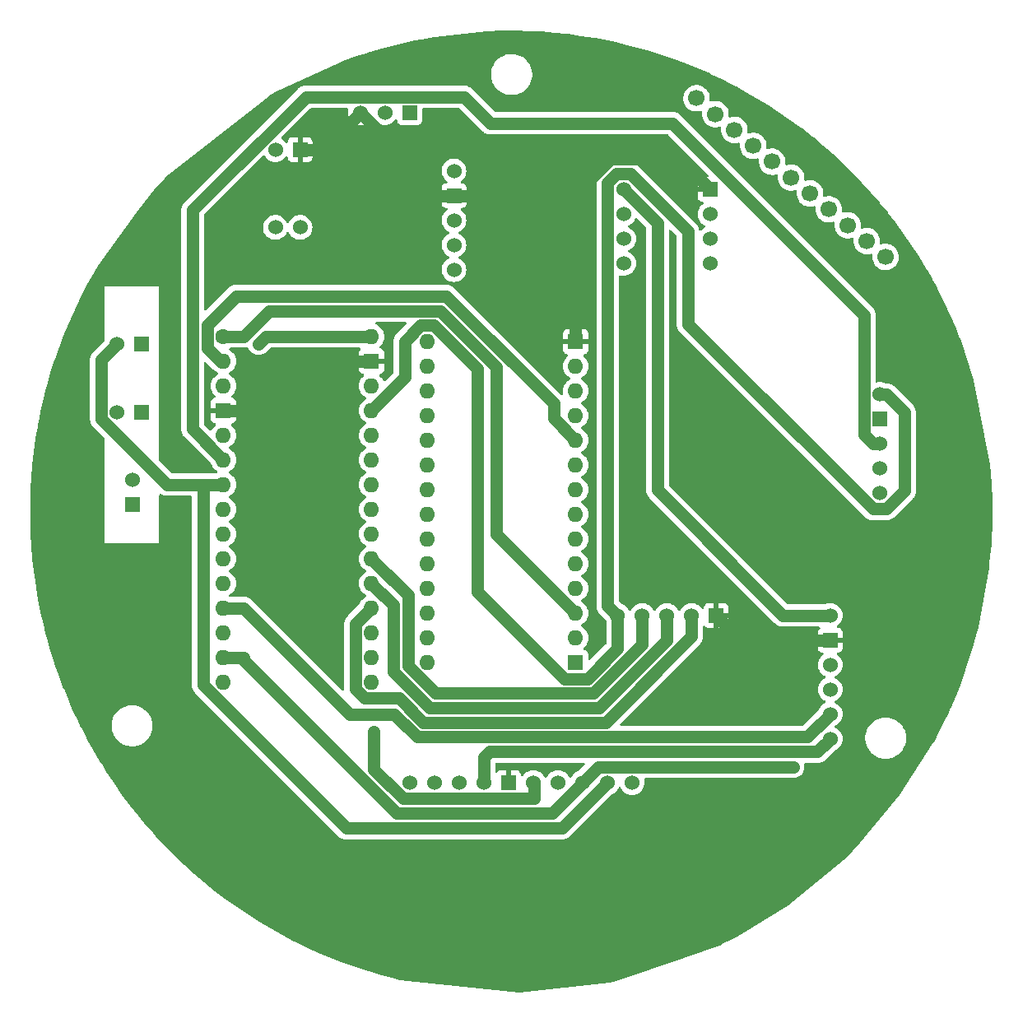
<source format=gbr>
%TF.GenerationSoftware,KiCad,Pcbnew,(6.0.5)*%
%TF.CreationDate,2022-07-12T02:11:44+09:00*%
%TF.ProjectId,sc11bbm,73633131-6262-46d2-9e6b-696361645f70,rev?*%
%TF.SameCoordinates,PXca2b5f1PY459e440*%
%TF.FileFunction,Copper,L1,Top*%
%TF.FilePolarity,Positive*%
%FSLAX46Y46*%
G04 Gerber Fmt 4.6, Leading zero omitted, Abs format (unit mm)*
G04 Created by KiCad (PCBNEW (6.0.5)) date 2022-07-12 02:11:44*
%MOMM*%
%LPD*%
G01*
G04 APERTURE LIST*
G04 Aperture macros list*
%AMHorizOval*
0 Thick line with rounded ends*
0 $1 width*
0 $2 $3 position (X,Y) of the first rounded end (center of the circle)*
0 $4 $5 position (X,Y) of the second rounded end (center of the circle)*
0 Add line between two ends*
20,1,$1,$2,$3,$4,$5,0*
0 Add two circle primitives to create the rounded ends*
1,1,$1,$2,$3*
1,1,$1,$4,$5*%
G04 Aperture macros list end*
%TA.AperFunction,ComponentPad*%
%ADD10C,1.524000*%
%TD*%
%TA.AperFunction,ComponentPad*%
%ADD11R,1.524000X1.524000*%
%TD*%
%TA.AperFunction,ComponentPad*%
%ADD12C,1.700000*%
%TD*%
%TA.AperFunction,ComponentPad*%
%ADD13HorizOval,1.700000X0.000000X0.000000X0.000000X0.000000X0*%
%TD*%
%TA.AperFunction,ComponentPad*%
%ADD14C,1.600000*%
%TD*%
%TA.AperFunction,ComponentPad*%
%ADD15O,1.600000X1.600000*%
%TD*%
%TA.AperFunction,ComponentPad*%
%ADD16R,1.600000X1.600000*%
%TD*%
%TA.AperFunction,ViaPad*%
%ADD17C,0.800000*%
%TD*%
%TA.AperFunction,Conductor*%
%ADD18C,1.300000*%
%TD*%
G04 APERTURE END LIST*
D10*
%TO.P,U9,1,DAT2*%
%TO.N,unconnected-(U9-Pad1)*%
X12439999Y-27840000D03*
%TO.P,U9,2,CD/DAT3*%
%TO.N,D4*%
X9899999Y-27840000D03*
%TO.P,U9,3,CMD*%
%TO.N,D11*%
X7359999Y-27840000D03*
%TO.P,U9,4,VDD*%
%TO.N,3V3*%
X4819999Y-27840000D03*
%TO.P,U9,5,CLK*%
%TO.N,D13*%
X2279999Y-27840000D03*
D11*
%TO.P,U9,6,VSS*%
%TO.N,GND*%
X-260001Y-27840000D03*
D10*
%TO.P,U9,7,DAT0*%
%TO.N,D12*%
X-2800001Y-27840000D03*
%TO.P,U9,8,DAT1*%
%TO.N,unconnected-(U9-Pad8)*%
X-5340001Y-27840000D03*
%TO.P,U9,9*%
%TO.N,N/C*%
X-7880001Y-27840000D03*
%TO.P,U9,10*%
X-10420001Y-27840000D03*
%TD*%
D12*
%TO.P,REF\u002A\u002A,1*%
%TO.N,N/C*%
X19073235Y42555402D03*
D13*
%TO.P,REF\u002A\u002A,2*%
X21018988Y40922721D03*
%TO.P,REF\u002A\u002A,3*%
X22964741Y39290041D03*
%TO.P,REF\u002A\u002A,4*%
X24910494Y37657360D03*
%TO.P,REF\u002A\u002A,5*%
X26856247Y36024680D03*
%TO.P,REF\u002A\u002A,6*%
X28801999Y34391999D03*
%TO.P,REF\u002A\u002A,7*%
X30747752Y32759319D03*
%TO.P,REF\u002A\u002A,8*%
X32693505Y31126638D03*
%TO.P,REF\u002A\u002A,9*%
X34639258Y29493958D03*
%TO.P,REF\u002A\u002A,10*%
X36585011Y27861277D03*
%TO.P,REF\u002A\u002A,11*%
X38530764Y26228597D03*
%TD*%
D10*
%TO.P,RV1,1,1*%
%TO.N,Net-(Q1-Pad2)*%
X-24260001Y29270000D03*
%TO.P,RV1,2,2*%
%TO.N,Net-(BT2-Pad1)*%
X-21720001Y29270000D03*
%TD*%
%TO.P,BT1,1,+*%
%TO.N,Lipo2*%
X-38990001Y3270000D03*
D11*
%TO.P,BT1,2,-*%
%TO.N,GND*%
X-38990001Y730000D03*
%TD*%
D14*
%TO.P,A1,1,D1/TX*%
%TO.N,TX*%
X-29600001Y18050000D03*
D15*
%TO.P,A1,2,D0/RX*%
%TO.N,RX*%
X-29600001Y15510000D03*
%TO.P,A1,3,~{RESET}*%
%TO.N,unconnected-(A1-Pad3)*%
X-29600001Y12970000D03*
D16*
%TO.P,A1,4,GND*%
%TO.N,GND*%
X-29600001Y10430000D03*
D15*
%TO.P,A1,5,D2*%
%TO.N,D2*%
X-29600001Y7890000D03*
%TO.P,A1,6,D3*%
%TO.N,D3*%
X-29600001Y5350000D03*
%TO.P,A1,7,D4*%
%TO.N,D4*%
X-29600001Y2810000D03*
%TO.P,A1,8,D5*%
%TO.N,D5*%
X-29600001Y270000D03*
%TO.P,A1,9,D6*%
%TO.N,D6*%
X-29600001Y-2270000D03*
%TO.P,A1,10,D7*%
%TO.N,unconnected-(A1-Pad10)*%
X-29600001Y-4810000D03*
%TO.P,A1,11,D8*%
%TO.N,unconnected-(A1-Pad11)*%
X-29600001Y-7350000D03*
%TO.P,A1,12,D9*%
%TO.N,D9*%
X-29600001Y-9890000D03*
%TO.P,A1,13,D10*%
%TO.N,D10*%
X-29600001Y-12430000D03*
%TO.P,A1,14,D11*%
%TO.N,D11*%
X-29600001Y-14970000D03*
%TO.P,A1,15,D12*%
%TO.N,D12*%
X-29600001Y-17510000D03*
%TO.P,A1,16,D13*%
%TO.N,D13*%
X-14360001Y-17510000D03*
%TO.P,A1,17,3V3*%
%TO.N,3V3*%
X-14360001Y-14970000D03*
%TO.P,A1,18,AREF*%
%TO.N,unconnected-(A1-Pad18)*%
X-14360001Y-12430000D03*
%TO.P,A1,19,A0*%
%TO.N,A0*%
X-14360001Y-9890000D03*
%TO.P,A1,20,A1*%
%TO.N,A1*%
X-14360001Y-7350000D03*
%TO.P,A1,21,A2*%
%TO.N,A2*%
X-14360001Y-4810000D03*
%TO.P,A1,22,A3*%
%TO.N,unconnected-(A1-Pad22)*%
X-14360001Y-2270000D03*
%TO.P,A1,23,A4*%
%TO.N,A4*%
X-14360001Y270000D03*
%TO.P,A1,24,A5*%
%TO.N,A5*%
X-14360001Y2810000D03*
%TO.P,A1,25,A6*%
%TO.N,unconnected-(A1-Pad25)*%
X-14360001Y5350000D03*
%TO.P,A1,26,A7*%
%TO.N,unconnected-(A1-Pad26)*%
X-14360001Y7890000D03*
%TO.P,A1,27,+5V*%
%TO.N,5V*%
X-14360001Y10430000D03*
%TO.P,A1,28,~{RESET}*%
%TO.N,unconnected-(A1-Pad28)*%
X-14360001Y12970000D03*
D16*
%TO.P,A1,29,GND*%
%TO.N,GND*%
X-14360001Y15510000D03*
D15*
%TO.P,A1,30,VIN*%
%TO.N,Lipo2*%
X-14360001Y18050000D03*
%TD*%
D10*
%TO.P,U2,1,PWM*%
%TO.N,D5*%
X-40530001Y10270000D03*
D11*
%TO.P,U2,3,GND*%
%TO.N,GND*%
X-37990001Y10270000D03*
%TD*%
D16*
%TO.P,U6,1,GND*%
%TO.N,GND*%
X6634999Y-15500000D03*
D15*
%TO.P,U6,2,DIO14/SCL*%
%TO.N,unconnected-(U6-Pad2)*%
X6634999Y-12960000D03*
%TO.P,U6,3,DIO7/RX*%
%TO.N,TX*%
X6634999Y-10420000D03*
%TO.P,U6,4,DIO5/PWM1*%
%TO.N,unconnected-(U6-Pad4)*%
X6634999Y-7880000D03*
%TO.P,U6,5,DIO18/DO1*%
%TO.N,unconnected-(U6-Pad5)*%
X6634999Y-5340000D03*
%TO.P,U6,6,DO0/PWM2*%
%TO.N,unconnected-(U6-Pad6)*%
X6634999Y-2800000D03*
%TO.P,U6,7,DO1/PWM3*%
%TO.N,unconnected-(U6-Pad7)*%
X6634999Y-260000D03*
%TO.P,U6,8,DIO19/DO2*%
%TO.N,unconnected-(U6-Pad8)*%
X6634999Y2280000D03*
%TO.P,U6,9,DIO4/DO3*%
%TO.N,unconnected-(U6-Pad9)*%
X6634999Y4820000D03*
%TO.P,U6,10,DIO6/TX*%
%TO.N,RX*%
X6634999Y7360000D03*
%TO.P,U6,11,DIO8/PWM4*%
%TO.N,unconnected-(U6-Pad11)*%
X6634999Y9900000D03*
%TO.P,U6,12,DIO9/DO4*%
%TO.N,unconnected-(U6-Pad12)*%
X6634999Y12440000D03*
%TO.P,U6,13,DIO10/M1*%
%TO.N,unconnected-(U6-Pad13)*%
X6634999Y14980000D03*
D16*
%TO.P,U6,14,GND*%
%TO.N,GND*%
X6634999Y17520000D03*
D15*
%TO.P,U6,15,DIO12/DI1*%
%TO.N,unconnected-(U6-Pad15)*%
X-8605001Y17520000D03*
%TO.P,U6,16,DIO13/DI2*%
%TO.N,unconnected-(U6-Pad16)*%
X-8605001Y14980000D03*
%TO.P,U6,17,DIO11/DI3*%
%TO.N,unconnected-(U6-Pad17)*%
X-8605001Y12440000D03*
%TO.P,U6,18,DIO16/DI4*%
%TO.N,unconnected-(U6-Pad18)*%
X-8605001Y9900000D03*
%TO.P,U6,19,DIO15/SDA*%
%TO.N,unconnected-(U6-Pad19)*%
X-8605001Y7360000D03*
%TO.P,U6,20,DIO17/BPS*%
%TO.N,unconnected-(U6-Pad20)*%
X-8605001Y4820000D03*
%TO.P,U6,21,~{RESET}*%
%TO.N,unconnected-(U6-Pad21)*%
X-8605001Y2280000D03*
%TO.P,U6,22,ADC1/AI1*%
%TO.N,unconnected-(U6-Pad22)*%
X-8605001Y-260000D03*
%TO.P,U6,23,DIO0/AI2*%
%TO.N,unconnected-(U6-Pad23)*%
X-8605001Y-2800000D03*
%TO.P,U6,24,ADC2/AI3*%
%TO.N,unconnected-(U6-Pad24)*%
X-8605001Y-5340000D03*
%TO.P,U6,25,DIO1/AI4*%
%TO.N,unconnected-(U6-Pad25)*%
X-8605001Y-7880000D03*
%TO.P,U6,26,DIO2/M2*%
%TO.N,unconnected-(U6-Pad26)*%
X-8605001Y-10420000D03*
%TO.P,U6,27,DIO3/M3*%
%TO.N,unconnected-(U6-Pad27)*%
X-8605001Y-12960000D03*
%TO.P,U6,28,VCC*%
%TO.N,3V3*%
X-8605001Y-15500000D03*
%TD*%
D10*
%TO.P,U1,1,PWM*%
%TO.N,D4*%
X-40530001Y17270000D03*
D11*
%TO.P,U1,3,GND*%
%TO.N,GND*%
X-37990001Y17270000D03*
%TD*%
D10*
%TO.P,U7,1,5V*%
%TO.N,5V*%
X37929999Y12080000D03*
D11*
%TO.P,U7,2,GND*%
%TO.N,GND*%
X37929999Y9540000D03*
D10*
%TO.P,U7,3,RXD*%
%TO.N,D3*%
X37929999Y7000000D03*
%TO.P,U7,4,TXD*%
%TO.N,D2*%
X37929999Y4460000D03*
%TO.P,U7,5,1PPS*%
%TO.N,unconnected-(U7-Pad5)*%
X37929999Y1920000D03*
%TD*%
%TO.P,U5,1,VCC*%
%TO.N,3V3*%
X32819999Y-10650000D03*
D11*
%TO.P,U5,2,GND*%
%TO.N,GND*%
X32819999Y-13190000D03*
D10*
%TO.P,U5,3,SCL*%
%TO.N,D13*%
X32819999Y-15730000D03*
%TO.P,U5,4,SDA*%
%TO.N,D11*%
X32819999Y-18270000D03*
%TO.P,U5,5,CSB*%
%TO.N,D9*%
X32819999Y-20810000D03*
%TO.P,U5,6,SDO*%
%TO.N,D12*%
X32819999Y-23350000D03*
%TD*%
D11*
%TO.P,Q1,1,G*%
%TO.N,D6*%
X-10450001Y41080000D03*
D10*
%TO.P,Q1,2,D*%
%TO.N,Net-(Q1-Pad2)*%
X-12990001Y41080000D03*
%TO.P,Q1,3,S*%
%TO.N,GND*%
X-15530001Y41080000D03*
%TD*%
%TO.P,U8,1,VCC*%
%TO.N,5V*%
X10929999Y-10650000D03*
%TO.P,U8,2,X_out*%
%TO.N,A2*%
X13469999Y-10650000D03*
%TO.P,U8,3,Y_out*%
%TO.N,A1*%
X16009999Y-10650000D03*
%TO.P,U8,4,Z_out*%
%TO.N,A0*%
X18549999Y-10650000D03*
D11*
%TO.P,U8,5,GND*%
%TO.N,GND*%
X21089999Y-10650000D03*
%TD*%
D10*
%TO.P,U4,1,VCC*%
%TO.N,3V3*%
X-5880001Y35080000D03*
D11*
%TO.P,U4,2,GND*%
%TO.N,GND*%
X-5880001Y32540000D03*
D10*
%TO.P,U4,3,SCL*%
%TO.N,A5*%
X-5880001Y30000000D03*
%TO.P,U4,4,SDA*%
%TO.N,A4*%
X-5880001Y27460000D03*
%TO.P,U4,5,DRDY*%
%TO.N,unconnected-(U4-Pad5)*%
X-5880001Y24920000D03*
%TD*%
%TO.P,U3,1,+V*%
%TO.N,3V3*%
X11564999Y33175000D03*
%TO.P,U3,2,SCL*%
%TO.N,D13*%
X11564999Y30635000D03*
%TO.P,U3,3,SDA*%
%TO.N,D11*%
X11564999Y28095000D03*
%TO.P,U3,4,SA0*%
%TO.N,D12*%
X11564999Y25555000D03*
%TO.P,U3,5,CS*%
%TO.N,D10*%
X20454999Y25555000D03*
%TO.P,U3,6,INT2*%
%TO.N,unconnected-(U3-Pad6)*%
X20454999Y28095000D03*
%TO.P,U3,7,INT1*%
%TO.N,unconnected-(U3-Pad7)*%
X20454999Y30635000D03*
D11*
%TO.P,U3,8,GND*%
%TO.N,GND*%
X20454999Y33175000D03*
%TD*%
D10*
%TO.P,BT2,1,+*%
%TO.N,Net-(BT2-Pad1)*%
X-24260001Y37270000D03*
D11*
%TO.P,BT2,2,-*%
%TO.N,GND*%
X-21720001Y37270000D03*
%TD*%
D17*
%TO.N,GND*%
X13561999Y-3708000D03*
X-29618001Y25756000D03*
X-36730001Y-9804000D03*
X18133999Y13056000D03*
X-29110001Y-26568000D03*
X45057999Y-4724000D03*
X10513999Y45060000D03*
%TO.N,D11*%
X29009999Y-26211300D03*
%TO.N,3V3*%
X27973599Y-10650000D03*
%TO.N,D13*%
X-14113601Y-22569100D03*
%TO.N,Lipo2*%
X-25983601Y17305800D03*
%TD*%
D18*
%TO.N,GND*%
X-21720001Y37270000D02*
X-19340001Y37270000D01*
X-14360001Y15510000D02*
X-22420001Y15510000D01*
X-15530001Y41080000D02*
X-7942001Y33492000D01*
X-5880001Y32540000D02*
X-7942001Y32540000D01*
X32819999Y-13190000D02*
X23629999Y-13190000D01*
X-22420001Y15510000D02*
X-27500001Y10430000D01*
X6634999Y21637400D02*
X6634999Y17520000D01*
X-19340001Y37270000D02*
X-15530001Y41080000D01*
X-7942001Y33492000D02*
X-7942001Y32540000D01*
X1089299Y27183200D02*
X6634999Y21637400D01*
X20454999Y33175000D02*
X17291199Y36338800D01*
X-4417901Y32540000D02*
X-4267601Y32540000D01*
X23629999Y-13190000D02*
X21089999Y-10650000D01*
X-29600001Y10430000D02*
X-27500001Y10430000D01*
X10244899Y36338800D02*
X1089299Y27183200D01*
X17291199Y36338800D02*
X10244899Y36338800D01*
X-4267601Y32540000D02*
X1089299Y27183200D01*
X-5880001Y32540000D02*
X-4417901Y32540000D01*
%TO.N,D4*%
X-35392701Y2810000D02*
X-42176901Y9594200D01*
X-29600001Y2810000D02*
X-31690901Y2810000D01*
X-31690901Y-17797800D02*
X-16952401Y-32536300D01*
X-16952401Y-32536300D02*
X5203699Y-32536300D01*
X-31690901Y2810000D02*
X-31690901Y-17797800D01*
X5203699Y-32536300D02*
X9899999Y-27840000D01*
X-42176901Y9594200D02*
X-42176901Y15623100D01*
X-31690901Y2810000D02*
X-35392701Y2810000D01*
X-42176901Y15623100D02*
X-40530001Y17270000D01*
%TO.N,D11*%
X4222699Y-30977300D02*
X-11737401Y-30977300D01*
X8988699Y-26211300D02*
X7359999Y-27840000D01*
X29009999Y-26211300D02*
X8988699Y-26211300D01*
X-29600001Y-14970000D02*
X-27500001Y-14970000D01*
X-27500001Y-15214700D02*
X-27500001Y-14970000D01*
X-11737401Y-30977300D02*
X-27500001Y-15214700D01*
X7359999Y-27840000D02*
X4222699Y-30977300D01*
%TO.N,3V3*%
X11564999Y33175000D02*
X15046799Y29693200D01*
X15046799Y29693200D02*
X15046799Y2276800D01*
X27973599Y-10650000D02*
X32819999Y-10650000D01*
X15046799Y2276800D02*
X27973599Y-10650000D01*
%TO.N,D13*%
X2385999Y-27946000D02*
X2385999Y-29462700D01*
X-14113601Y-26467000D02*
X-14113601Y-22569100D01*
X2385999Y-29462700D02*
X-11117901Y-29462700D01*
X2279999Y-27840000D02*
X2385999Y-27946000D01*
X-11117901Y-29462700D02*
X-14113601Y-26467000D01*
%TO.N,D12*%
X31518979Y-24651020D02*
X32819999Y-23350000D01*
X-2800001Y-27840000D02*
X-2800001Y-25265020D01*
X-2186001Y-24651020D02*
X31518979Y-24651020D01*
X-2800001Y-25265020D02*
X-2186001Y-24651020D01*
%TO.N,Lipo2*%
X-25239401Y18050000D02*
X-25983601Y17305800D01*
X-14360001Y18050000D02*
X-25239401Y18050000D01*
%TO.N,D9*%
X-27500001Y-9890000D02*
X-16580001Y-20810000D01*
X-9664801Y-23151500D02*
X30478499Y-23151500D01*
X-12006301Y-20810000D02*
X-9664801Y-23151500D01*
X-29600001Y-9890000D02*
X-27500001Y-9890000D01*
X-16580001Y-20810000D02*
X-12006301Y-20810000D01*
X30478499Y-23151500D02*
X32819999Y-20810000D01*
%TO.N,TX*%
X-7308001Y20690500D02*
X-24859501Y20690500D01*
X-1521001Y14903500D02*
X-7308001Y20690500D01*
X-1521001Y-2264000D02*
X-1521001Y14903500D01*
X6634999Y-10420000D02*
X-1521001Y-2264000D01*
X-24859501Y20690500D02*
X-27500001Y18050000D01*
X-29600001Y18050000D02*
X-27500001Y18050000D01*
%TO.N,RX*%
X4373799Y11157800D02*
X-6681801Y22213400D01*
X4373799Y9621200D02*
X4373799Y11157800D01*
X6634999Y7360000D02*
X4373799Y9621200D01*
X-28288601Y22213400D02*
X-31250401Y19251600D01*
X-31250401Y16875000D02*
X-29885401Y15510000D01*
X-29885401Y15510000D02*
X-29600001Y15510000D01*
X-6681801Y22213400D02*
X-28288601Y22213400D01*
X-31250401Y19251600D02*
X-31250401Y16875000D01*
%TO.N,D3*%
X36318488Y7928489D02*
X36318488Y20271511D01*
X37929999Y7000000D02*
X37246977Y7000000D01*
X-2137051Y40000000D02*
X-4842951Y42705900D01*
X-4842951Y42705900D02*
X-21116601Y42705900D01*
X-32776401Y31046100D02*
X-32776401Y8526400D01*
X16589999Y40000000D02*
X-2137051Y40000000D01*
X37246977Y7000000D02*
X36318488Y7928489D01*
X-32776401Y8526400D02*
X-29600001Y5350000D01*
X36318488Y20271511D02*
X16589999Y40000000D01*
X-21116601Y42705900D02*
X-32776401Y31046100D01*
%TO.N,A0*%
X-9034501Y-21651200D02*
X9707899Y-21651200D01*
X9707899Y-21651200D02*
X18549999Y-12809100D01*
X-14360001Y-9890000D02*
X-16011401Y-11541400D01*
X-11512001Y-19173700D02*
X-9034501Y-21651200D01*
X-16011401Y-18226200D02*
X-15063901Y-19173700D01*
X-15063901Y-19173700D02*
X-11512001Y-19173700D01*
X-16011401Y-11541400D02*
X-16011401Y-18226200D01*
X18549999Y-12809100D02*
X18549999Y-10650000D01*
%TO.N,A1*%
X-14360001Y-7350000D02*
X-12108701Y-9601300D01*
X9086499Y-20150900D02*
X16009999Y-13227400D01*
X-12108701Y-16455300D02*
X-8413101Y-20150900D01*
X16009999Y-13227400D02*
X16009999Y-10650000D01*
X-12108701Y-9601300D02*
X-12108701Y-16455300D01*
X-8413101Y-20150900D02*
X9086499Y-20150900D01*
%TO.N,A2*%
X-10608401Y-8561600D02*
X-14360001Y-4810000D01*
X-7791701Y-18650600D02*
X-10608401Y-15833900D01*
X-10608401Y-15833900D02*
X-10608401Y-8561600D01*
X13469999Y-10650000D02*
X13469999Y-13645700D01*
X8465099Y-18650600D02*
X-7791701Y-18650600D01*
X13469999Y-13645700D02*
X8465099Y-18650600D01*
%TO.N,5V*%
X38613021Y12080000D02*
X40485999Y10207022D01*
X38597510Y308489D02*
X37206710Y308489D01*
X-7929401Y19190200D02*
X-9300101Y19190200D01*
X-10951901Y13838100D02*
X-14360001Y10430000D01*
X-3485301Y-8182200D02*
X-3485301Y14746100D01*
X10833899Y34795700D02*
X9917499Y33879300D01*
X-9300101Y19190200D02*
X-10951901Y17538400D01*
X40485999Y10207022D02*
X40485999Y2196978D01*
X37929999Y12080000D02*
X38613021Y12080000D01*
X37206710Y308489D02*
X18177899Y19337300D01*
X-3485301Y14746100D02*
X-7929401Y19190200D01*
X10929999Y-10650000D02*
X10929999Y-14062400D01*
X-10951901Y17538400D02*
X-10951901Y13838100D01*
X40485999Y2196978D02*
X38597510Y308489D01*
X5482799Y-17150300D02*
X-3485301Y-8182200D01*
X12246699Y34795700D02*
X10833899Y34795700D01*
X10929999Y-14062400D02*
X7842099Y-17150300D01*
X18177899Y28864500D02*
X12246699Y34795700D01*
X9917499Y33879300D02*
X9917499Y-9637500D01*
X18177899Y19337300D02*
X18177899Y28864500D01*
X9917499Y-9637500D02*
X10929999Y-10650000D01*
X7842099Y-17150300D02*
X5482799Y-17150300D01*
%TD*%
%TA.AperFunction,Conductor*%
%TO.N,GND*%
G36*
X347345Y49500256D02*
G01*
X754493Y49491727D01*
X1725790Y49471381D01*
X1729306Y49471259D01*
X2815594Y49418131D01*
X3106477Y49403904D01*
X3109973Y49403685D01*
X4484724Y49297904D01*
X4488178Y49297589D01*
X5716126Y49168526D01*
X5859442Y49153463D01*
X5862937Y49153046D01*
X7229596Y48970694D01*
X7233053Y48970184D01*
X7799300Y48878472D01*
X8594109Y48749741D01*
X8597574Y48749130D01*
X9951911Y48490776D01*
X9955358Y48490069D01*
X10732663Y48319168D01*
X11302037Y48193983D01*
X11305417Y48193189D01*
X11953934Y48031496D01*
X12643246Y47859631D01*
X12646648Y47858732D01*
X13974620Y47487956D01*
X13977995Y47486963D01*
X15275222Y47085404D01*
X15295118Y47079245D01*
X15298457Y47078160D01*
X16603704Y46633818D01*
X16606965Y46632657D01*
X17239395Y46397459D01*
X17899333Y46152030D01*
X17902613Y46150757D01*
X19180951Y45634275D01*
X19184195Y45632912D01*
X20447730Y45080887D01*
X20450863Y45079465D01*
X21698444Y44492399D01*
X21701554Y44490883D01*
X22762736Y43954841D01*
X22932276Y43869200D01*
X22935394Y43867570D01*
X23174511Y43738280D01*
X24148270Y43211770D01*
X24151311Y43210069D01*
X25345353Y42520689D01*
X25348375Y42518888D01*
X26467914Y41830143D01*
X26473612Y41826421D01*
X29813369Y39514282D01*
X29816420Y39512103D01*
X29927173Y39430449D01*
X29929975Y39428321D01*
X30916566Y38657512D01*
X31016428Y38579491D01*
X31019162Y38577294D01*
X31135499Y38481051D01*
X32081554Y37698407D01*
X32084234Y37696126D01*
X32480618Y37349118D01*
X33069257Y36833804D01*
X33121633Y36787952D01*
X33124237Y36785608D01*
X34128389Y35855753D01*
X34135902Y35848796D01*
X34138446Y35846374D01*
X34275486Y35712174D01*
X35123569Y34881670D01*
X35126048Y34879173D01*
X36083831Y33887360D01*
X36086239Y33884795D01*
X37015938Y32866644D01*
X37018274Y32864013D01*
X37919187Y31820295D01*
X37921449Y31817600D01*
X37956074Y31775146D01*
X38769672Y30777577D01*
X38792906Y30749089D01*
X38795046Y30746389D01*
X39512611Y29814612D01*
X39516361Y29809477D01*
X41795791Y26516966D01*
X41798106Y26513501D01*
X41978692Y26233287D01*
X41980557Y26230303D01*
X42694809Y25050934D01*
X42696589Y25047900D01*
X42799336Y24867033D01*
X43326041Y23939864D01*
X43377632Y23849047D01*
X43379316Y23845982D01*
X43656906Y23323913D01*
X44026604Y22628612D01*
X44028213Y22625483D01*
X44641283Y21390461D01*
X44642803Y21387288D01*
X45146957Y20296202D01*
X45221132Y20135672D01*
X45222553Y20132481D01*
X45765719Y18865179D01*
X45767059Y18861928D01*
X45801954Y18773793D01*
X46176696Y17827301D01*
X46179078Y17820762D01*
X47595334Y13571995D01*
X47599575Y13555726D01*
X49258141Y4848253D01*
X49259765Y4836972D01*
X49288359Y4545353D01*
X49321226Y4210150D01*
X49327720Y4143915D01*
X49328013Y4140426D01*
X49342336Y3935590D01*
X49424192Y2764989D01*
X49424388Y2761476D01*
X49482124Y1383948D01*
X49482223Y1380431D01*
X49501474Y1759D01*
X49501474Y-1759D01*
X49482223Y-1380431D01*
X49482124Y-1383948D01*
X49424388Y-2761476D01*
X49424192Y-2764989D01*
X49394606Y-3188098D01*
X49332868Y-4070999D01*
X49328014Y-4140410D01*
X49327722Y-4143894D01*
X49298069Y-4446322D01*
X49193171Y-5516154D01*
X49192778Y-5519651D01*
X49157997Y-5794973D01*
X49156960Y-5801715D01*
X48056528Y-11854093D01*
X48055036Y-11861138D01*
X47971268Y-12207393D01*
X47946732Y-12308811D01*
X47945858Y-12312215D01*
X47928388Y-12376514D01*
X47584354Y-13642772D01*
X47583384Y-13646154D01*
X47184875Y-14966080D01*
X47183811Y-14969434D01*
X46748603Y-16277716D01*
X46747446Y-16281039D01*
X46275878Y-17576662D01*
X46274629Y-17579951D01*
X45937491Y-18431467D01*
X45767060Y-18861926D01*
X45765720Y-18865176D01*
X45248776Y-20071299D01*
X45222563Y-20132458D01*
X45221142Y-20135649D01*
X44915314Y-20797521D01*
X44642803Y-21387288D01*
X44641283Y-21390461D01*
X44028213Y-22625483D01*
X44026604Y-22628612D01*
X43470701Y-23674112D01*
X43465438Y-23683094D01*
X39982211Y-29101448D01*
X39973019Y-29113976D01*
X35440104Y-34553474D01*
X35433964Y-34560317D01*
X35409458Y-34585694D01*
X35126048Y-34879173D01*
X35123569Y-34881670D01*
X34206550Y-35779680D01*
X34199055Y-35786452D01*
X29054693Y-40073421D01*
X29048810Y-40078035D01*
X28817370Y-40248668D01*
X28814532Y-40250699D01*
X28496089Y-40472023D01*
X28490215Y-40475867D01*
X23295212Y-43672792D01*
X23289105Y-43676319D01*
X22935394Y-43867570D01*
X22932276Y-43869200D01*
X21701579Y-44490870D01*
X21698416Y-44492412D01*
X21465242Y-44602135D01*
X21452988Y-44607134D01*
X17742824Y-45897626D01*
X10870798Y-48287896D01*
X10856475Y-48291946D01*
X10130325Y-48451600D01*
X10116476Y-48453844D01*
X875071Y-49426624D01*
X848920Y-49426647D01*
X-11442031Y-48155169D01*
X-11457829Y-48152511D01*
X-11691381Y-48097732D01*
X-11973776Y-48031496D01*
X-11977190Y-48030645D01*
X-13310225Y-47678442D01*
X-13313614Y-47677496D01*
X-14636324Y-47288202D01*
X-14639685Y-47287161D01*
X-15950963Y-46861100D01*
X-15954294Y-46859966D01*
X-17253165Y-46397459D01*
X-17256463Y-46396233D01*
X-18541950Y-45897626D01*
X-18545212Y-45896308D01*
X-19816269Y-45362005D01*
X-19819493Y-45360596D01*
X-21075115Y-44791020D01*
X-21078286Y-44789528D01*
X-21462498Y-44602135D01*
X-22317529Y-44185109D01*
X-22320669Y-44183523D01*
X-23542567Y-43544730D01*
X-23545662Y-43543056D01*
X-24749209Y-42870417D01*
X-24752256Y-42868658D01*
X-25936583Y-42162657D01*
X-25939580Y-42160813D01*
X-26033999Y-42100893D01*
X-26442964Y-41841356D01*
X-26446549Y-41838993D01*
X-29482396Y-39761835D01*
X-29487405Y-39758224D01*
X-30474764Y-39008778D01*
X-30477526Y-39006620D01*
X-31552077Y-38142659D01*
X-31554788Y-38140416D01*
X-32604791Y-37246794D01*
X-32607390Y-37244519D01*
X-33632076Y-36321887D01*
X-33634619Y-36319532D01*
X-34633112Y-35368680D01*
X-34635626Y-35366218D01*
X-35410720Y-34585694D01*
X-35607173Y-34387865D01*
X-35609605Y-34385346D01*
X-36254139Y-33698986D01*
X-36553430Y-33380274D01*
X-36555802Y-33377677D01*
X-36879511Y-33013075D01*
X-37471249Y-32346584D01*
X-37473512Y-32343962D01*
X-38359791Y-31287737D01*
X-38362011Y-31285014D01*
X-39218433Y-30204478D01*
X-39220580Y-30201690D01*
X-40046508Y-29097649D01*
X-40048576Y-29094802D01*
X-40843336Y-27968158D01*
X-40845324Y-27965255D01*
X-41433902Y-27079374D01*
X-41608338Y-26816826D01*
X-41610234Y-26813885D01*
X-41667477Y-26722276D01*
X-42043811Y-26120016D01*
X-42340879Y-25644607D01*
X-42342702Y-25641597D01*
X-43023350Y-24481461D01*
X-43040412Y-24452380D01*
X-43042146Y-24449328D01*
X-43132906Y-24284235D01*
X-43600142Y-23434336D01*
X-43706397Y-23241059D01*
X-43708048Y-23237952D01*
X-44157800Y-22362830D01*
X-44276070Y-22132703D01*
X-41099258Y-22132703D01*
X-41098699Y-22136947D01*
X-41098699Y-22136951D01*
X-41084713Y-22243186D01*
X-41061733Y-22417734D01*
X-40985872Y-22695036D01*
X-40984188Y-22698984D01*
X-40918313Y-22853424D01*
X-40873078Y-22959476D01*
X-40861308Y-22979142D01*
X-40774126Y-23124812D01*
X-40725440Y-23206161D01*
X-40545688Y-23430528D01*
X-40337150Y-23628423D01*
X-40103684Y-23796186D01*
X-40099889Y-23798195D01*
X-40099888Y-23798196D01*
X-40078132Y-23809715D01*
X-39849609Y-23930712D01*
X-39579628Y-24029511D01*
X-39298737Y-24090755D01*
X-39270160Y-24093004D01*
X-39075719Y-24108307D01*
X-39075710Y-24108307D01*
X-39073262Y-24108500D01*
X-38917730Y-24108500D01*
X-38915594Y-24108354D01*
X-38915583Y-24108354D01*
X-38707453Y-24094165D01*
X-38707447Y-24094164D01*
X-38703176Y-24093873D01*
X-38698981Y-24093004D01*
X-38698979Y-24093004D01*
X-38505932Y-24053026D01*
X-38421659Y-24035574D01*
X-38150658Y-23939607D01*
X-37895189Y-23807750D01*
X-37891688Y-23805289D01*
X-37891684Y-23805287D01*
X-37725909Y-23688778D01*
X-37659978Y-23642441D01*
X-37449379Y-23446740D01*
X-37267288Y-23224268D01*
X-37117074Y-22979142D01*
X-37090723Y-22919114D01*
X-37003244Y-22719830D01*
X-37001518Y-22715898D01*
X-36922757Y-22439406D01*
X-36882250Y-22154784D01*
X-36882210Y-22147278D01*
X-36880766Y-21871583D01*
X-36880766Y-21871576D01*
X-36880744Y-21867297D01*
X-36885774Y-21829086D01*
X-36908832Y-21653946D01*
X-36918269Y-21582266D01*
X-36994130Y-21304964D01*
X-37106924Y-21040524D01*
X-37244890Y-20810000D01*
X-37252358Y-20797521D01*
X-37252361Y-20797517D01*
X-37254562Y-20793839D01*
X-37434314Y-20569472D01*
X-37631313Y-20382527D01*
X-37639743Y-20374527D01*
X-37639746Y-20374525D01*
X-37642852Y-20371577D01*
X-37876318Y-20203814D01*
X-37898158Y-20192250D01*
X-38011086Y-20132458D01*
X-38130393Y-20069288D01*
X-38400374Y-19970489D01*
X-38681265Y-19909245D01*
X-38712316Y-19906801D01*
X-38904283Y-19891693D01*
X-38904292Y-19891693D01*
X-38906740Y-19891500D01*
X-39062272Y-19891500D01*
X-39064408Y-19891646D01*
X-39064419Y-19891646D01*
X-39272549Y-19905835D01*
X-39272555Y-19905836D01*
X-39276826Y-19906127D01*
X-39281021Y-19906996D01*
X-39281023Y-19906996D01*
X-39417584Y-19935276D01*
X-39558343Y-19964426D01*
X-39829344Y-20060393D01*
X-40084813Y-20192250D01*
X-40088314Y-20194711D01*
X-40088318Y-20194713D01*
X-40098407Y-20201804D01*
X-40320024Y-20357559D01*
X-40335109Y-20371577D01*
X-40526841Y-20549746D01*
X-40530623Y-20553260D01*
X-40712714Y-20775732D01*
X-40862928Y-21020858D01*
X-40978484Y-21284102D01*
X-40979659Y-21288229D01*
X-40979660Y-21288230D01*
X-40993180Y-21335693D01*
X-41057245Y-21560594D01*
X-41071039Y-21657518D01*
X-41095456Y-21829086D01*
X-41097752Y-21845216D01*
X-41097774Y-21849505D01*
X-41097775Y-21849512D01*
X-41099212Y-22123862D01*
X-41099258Y-22132703D01*
X-44276070Y-22132703D01*
X-44338263Y-22011689D01*
X-44339824Y-22008545D01*
X-44360301Y-21965805D01*
X-44658645Y-21343113D01*
X-44935583Y-20765099D01*
X-44937059Y-20761905D01*
X-45350624Y-19833023D01*
X-45497867Y-19502310D01*
X-45499249Y-19499085D01*
X-46024665Y-18224329D01*
X-46025960Y-18221058D01*
X-46296066Y-17510000D01*
X-46515591Y-16932095D01*
X-46516775Y-16928840D01*
X-46526630Y-16900538D01*
X-46970201Y-15626778D01*
X-46971311Y-15623442D01*
X-47081280Y-15276775D01*
X-47388228Y-14309154D01*
X-47389237Y-14305810D01*
X-47391683Y-14297278D01*
X-47769285Y-12980425D01*
X-47770204Y-12977040D01*
X-47888561Y-12516067D01*
X-48033278Y-11952432D01*
X-48113083Y-11641612D01*
X-48113911Y-11638192D01*
X-48419385Y-10293641D01*
X-48420116Y-10290200D01*
X-48666464Y-9046054D01*
X-48687916Y-8937714D01*
X-48688551Y-8934260D01*
X-48696781Y-8885598D01*
X-48764645Y-8484366D01*
X-48898946Y-7690326D01*
X-48899605Y-7685966D01*
X-49185124Y-5544576D01*
X-49185444Y-5541968D01*
X-49265053Y-4832235D01*
X-49265396Y-4828733D01*
X-49380767Y-3454825D01*
X-49381013Y-3451316D01*
X-49392607Y-3243933D01*
X-49429805Y-2578607D01*
X-49430001Y-2571573D01*
X-49430001Y2571573D01*
X-49429805Y2578607D01*
X-49390462Y3282301D01*
X-49381013Y3451320D01*
X-49380767Y3454825D01*
X-49265396Y4828733D01*
X-49265053Y4832235D01*
X-49111361Y6202434D01*
X-49110920Y6205925D01*
X-48919032Y7571276D01*
X-48918494Y7574753D01*
X-48722372Y8734300D01*
X-48688550Y8934268D01*
X-48687915Y8937721D01*
X-48674293Y9006514D01*
X-48617046Y9295634D01*
X-48563959Y9563744D01*
X-43339965Y9563744D01*
X-43333887Y9512396D01*
X-43329427Y9474712D01*
X-43329084Y9471438D01*
X-43320882Y9382176D01*
X-43319315Y9376619D01*
X-43318870Y9374219D01*
X-43316134Y9360468D01*
X-43315618Y9358042D01*
X-43314939Y9352302D01*
X-43290686Y9274195D01*
X-43288350Y9266671D01*
X-43287414Y9263509D01*
X-43268294Y9195716D01*
X-43263087Y9177252D01*
X-43260533Y9172073D01*
X-43259634Y9169731D01*
X-43254475Y9156800D01*
X-43253515Y9154483D01*
X-43251801Y9148962D01*
X-43249112Y9143850D01*
X-43249109Y9143844D01*
X-43210045Y9069595D01*
X-43208554Y9066670D01*
X-43198265Y9045805D01*
X-43176196Y9001055D01*
X-43168916Y8986292D01*
X-43165463Y8981668D01*
X-43164143Y8979514D01*
X-43156704Y8967725D01*
X-43155354Y8965646D01*
X-43152664Y8960533D01*
X-43097153Y8890119D01*
X-43095182Y8887549D01*
X-43044980Y8820319D01*
X-43044973Y8820312D01*
X-43041523Y8815691D01*
X-43005819Y8782687D01*
X-42980321Y8759117D01*
X-42976754Y8755687D01*
X-41846906Y7625839D01*
X-41812880Y7563527D01*
X-41810001Y7536744D01*
X-41810001Y-3200000D01*
X-36222001Y-3200000D01*
X-36222001Y1729851D01*
X-36201999Y1797972D01*
X-36148343Y1844465D01*
X-36078069Y1854569D01*
X-36028563Y1835968D01*
X-36026368Y1834238D01*
X-35947005Y1792482D01*
X-35944189Y1790954D01*
X-35865923Y1747124D01*
X-35860450Y1745266D01*
X-35858084Y1744213D01*
X-35845356Y1738745D01*
X-35843054Y1737792D01*
X-35837939Y1735100D01*
X-35832419Y1733386D01*
X-35752305Y1708509D01*
X-35749169Y1707490D01*
X-35669780Y1680541D01*
X-35669775Y1680540D01*
X-35664305Y1678683D01*
X-35658586Y1677854D01*
X-35656159Y1677271D01*
X-35642497Y1674180D01*
X-35640116Y1673674D01*
X-35634599Y1671961D01*
X-35551403Y1662114D01*
X-35545565Y1661423D01*
X-35542293Y1660992D01*
X-35453592Y1648131D01*
X-35370322Y1651403D01*
X-35365376Y1651500D01*
X-32975401Y1651500D01*
X-32907280Y1631498D01*
X-32860787Y1577842D01*
X-32849401Y1525500D01*
X-32849401Y-17754503D01*
X-32849671Y-17762744D01*
X-32853965Y-17828256D01*
X-32849922Y-17862417D01*
X-32843427Y-17917288D01*
X-32843084Y-17920562D01*
X-32834882Y-18009824D01*
X-32833315Y-18015381D01*
X-32832870Y-18017781D01*
X-32830134Y-18031532D01*
X-32829618Y-18033958D01*
X-32828939Y-18039698D01*
X-32826194Y-18048537D01*
X-32802350Y-18125329D01*
X-32801418Y-18128476D01*
X-32777087Y-18214748D01*
X-32774533Y-18219927D01*
X-32773634Y-18222269D01*
X-32768475Y-18235200D01*
X-32767515Y-18237517D01*
X-32765801Y-18243038D01*
X-32763112Y-18248150D01*
X-32763109Y-18248156D01*
X-32724045Y-18322405D01*
X-32722547Y-18325344D01*
X-32685665Y-18400133D01*
X-32682916Y-18405708D01*
X-32679463Y-18410332D01*
X-32678143Y-18412486D01*
X-32670704Y-18424275D01*
X-32669354Y-18426354D01*
X-32666664Y-18431467D01*
X-32611153Y-18501881D01*
X-32609182Y-18504451D01*
X-32558980Y-18571681D01*
X-32558973Y-18571688D01*
X-32555523Y-18576309D01*
X-32494321Y-18632883D01*
X-32490754Y-18636313D01*
X-17802211Y-33324856D01*
X-17796574Y-33330874D01*
X-17753276Y-33380246D01*
X-17748747Y-33383817D01*
X-17748741Y-33383822D01*
X-17682900Y-33435726D01*
X-17680335Y-33437803D01*
X-17615841Y-33491443D01*
X-17615837Y-33491446D01*
X-17611394Y-33495141D01*
X-17606347Y-33497968D01*
X-17604305Y-33499371D01*
X-17592696Y-33507128D01*
X-17590604Y-33508487D01*
X-17586068Y-33512062D01*
X-17525640Y-33543855D01*
X-17506763Y-33553787D01*
X-17503867Y-33555360D01*
X-17430665Y-33596354D01*
X-17430660Y-33596356D01*
X-17425623Y-33599177D01*
X-17420158Y-33601032D01*
X-17417894Y-33602040D01*
X-17405049Y-33607558D01*
X-17402755Y-33608508D01*
X-17397639Y-33611200D01*
X-17312031Y-33637782D01*
X-17308895Y-33638801D01*
X-17229480Y-33665759D01*
X-17229475Y-33665760D01*
X-17224005Y-33667617D01*
X-17218286Y-33668446D01*
X-17215859Y-33669029D01*
X-17202197Y-33672120D01*
X-17199816Y-33672626D01*
X-17194299Y-33674339D01*
X-17110878Y-33684213D01*
X-17105265Y-33684877D01*
X-17101993Y-33685308D01*
X-17013292Y-33698169D01*
X-16930022Y-33694897D01*
X-16925076Y-33694800D01*
X5160402Y-33694800D01*
X5168644Y-33695070D01*
X5234155Y-33699364D01*
X5323193Y-33688825D01*
X5326461Y-33688483D01*
X5415723Y-33680281D01*
X5421280Y-33678714D01*
X5423680Y-33678269D01*
X5437431Y-33675533D01*
X5439857Y-33675017D01*
X5445597Y-33674338D01*
X5531243Y-33647745D01*
X5534375Y-33646817D01*
X5577317Y-33634707D01*
X5615088Y-33624054D01*
X5615090Y-33624053D01*
X5620647Y-33622486D01*
X5625826Y-33619932D01*
X5628168Y-33619033D01*
X5641099Y-33613874D01*
X5643416Y-33612914D01*
X5648937Y-33611200D01*
X5654049Y-33608511D01*
X5654055Y-33608508D01*
X5728304Y-33569444D01*
X5731243Y-33567946D01*
X5806429Y-33530869D01*
X5806433Y-33530867D01*
X5811607Y-33528315D01*
X5816231Y-33524862D01*
X5818385Y-33523542D01*
X5830174Y-33516103D01*
X5832253Y-33514753D01*
X5837366Y-33512063D01*
X5907780Y-33456552D01*
X5910350Y-33454581D01*
X5977580Y-33404379D01*
X5977587Y-33404372D01*
X5982208Y-33400922D01*
X6038783Y-33339719D01*
X6042212Y-33336153D01*
X10327472Y-29050893D01*
X10363317Y-29025793D01*
X10532689Y-28946814D01*
X10532694Y-28946811D01*
X10537676Y-28944488D01*
X10639504Y-28873187D01*
X10715269Y-28820136D01*
X10715272Y-28820134D01*
X10719780Y-28816977D01*
X10876976Y-28659781D01*
X10895682Y-28633067D01*
X11001330Y-28482185D01*
X11001331Y-28482183D01*
X11004487Y-28477676D01*
X11006810Y-28472694D01*
X11006813Y-28472689D01*
X11055804Y-28367627D01*
X11102722Y-28314342D01*
X11170999Y-28294881D01*
X11238959Y-28315423D01*
X11284194Y-28367627D01*
X11333185Y-28472689D01*
X11333188Y-28472694D01*
X11335511Y-28477676D01*
X11338667Y-28482183D01*
X11338668Y-28482185D01*
X11444317Y-28633067D01*
X11463022Y-28659781D01*
X11620218Y-28816977D01*
X11624726Y-28820134D01*
X11624729Y-28820136D01*
X11700494Y-28873187D01*
X11802322Y-28944488D01*
X11807304Y-28946811D01*
X11807309Y-28946814D01*
X11935779Y-29006720D01*
X12003803Y-29038440D01*
X12009111Y-29039862D01*
X12009113Y-29039863D01*
X12050278Y-29050893D01*
X12218536Y-29095978D01*
X12439999Y-29115353D01*
X12661462Y-29095978D01*
X12829720Y-29050893D01*
X12870885Y-29039863D01*
X12870887Y-29039862D01*
X12876195Y-29038440D01*
X12944219Y-29006720D01*
X13072689Y-28946814D01*
X13072694Y-28946811D01*
X13077676Y-28944488D01*
X13179504Y-28873187D01*
X13255269Y-28820136D01*
X13255272Y-28820134D01*
X13259780Y-28816977D01*
X13416976Y-28659781D01*
X13435682Y-28633067D01*
X13541330Y-28482185D01*
X13541331Y-28482183D01*
X13544487Y-28477676D01*
X13546810Y-28472694D01*
X13546813Y-28472689D01*
X13636116Y-28281178D01*
X13636117Y-28281177D01*
X13638439Y-28276196D01*
X13695977Y-28061463D01*
X13715352Y-27840000D01*
X13695977Y-27618537D01*
X13671828Y-27528411D01*
X13673518Y-27457434D01*
X13713312Y-27398639D01*
X13778577Y-27370691D01*
X13793535Y-27369800D01*
X29064012Y-27369800D01*
X29149644Y-27361932D01*
X29216269Y-27355810D01*
X29216272Y-27355809D01*
X29222023Y-27355281D01*
X29227583Y-27353713D01*
X29421388Y-27299054D01*
X29421390Y-27299053D01*
X29426947Y-27297486D01*
X29432122Y-27294934D01*
X29432127Y-27294932D01*
X29612726Y-27205870D01*
X29617907Y-27203315D01*
X29625273Y-27197815D01*
X29783885Y-27079374D01*
X29788508Y-27075922D01*
X29933036Y-26919571D01*
X30046652Y-26739501D01*
X30125550Y-26541741D01*
X30167088Y-26332915D01*
X30169875Y-26120016D01*
X30168896Y-26114318D01*
X30141840Y-25956858D01*
X30150017Y-25886333D01*
X30195024Y-25831426D01*
X30266020Y-25809520D01*
X31475682Y-25809520D01*
X31483924Y-25809790D01*
X31549435Y-25814084D01*
X31638473Y-25803545D01*
X31641741Y-25803203D01*
X31731003Y-25795001D01*
X31736560Y-25793434D01*
X31738960Y-25792989D01*
X31752711Y-25790253D01*
X31755137Y-25789737D01*
X31760877Y-25789058D01*
X31846523Y-25762465D01*
X31849655Y-25761537D01*
X31892597Y-25749427D01*
X31930368Y-25738774D01*
X31930370Y-25738773D01*
X31935927Y-25737206D01*
X31941106Y-25734652D01*
X31943448Y-25733753D01*
X31956379Y-25728594D01*
X31958696Y-25727634D01*
X31964217Y-25725920D01*
X31969329Y-25723231D01*
X31969335Y-25723228D01*
X32043584Y-25684164D01*
X32046523Y-25682666D01*
X32121709Y-25645589D01*
X32121713Y-25645587D01*
X32126887Y-25643035D01*
X32131511Y-25639582D01*
X32133665Y-25638262D01*
X32145454Y-25630823D01*
X32147533Y-25629473D01*
X32152646Y-25626783D01*
X32223060Y-25571272D01*
X32225630Y-25569301D01*
X32292860Y-25519099D01*
X32292867Y-25519092D01*
X32297488Y-25515642D01*
X32354063Y-25454439D01*
X32357492Y-25450873D01*
X33247472Y-24560893D01*
X33283317Y-24535793D01*
X33452689Y-24456814D01*
X33452694Y-24456811D01*
X33457676Y-24454488D01*
X33621373Y-24339866D01*
X33635269Y-24330136D01*
X33635272Y-24330134D01*
X33639780Y-24326977D01*
X33796976Y-24169781D01*
X33824866Y-24129951D01*
X33921330Y-23992185D01*
X33921331Y-23992183D01*
X33924487Y-23987676D01*
X33926810Y-23982694D01*
X33926813Y-23982689D01*
X34016116Y-23791178D01*
X34016117Y-23791177D01*
X34018439Y-23786196D01*
X34075977Y-23571463D01*
X34090278Y-23408003D01*
X36430142Y-23408003D01*
X36467667Y-23693034D01*
X36543528Y-23970336D01*
X36545212Y-23974284D01*
X36647621Y-24214376D01*
X36656322Y-24234776D01*
X36703223Y-24313142D01*
X36793597Y-24464145D01*
X36803960Y-24481461D01*
X36983712Y-24705828D01*
X37192250Y-24903723D01*
X37425716Y-25071486D01*
X37429511Y-25073495D01*
X37429512Y-25073496D01*
X37451268Y-25085015D01*
X37679791Y-25206012D01*
X37949772Y-25304811D01*
X38230663Y-25366055D01*
X38259240Y-25368304D01*
X38453681Y-25383607D01*
X38453690Y-25383607D01*
X38456138Y-25383800D01*
X38611670Y-25383800D01*
X38613806Y-25383654D01*
X38613817Y-25383654D01*
X38821947Y-25369465D01*
X38821953Y-25369464D01*
X38826224Y-25369173D01*
X38830419Y-25368304D01*
X38830421Y-25368304D01*
X38966983Y-25340023D01*
X39107741Y-25310874D01*
X39378742Y-25214907D01*
X39466761Y-25169477D01*
X39630404Y-25085015D01*
X39630405Y-25085015D01*
X39634211Y-25083050D01*
X39637712Y-25080589D01*
X39637716Y-25080587D01*
X39815474Y-24955656D01*
X39869422Y-24917741D01*
X40004954Y-24791797D01*
X40076878Y-24724961D01*
X40076880Y-24724958D01*
X40080021Y-24722040D01*
X40262112Y-24499568D01*
X40412326Y-24254442D01*
X40527882Y-23991198D01*
X40542171Y-23941038D01*
X40587791Y-23780886D01*
X40606643Y-23714706D01*
X40647150Y-23430084D01*
X40647244Y-23412251D01*
X40648634Y-23146883D01*
X40648634Y-23146876D01*
X40648656Y-23142597D01*
X40647527Y-23134016D01*
X40611691Y-22861822D01*
X40611131Y-22857566D01*
X40535270Y-22580264D01*
X40508706Y-22517985D01*
X40424162Y-22319776D01*
X40424160Y-22319772D01*
X40422476Y-22315824D01*
X40324166Y-22151560D01*
X40277042Y-22072821D01*
X40277039Y-22072817D01*
X40274838Y-22069139D01*
X40095086Y-21844772D01*
X39952486Y-21709450D01*
X39889657Y-21649827D01*
X39889654Y-21649825D01*
X39886548Y-21646877D01*
X39653082Y-21479114D01*
X39631242Y-21467550D01*
X39584287Y-21442689D01*
X39399007Y-21344588D01*
X39129026Y-21245789D01*
X38848135Y-21184545D01*
X38817084Y-21182101D01*
X38625117Y-21166993D01*
X38625108Y-21166993D01*
X38622660Y-21166800D01*
X38467128Y-21166800D01*
X38464992Y-21166946D01*
X38464981Y-21166946D01*
X38256851Y-21181135D01*
X38256845Y-21181136D01*
X38252574Y-21181427D01*
X38248379Y-21182296D01*
X38248377Y-21182296D01*
X38200678Y-21192174D01*
X37971057Y-21239726D01*
X37700056Y-21335693D01*
X37444587Y-21467550D01*
X37441086Y-21470011D01*
X37441082Y-21470013D01*
X37430993Y-21477104D01*
X37209376Y-21632859D01*
X37194291Y-21646877D01*
X37043526Y-21786977D01*
X36998777Y-21828560D01*
X36816686Y-22051032D01*
X36666472Y-22296158D01*
X36664746Y-22300091D01*
X36664745Y-22300092D01*
X36601778Y-22443534D01*
X36550916Y-22559402D01*
X36472155Y-22835894D01*
X36431648Y-23120516D01*
X36431626Y-23124805D01*
X36431625Y-23124812D01*
X36430417Y-23355475D01*
X36430142Y-23408003D01*
X34090278Y-23408003D01*
X34095352Y-23350000D01*
X34075977Y-23128537D01*
X34018439Y-22913804D01*
X34016116Y-22908822D01*
X33926813Y-22717311D01*
X33926810Y-22717306D01*
X33924487Y-22712324D01*
X33909484Y-22690897D01*
X33800135Y-22534730D01*
X33800133Y-22534727D01*
X33796976Y-22530219D01*
X33639780Y-22373023D01*
X33635272Y-22369866D01*
X33635269Y-22369864D01*
X33524783Y-22292501D01*
X33457676Y-22245512D01*
X33452694Y-22243189D01*
X33452689Y-22243186D01*
X33347626Y-22194195D01*
X33294341Y-22147278D01*
X33274880Y-22079001D01*
X33295422Y-22011041D01*
X33347626Y-21965805D01*
X33452689Y-21916814D01*
X33452694Y-21916811D01*
X33457676Y-21914488D01*
X33584565Y-21825639D01*
X33635269Y-21790136D01*
X33635272Y-21790134D01*
X33639780Y-21786977D01*
X33796976Y-21629781D01*
X33827267Y-21586522D01*
X33921330Y-21452185D01*
X33921331Y-21452183D01*
X33924487Y-21447676D01*
X33926810Y-21442694D01*
X33926813Y-21442689D01*
X34016116Y-21251178D01*
X34016117Y-21251177D01*
X34018439Y-21246196D01*
X34020406Y-21238857D01*
X34074553Y-21036776D01*
X34075977Y-21031463D01*
X34095352Y-20810000D01*
X34075977Y-20588537D01*
X34037502Y-20444949D01*
X34019862Y-20379114D01*
X34019861Y-20379112D01*
X34018439Y-20373804D01*
X34005792Y-20346682D01*
X33926813Y-20177311D01*
X33926810Y-20177306D01*
X33924487Y-20172324D01*
X33847489Y-20062359D01*
X33800135Y-19994730D01*
X33800133Y-19994727D01*
X33796976Y-19990219D01*
X33639780Y-19833023D01*
X33635272Y-19829866D01*
X33635269Y-19829864D01*
X33559504Y-19776813D01*
X33457676Y-19705512D01*
X33452694Y-19703189D01*
X33452689Y-19703186D01*
X33347626Y-19654195D01*
X33294341Y-19607278D01*
X33274880Y-19539001D01*
X33295422Y-19471041D01*
X33347626Y-19425805D01*
X33452689Y-19376814D01*
X33452694Y-19376811D01*
X33457676Y-19374488D01*
X33631183Y-19252997D01*
X33635269Y-19250136D01*
X33635272Y-19250134D01*
X33639780Y-19246977D01*
X33796976Y-19089781D01*
X33924487Y-18907676D01*
X33926810Y-18902694D01*
X33926813Y-18902689D01*
X34016116Y-18711178D01*
X34016117Y-18711177D01*
X34018439Y-18706196D01*
X34075977Y-18491463D01*
X34095352Y-18270000D01*
X34075977Y-18048537D01*
X34018439Y-17833804D01*
X33985303Y-17762744D01*
X33926813Y-17637311D01*
X33926810Y-17637306D01*
X33924487Y-17632324D01*
X33838835Y-17510000D01*
X33800135Y-17454730D01*
X33800133Y-17454727D01*
X33796976Y-17450219D01*
X33639780Y-17293023D01*
X33635272Y-17289866D01*
X33635269Y-17289864D01*
X33555214Y-17233809D01*
X33457676Y-17165512D01*
X33452694Y-17163189D01*
X33452689Y-17163186D01*
X33347626Y-17114195D01*
X33294341Y-17067278D01*
X33274880Y-16999001D01*
X33295422Y-16931041D01*
X33347626Y-16885805D01*
X33452689Y-16836814D01*
X33452694Y-16836811D01*
X33457676Y-16834488D01*
X33559504Y-16763187D01*
X33635269Y-16710136D01*
X33635272Y-16710134D01*
X33639780Y-16706977D01*
X33796976Y-16549781D01*
X33867301Y-16449347D01*
X33921330Y-16372185D01*
X33921331Y-16372183D01*
X33924487Y-16367676D01*
X33926810Y-16362694D01*
X33926813Y-16362689D01*
X34016116Y-16171178D01*
X34016117Y-16171177D01*
X34018439Y-16166196D01*
X34020971Y-16156749D01*
X34048679Y-16053341D01*
X34075977Y-15951463D01*
X34095352Y-15730000D01*
X34075977Y-15508537D01*
X34018439Y-15293804D01*
X34016116Y-15288822D01*
X33926813Y-15097311D01*
X33926810Y-15097306D01*
X33924487Y-15092324D01*
X33837269Y-14967763D01*
X33800135Y-14914730D01*
X33800133Y-14914727D01*
X33796976Y-14910219D01*
X33639780Y-14753023D01*
X33635272Y-14749866D01*
X33635269Y-14749864D01*
X33548649Y-14689212D01*
X33504321Y-14633755D01*
X33497012Y-14563135D01*
X33529043Y-14499775D01*
X33590244Y-14463790D01*
X33620920Y-14459999D01*
X33626668Y-14459999D01*
X33633489Y-14459629D01*
X33684351Y-14454105D01*
X33699603Y-14450479D01*
X33820053Y-14405324D01*
X33835648Y-14396786D01*
X33937723Y-14320285D01*
X33950284Y-14307724D01*
X34026785Y-14205649D01*
X34035323Y-14190054D01*
X34080477Y-14069606D01*
X34084104Y-14054351D01*
X34089630Y-14003486D01*
X34089999Y-13996672D01*
X34089999Y-13462115D01*
X34085524Y-13446876D01*
X34084134Y-13445671D01*
X34076451Y-13444000D01*
X31568115Y-13444000D01*
X31552876Y-13448475D01*
X31551671Y-13449865D01*
X31550000Y-13457548D01*
X31550000Y-13996669D01*
X31550370Y-14003490D01*
X31555894Y-14054352D01*
X31559520Y-14069604D01*
X31604675Y-14190054D01*
X31613213Y-14205649D01*
X31689714Y-14307724D01*
X31702275Y-14320285D01*
X31804350Y-14396786D01*
X31819945Y-14405324D01*
X31940393Y-14450478D01*
X31955648Y-14454105D01*
X32006513Y-14459631D01*
X32013327Y-14460000D01*
X32019077Y-14460000D01*
X32087198Y-14480002D01*
X32133691Y-14533658D01*
X32143795Y-14603932D01*
X32114301Y-14668512D01*
X32091348Y-14689213D01*
X32004729Y-14749864D01*
X32004726Y-14749866D01*
X32000218Y-14753023D01*
X31843022Y-14910219D01*
X31839865Y-14914727D01*
X31839863Y-14914730D01*
X31802729Y-14967763D01*
X31715511Y-15092324D01*
X31713188Y-15097306D01*
X31713185Y-15097311D01*
X31623882Y-15288822D01*
X31621559Y-15293804D01*
X31564021Y-15508537D01*
X31544646Y-15730000D01*
X31564021Y-15951463D01*
X31591319Y-16053341D01*
X31619028Y-16156749D01*
X31621559Y-16166196D01*
X31623881Y-16171177D01*
X31623882Y-16171178D01*
X31713185Y-16362689D01*
X31713188Y-16362694D01*
X31715511Y-16367676D01*
X31718667Y-16372183D01*
X31718668Y-16372185D01*
X31772698Y-16449347D01*
X31843022Y-16549781D01*
X32000218Y-16706977D01*
X32004726Y-16710134D01*
X32004729Y-16710136D01*
X32080494Y-16763187D01*
X32182322Y-16834488D01*
X32187304Y-16836811D01*
X32187309Y-16836814D01*
X32292372Y-16885805D01*
X32345657Y-16932722D01*
X32365118Y-17000999D01*
X32344576Y-17068959D01*
X32292372Y-17114195D01*
X32187310Y-17163186D01*
X32187305Y-17163189D01*
X32182323Y-17165512D01*
X32177816Y-17168668D01*
X32177814Y-17168669D01*
X32004729Y-17289864D01*
X32004726Y-17289866D01*
X32000218Y-17293023D01*
X31843022Y-17450219D01*
X31839865Y-17454727D01*
X31839863Y-17454730D01*
X31801163Y-17510000D01*
X31715511Y-17632324D01*
X31713188Y-17637306D01*
X31713185Y-17637311D01*
X31654695Y-17762744D01*
X31621559Y-17833804D01*
X31564021Y-18048537D01*
X31544646Y-18270000D01*
X31564021Y-18491463D01*
X31621559Y-18706196D01*
X31623881Y-18711177D01*
X31623882Y-18711178D01*
X31713185Y-18902689D01*
X31713188Y-18902694D01*
X31715511Y-18907676D01*
X31843022Y-19089781D01*
X32000218Y-19246977D01*
X32004726Y-19250134D01*
X32004729Y-19250136D01*
X32008815Y-19252997D01*
X32182322Y-19374488D01*
X32187304Y-19376811D01*
X32187309Y-19376814D01*
X32292372Y-19425805D01*
X32345657Y-19472722D01*
X32365118Y-19540999D01*
X32344576Y-19608959D01*
X32292372Y-19654195D01*
X32187310Y-19703186D01*
X32187305Y-19703189D01*
X32182323Y-19705512D01*
X32177816Y-19708668D01*
X32177814Y-19708669D01*
X32004729Y-19829864D01*
X32004726Y-19829866D01*
X32000218Y-19833023D01*
X31843022Y-19990219D01*
X31839865Y-19994727D01*
X31839863Y-19994730D01*
X31792509Y-20062359D01*
X31715511Y-20172324D01*
X31713188Y-20177306D01*
X31713185Y-20177311D01*
X31634206Y-20346682D01*
X31609106Y-20382527D01*
X30035538Y-21956095D01*
X29973226Y-21990121D01*
X29946443Y-21993000D01*
X11308655Y-21993000D01*
X11240534Y-21972998D01*
X11194041Y-21919342D01*
X11183937Y-21849068D01*
X11213431Y-21784488D01*
X11219560Y-21777905D01*
X19338555Y-13658910D01*
X19344573Y-13653273D01*
X19389606Y-13613780D01*
X19393945Y-13609975D01*
X19397516Y-13605446D01*
X19397521Y-13605440D01*
X19449425Y-13539599D01*
X19451502Y-13537034D01*
X19505146Y-13472536D01*
X19505152Y-13472527D01*
X19508840Y-13468093D01*
X19511658Y-13463061D01*
X19513064Y-13461015D01*
X19520785Y-13449459D01*
X19522186Y-13447302D01*
X19525761Y-13442767D01*
X19528451Y-13437655D01*
X19567490Y-13363455D01*
X19569063Y-13360558D01*
X19610052Y-13287365D01*
X19610054Y-13287360D01*
X19612875Y-13282323D01*
X19614731Y-13276855D01*
X19615768Y-13274526D01*
X19621265Y-13261732D01*
X19622213Y-13259443D01*
X19624899Y-13254338D01*
X19651504Y-13168656D01*
X19652499Y-13165595D01*
X19679460Y-13086172D01*
X19679460Y-13086170D01*
X19681316Y-13080704D01*
X19682144Y-13074994D01*
X19682720Y-13072595D01*
X19685819Y-13058896D01*
X19686325Y-13056515D01*
X19688038Y-13050998D01*
X19698576Y-12961964D01*
X19699007Y-12958695D01*
X19709804Y-12884225D01*
X19711868Y-12869991D01*
X19708596Y-12786721D01*
X19708499Y-12781775D01*
X19708499Y-11810747D01*
X19728501Y-11742626D01*
X19782157Y-11696133D01*
X19852431Y-11686029D01*
X19917011Y-11715523D01*
X19935325Y-11735182D01*
X19959714Y-11767724D01*
X19972275Y-11780285D01*
X20074350Y-11856786D01*
X20089945Y-11865324D01*
X20210393Y-11910478D01*
X20225648Y-11914105D01*
X20276513Y-11919631D01*
X20283327Y-11920000D01*
X20817884Y-11920000D01*
X20833123Y-11915525D01*
X20834328Y-11914135D01*
X20835999Y-11906452D01*
X20835999Y-11901884D01*
X21343999Y-11901884D01*
X21348474Y-11917123D01*
X21349864Y-11918328D01*
X21357547Y-11919999D01*
X21896668Y-11919999D01*
X21903489Y-11919629D01*
X21954351Y-11914105D01*
X21969603Y-11910479D01*
X22090053Y-11865324D01*
X22105648Y-11856786D01*
X22207723Y-11780285D01*
X22220284Y-11767724D01*
X22296785Y-11665649D01*
X22305323Y-11650054D01*
X22350477Y-11529606D01*
X22354104Y-11514351D01*
X22359630Y-11463486D01*
X22359999Y-11456672D01*
X22359999Y-10922115D01*
X22355524Y-10906876D01*
X22354134Y-10905671D01*
X22346451Y-10904000D01*
X21362114Y-10904000D01*
X21346875Y-10908475D01*
X21345670Y-10909865D01*
X21343999Y-10917548D01*
X21343999Y-11901884D01*
X20835999Y-11901884D01*
X20835999Y-10377885D01*
X21343999Y-10377885D01*
X21348474Y-10393124D01*
X21349864Y-10394329D01*
X21357547Y-10396000D01*
X22341883Y-10396000D01*
X22357122Y-10391525D01*
X22358327Y-10390135D01*
X22359998Y-10382452D01*
X22359998Y-9843331D01*
X22359628Y-9836510D01*
X22354104Y-9785648D01*
X22350478Y-9770396D01*
X22305323Y-9649946D01*
X22296785Y-9634351D01*
X22220284Y-9532276D01*
X22207723Y-9519715D01*
X22105648Y-9443214D01*
X22090053Y-9434676D01*
X21969605Y-9389522D01*
X21954350Y-9385895D01*
X21903485Y-9380369D01*
X21896671Y-9380000D01*
X21362114Y-9380000D01*
X21346875Y-9384475D01*
X21345670Y-9385865D01*
X21343999Y-9393548D01*
X21343999Y-10377885D01*
X20835999Y-10377885D01*
X20835999Y-9398116D01*
X20831524Y-9382877D01*
X20830134Y-9381672D01*
X20822451Y-9380001D01*
X20283330Y-9380001D01*
X20276509Y-9380371D01*
X20225647Y-9385895D01*
X20210395Y-9389521D01*
X20089945Y-9434676D01*
X20074350Y-9443214D01*
X19972275Y-9519715D01*
X19959714Y-9532276D01*
X19883213Y-9634351D01*
X19874675Y-9649946D01*
X19829521Y-9770394D01*
X19825894Y-9785649D01*
X19820368Y-9836514D01*
X19819999Y-9843328D01*
X19819999Y-9849078D01*
X19799997Y-9917199D01*
X19746341Y-9963692D01*
X19676067Y-9973796D01*
X19611487Y-9944302D01*
X19590786Y-9921349D01*
X19530135Y-9834730D01*
X19530133Y-9834727D01*
X19526976Y-9830219D01*
X19369780Y-9673023D01*
X19365272Y-9669866D01*
X19365269Y-9669864D01*
X19268983Y-9602444D01*
X19187676Y-9545512D01*
X19182694Y-9543189D01*
X19182689Y-9543186D01*
X18991177Y-9453883D01*
X18991176Y-9453882D01*
X18986195Y-9451560D01*
X18980887Y-9450138D01*
X18980885Y-9450137D01*
X18915050Y-9432497D01*
X18771462Y-9394022D01*
X18549999Y-9374647D01*
X18328536Y-9394022D01*
X18184948Y-9432497D01*
X18119113Y-9450137D01*
X18119111Y-9450138D01*
X18113803Y-9451560D01*
X18108822Y-9453882D01*
X18108821Y-9453883D01*
X17917310Y-9543186D01*
X17917305Y-9543189D01*
X17912323Y-9545512D01*
X17907816Y-9548668D01*
X17907814Y-9548669D01*
X17734729Y-9669864D01*
X17734726Y-9669866D01*
X17730218Y-9673023D01*
X17573022Y-9830219D01*
X17569865Y-9834727D01*
X17569863Y-9834730D01*
X17470898Y-9976067D01*
X17445511Y-10012324D01*
X17443188Y-10017306D01*
X17443185Y-10017311D01*
X17394194Y-10122373D01*
X17347276Y-10175658D01*
X17278999Y-10195119D01*
X17211039Y-10174577D01*
X17165804Y-10122373D01*
X17116813Y-10017311D01*
X17116810Y-10017306D01*
X17114487Y-10012324D01*
X17089100Y-9976067D01*
X16990135Y-9834730D01*
X16990133Y-9834727D01*
X16986976Y-9830219D01*
X16829780Y-9673023D01*
X16825272Y-9669866D01*
X16825269Y-9669864D01*
X16728983Y-9602444D01*
X16647676Y-9545512D01*
X16642694Y-9543189D01*
X16642689Y-9543186D01*
X16451177Y-9453883D01*
X16451176Y-9453882D01*
X16446195Y-9451560D01*
X16440887Y-9450138D01*
X16440885Y-9450137D01*
X16375050Y-9432497D01*
X16231462Y-9394022D01*
X16009999Y-9374647D01*
X15788536Y-9394022D01*
X15644948Y-9432497D01*
X15579113Y-9450137D01*
X15579111Y-9450138D01*
X15573803Y-9451560D01*
X15568822Y-9453882D01*
X15568821Y-9453883D01*
X15377310Y-9543186D01*
X15377305Y-9543189D01*
X15372323Y-9545512D01*
X15367816Y-9548668D01*
X15367814Y-9548669D01*
X15194729Y-9669864D01*
X15194726Y-9669866D01*
X15190218Y-9673023D01*
X15033022Y-9830219D01*
X15029865Y-9834727D01*
X15029863Y-9834730D01*
X14930898Y-9976067D01*
X14905511Y-10012324D01*
X14903188Y-10017306D01*
X14903185Y-10017311D01*
X14854194Y-10122373D01*
X14807276Y-10175658D01*
X14738999Y-10195119D01*
X14671039Y-10174577D01*
X14625804Y-10122373D01*
X14576813Y-10017311D01*
X14576810Y-10017306D01*
X14574487Y-10012324D01*
X14549100Y-9976067D01*
X14450135Y-9834730D01*
X14450133Y-9834727D01*
X14446976Y-9830219D01*
X14289780Y-9673023D01*
X14285272Y-9669866D01*
X14285269Y-9669864D01*
X14188983Y-9602444D01*
X14107676Y-9545512D01*
X14102694Y-9543189D01*
X14102689Y-9543186D01*
X13911177Y-9453883D01*
X13911176Y-9453882D01*
X13906195Y-9451560D01*
X13900887Y-9450138D01*
X13900885Y-9450137D01*
X13835050Y-9432497D01*
X13691462Y-9394022D01*
X13469999Y-9374647D01*
X13248536Y-9394022D01*
X13104948Y-9432497D01*
X13039113Y-9450137D01*
X13039111Y-9450138D01*
X13033803Y-9451560D01*
X13028822Y-9453882D01*
X13028821Y-9453883D01*
X12837310Y-9543186D01*
X12837305Y-9543189D01*
X12832323Y-9545512D01*
X12827816Y-9548668D01*
X12827814Y-9548669D01*
X12654729Y-9669864D01*
X12654726Y-9669866D01*
X12650218Y-9673023D01*
X12493022Y-9830219D01*
X12489865Y-9834727D01*
X12489863Y-9834730D01*
X12390898Y-9976067D01*
X12365511Y-10012324D01*
X12363188Y-10017306D01*
X12363185Y-10017311D01*
X12314194Y-10122373D01*
X12267276Y-10175658D01*
X12198999Y-10195119D01*
X12131039Y-10174577D01*
X12085804Y-10122373D01*
X12036813Y-10017311D01*
X12036810Y-10017306D01*
X12034487Y-10012324D01*
X12009100Y-9976067D01*
X11910135Y-9834730D01*
X11910133Y-9834727D01*
X11906976Y-9830219D01*
X11749780Y-9673023D01*
X11745272Y-9669866D01*
X11745269Y-9669864D01*
X11648983Y-9602444D01*
X11567676Y-9545512D01*
X11562694Y-9543189D01*
X11562689Y-9543186D01*
X11393317Y-9464207D01*
X11357472Y-9439107D01*
X11112904Y-9194539D01*
X11078878Y-9132227D01*
X11075999Y-9105444D01*
X11075999Y24206502D01*
X11096001Y24274623D01*
X11149657Y24321116D01*
X11219931Y24331220D01*
X11234605Y24328210D01*
X11343536Y24299022D01*
X11564999Y24279647D01*
X11786462Y24299022D01*
X11938893Y24339866D01*
X11995885Y24355137D01*
X11995887Y24355138D01*
X12001195Y24356560D01*
X12006177Y24358883D01*
X12197689Y24448186D01*
X12197694Y24448189D01*
X12202676Y24450512D01*
X12304504Y24521813D01*
X12380269Y24574864D01*
X12380272Y24574866D01*
X12384780Y24578023D01*
X12541976Y24735219D01*
X12639740Y24874840D01*
X12666330Y24912815D01*
X12666331Y24912817D01*
X12669487Y24917324D01*
X12671810Y24922306D01*
X12671813Y24922311D01*
X12761116Y25113822D01*
X12761117Y25113823D01*
X12763439Y25118804D01*
X12768043Y25135984D01*
X12798957Y25251357D01*
X12820977Y25333537D01*
X12840352Y25555000D01*
X12820977Y25776463D01*
X12763439Y25991196D01*
X12746830Y26026814D01*
X12671813Y26187689D01*
X12671810Y26187694D01*
X12669487Y26192676D01*
X12666330Y26197185D01*
X12545135Y26370270D01*
X12545133Y26370273D01*
X12541976Y26374781D01*
X12384780Y26531977D01*
X12380272Y26535134D01*
X12380269Y26535136D01*
X12242020Y26631939D01*
X12202676Y26659488D01*
X12197694Y26661811D01*
X12197689Y26661814D01*
X12092626Y26710805D01*
X12039341Y26757722D01*
X12019880Y26825999D01*
X12040422Y26893959D01*
X12092626Y26939195D01*
X12197689Y26988186D01*
X12197694Y26988189D01*
X12202676Y26990512D01*
X12307827Y27064140D01*
X12380269Y27114864D01*
X12380272Y27114866D01*
X12384780Y27118023D01*
X12541976Y27275219D01*
X12601899Y27360797D01*
X12666330Y27452815D01*
X12666331Y27452817D01*
X12669487Y27457324D01*
X12671810Y27462306D01*
X12671813Y27462311D01*
X12761116Y27653822D01*
X12761117Y27653823D01*
X12763439Y27658804D01*
X12768043Y27675984D01*
X12799849Y27794687D01*
X12820977Y27873537D01*
X12840352Y28095000D01*
X12820977Y28316463D01*
X12769176Y28509785D01*
X12764862Y28525886D01*
X12764861Y28525888D01*
X12763439Y28531196D01*
X12761116Y28536178D01*
X12671813Y28727689D01*
X12671810Y28727694D01*
X12669487Y28732676D01*
X12662697Y28742373D01*
X12545135Y28910270D01*
X12545133Y28910273D01*
X12541976Y28914781D01*
X12384780Y29071977D01*
X12380272Y29075134D01*
X12380269Y29075136D01*
X12277569Y29147047D01*
X12202676Y29199488D01*
X12197694Y29201811D01*
X12197689Y29201814D01*
X12092626Y29250805D01*
X12039341Y29297722D01*
X12019880Y29365999D01*
X12040422Y29433959D01*
X12092626Y29479195D01*
X12092648Y29479205D01*
X12130329Y29496776D01*
X12197689Y29528186D01*
X12197694Y29528189D01*
X12202676Y29530512D01*
X12363338Y29643009D01*
X12380269Y29654864D01*
X12380272Y29654866D01*
X12384780Y29658023D01*
X12541976Y29815219D01*
X12571557Y29857464D01*
X12666330Y29992815D01*
X12666331Y29992817D01*
X12669487Y29997324D01*
X12671810Y30002305D01*
X12671816Y30002316D01*
X12731720Y30130780D01*
X12778637Y30184064D01*
X12846914Y30203525D01*
X12914874Y30182983D01*
X12935009Y30166624D01*
X13851394Y29250239D01*
X13885420Y29187927D01*
X13888299Y29161144D01*
X13888299Y2320097D01*
X13888029Y2311856D01*
X13883735Y2246344D01*
X13884414Y2240609D01*
X13894273Y2157312D01*
X13894616Y2154038D01*
X13902818Y2064776D01*
X13904385Y2059219D01*
X13904830Y2056819D01*
X13907566Y2043068D01*
X13908082Y2040642D01*
X13908761Y2034902D01*
X13933546Y1955080D01*
X13935350Y1949271D01*
X13936282Y1946124D01*
X13960613Y1859852D01*
X13963167Y1854673D01*
X13964066Y1852331D01*
X13969225Y1839400D01*
X13970185Y1837083D01*
X13971899Y1831562D01*
X13974588Y1826450D01*
X13974591Y1826444D01*
X14013655Y1752195D01*
X14015153Y1749256D01*
X14051037Y1676491D01*
X14054784Y1668892D01*
X14058237Y1664268D01*
X14059557Y1662114D01*
X14066996Y1650325D01*
X14068346Y1648246D01*
X14071036Y1643133D01*
X14126547Y1572719D01*
X14128518Y1570149D01*
X14178720Y1502919D01*
X14178727Y1502912D01*
X14182177Y1498291D01*
X14243379Y1441717D01*
X14246946Y1438287D01*
X27123789Y-11438556D01*
X27129426Y-11444574D01*
X27172724Y-11493946D01*
X27177255Y-11497518D01*
X27243130Y-11549450D01*
X27245693Y-11551526D01*
X27249108Y-11554366D01*
X27314606Y-11608840D01*
X27319651Y-11611665D01*
X27321657Y-11613044D01*
X27333287Y-11620816D01*
X27335393Y-11622184D01*
X27339932Y-11625762D01*
X27419329Y-11667535D01*
X27422135Y-11669059D01*
X27500376Y-11712876D01*
X27505850Y-11714734D01*
X27508197Y-11715779D01*
X27520972Y-11721268D01*
X27523255Y-11722214D01*
X27528361Y-11724900D01*
X27533875Y-11726612D01*
X27533877Y-11726613D01*
X27614027Y-11751501D01*
X27617163Y-11752520D01*
X27622961Y-11754488D01*
X27701994Y-11781316D01*
X27707714Y-11782145D01*
X27710170Y-11782735D01*
X27723721Y-11785801D01*
X27726174Y-11786323D01*
X27731701Y-11788039D01*
X27737438Y-11788718D01*
X27737443Y-11788719D01*
X27806603Y-11796904D01*
X27820739Y-11798577D01*
X27823998Y-11799006D01*
X27839717Y-11801285D01*
X27906995Y-11811041D01*
X27906999Y-11811041D01*
X27912708Y-11811869D01*
X27995978Y-11808597D01*
X28000924Y-11808500D01*
X31659252Y-11808500D01*
X31727373Y-11828502D01*
X31773866Y-11882158D01*
X31783970Y-11952432D01*
X31754476Y-12017012D01*
X31734817Y-12035326D01*
X31702275Y-12059715D01*
X31689714Y-12072276D01*
X31613213Y-12174351D01*
X31604675Y-12189946D01*
X31559521Y-12310394D01*
X31555894Y-12325649D01*
X31550368Y-12376514D01*
X31549999Y-12383328D01*
X31549999Y-12917885D01*
X31554474Y-12933124D01*
X31555864Y-12934329D01*
X31563547Y-12936000D01*
X34071883Y-12936000D01*
X34087122Y-12931525D01*
X34088327Y-12930135D01*
X34089998Y-12922452D01*
X34089998Y-12383331D01*
X34089628Y-12376510D01*
X34084104Y-12325648D01*
X34080478Y-12310396D01*
X34035323Y-12189946D01*
X34026785Y-12174351D01*
X33950284Y-12072276D01*
X33937723Y-12059715D01*
X33835648Y-11983214D01*
X33820053Y-11974676D01*
X33699605Y-11929522D01*
X33684350Y-11925895D01*
X33633485Y-11920369D01*
X33626671Y-11920000D01*
X33620921Y-11920000D01*
X33552800Y-11899998D01*
X33506307Y-11846342D01*
X33496203Y-11776068D01*
X33525697Y-11711488D01*
X33548650Y-11690787D01*
X33635269Y-11630136D01*
X33635272Y-11630134D01*
X33639780Y-11626977D01*
X33796976Y-11469781D01*
X33805781Y-11457207D01*
X33921330Y-11292185D01*
X33921331Y-11292183D01*
X33924487Y-11287676D01*
X33926810Y-11282694D01*
X33926813Y-11282689D01*
X34016116Y-11091178D01*
X34016117Y-11091177D01*
X34018439Y-11086196D01*
X34020777Y-11077473D01*
X34050382Y-10966983D01*
X34075977Y-10871463D01*
X34095352Y-10650000D01*
X34075977Y-10428537D01*
X34035024Y-10275699D01*
X34019862Y-10219114D01*
X34019861Y-10219112D01*
X34018439Y-10213804D01*
X34016116Y-10208822D01*
X33926813Y-10017311D01*
X33926810Y-10017306D01*
X33924487Y-10012324D01*
X33899100Y-9976067D01*
X33800135Y-9834730D01*
X33800133Y-9834727D01*
X33796976Y-9830219D01*
X33639780Y-9673023D01*
X33635272Y-9669866D01*
X33635269Y-9669864D01*
X33538983Y-9602444D01*
X33457676Y-9545512D01*
X33452694Y-9543189D01*
X33452689Y-9543186D01*
X33261177Y-9453883D01*
X33261176Y-9453882D01*
X33256195Y-9451560D01*
X33250887Y-9450138D01*
X33250885Y-9450137D01*
X33185050Y-9432497D01*
X33041462Y-9394022D01*
X32819999Y-9374647D01*
X32598536Y-9394022D01*
X32454948Y-9432497D01*
X32389113Y-9450137D01*
X32389111Y-9450138D01*
X32383803Y-9451560D01*
X32378823Y-9453882D01*
X32378821Y-9453883D01*
X32323468Y-9479695D01*
X32270218Y-9491500D01*
X28505655Y-9491500D01*
X28437534Y-9471498D01*
X28416560Y-9454595D01*
X16242204Y2719761D01*
X16208178Y2782073D01*
X16205299Y2808856D01*
X16205299Y28894543D01*
X16225301Y28962664D01*
X16278957Y29009157D01*
X16349231Y29019261D01*
X16413811Y28989767D01*
X16420394Y28983638D01*
X16982494Y28421538D01*
X17016520Y28359226D01*
X17019399Y28332443D01*
X17019399Y19380597D01*
X17019129Y19372356D01*
X17014835Y19306844D01*
X17022107Y19245405D01*
X17025373Y19217812D01*
X17025716Y19214538D01*
X17033918Y19125276D01*
X17035485Y19119719D01*
X17035930Y19117319D01*
X17038666Y19103568D01*
X17039182Y19101142D01*
X17039861Y19095402D01*
X17052034Y19056198D01*
X17066450Y19009771D01*
X17067382Y19006624D01*
X17091713Y18920352D01*
X17094267Y18915173D01*
X17095166Y18912831D01*
X17100325Y18899900D01*
X17101285Y18897583D01*
X17102999Y18892062D01*
X17105688Y18886950D01*
X17105691Y18886944D01*
X17144755Y18812695D01*
X17146253Y18809756D01*
X17168430Y18764786D01*
X17185884Y18729392D01*
X17189337Y18724768D01*
X17190657Y18722614D01*
X17198096Y18710825D01*
X17199446Y18708746D01*
X17202136Y18703633D01*
X17257647Y18633219D01*
X17259618Y18630649D01*
X17309820Y18563419D01*
X17309827Y18563412D01*
X17313277Y18558791D01*
X17348774Y18525978D01*
X17374479Y18502217D01*
X17378046Y18498787D01*
X36356900Y-480067D01*
X36362537Y-486085D01*
X36405835Y-535457D01*
X36410364Y-539028D01*
X36410370Y-539033D01*
X36476211Y-590937D01*
X36478776Y-593014D01*
X36543270Y-646654D01*
X36543274Y-646657D01*
X36547717Y-650352D01*
X36552764Y-653179D01*
X36554806Y-654582D01*
X36566415Y-662339D01*
X36568507Y-663698D01*
X36573043Y-667273D01*
X36642721Y-703933D01*
X36652348Y-708998D01*
X36655244Y-710571D01*
X36728446Y-751565D01*
X36728451Y-751567D01*
X36733488Y-754388D01*
X36738953Y-756243D01*
X36741217Y-757251D01*
X36754062Y-762769D01*
X36756356Y-763719D01*
X36761472Y-766411D01*
X36847080Y-792993D01*
X36850216Y-794012D01*
X36929631Y-820970D01*
X36929636Y-820971D01*
X36935106Y-822828D01*
X36940825Y-823657D01*
X36943252Y-824240D01*
X36956914Y-827331D01*
X36959295Y-827837D01*
X36964812Y-829550D01*
X37048233Y-839424D01*
X37053846Y-840088D01*
X37057118Y-840519D01*
X37145819Y-853380D01*
X37229089Y-850108D01*
X37234035Y-850011D01*
X38554213Y-850011D01*
X38562455Y-850281D01*
X38627966Y-854575D01*
X38717004Y-844036D01*
X38720272Y-843694D01*
X38809534Y-835492D01*
X38815091Y-833925D01*
X38817491Y-833480D01*
X38831242Y-830744D01*
X38833668Y-830228D01*
X38839408Y-829549D01*
X38925054Y-802956D01*
X38928186Y-802028D01*
X38971128Y-789918D01*
X39008899Y-779265D01*
X39008901Y-779264D01*
X39014458Y-777697D01*
X39019637Y-775143D01*
X39021979Y-774244D01*
X39034910Y-769085D01*
X39037227Y-768125D01*
X39042748Y-766411D01*
X39047860Y-763722D01*
X39047866Y-763719D01*
X39122115Y-724655D01*
X39125054Y-723157D01*
X39200240Y-686080D01*
X39200244Y-686078D01*
X39205418Y-683526D01*
X39210042Y-680073D01*
X39212196Y-678753D01*
X39223985Y-671314D01*
X39226064Y-669964D01*
X39231177Y-667274D01*
X39301591Y-611763D01*
X39304161Y-609792D01*
X39371391Y-559590D01*
X39371398Y-559583D01*
X39376019Y-556133D01*
X39432594Y-494930D01*
X39436023Y-491364D01*
X41274555Y1347168D01*
X41280573Y1352805D01*
X41325606Y1392298D01*
X41329945Y1396103D01*
X41333516Y1400632D01*
X41333521Y1400638D01*
X41385425Y1466479D01*
X41387502Y1469044D01*
X41441146Y1533542D01*
X41441152Y1533551D01*
X41444840Y1537985D01*
X41447658Y1543017D01*
X41449064Y1545063D01*
X41456785Y1556619D01*
X41458186Y1558776D01*
X41461761Y1563311D01*
X41465359Y1570149D01*
X41503490Y1642623D01*
X41505063Y1645520D01*
X41546052Y1718713D01*
X41546054Y1718718D01*
X41548875Y1723755D01*
X41550731Y1729223D01*
X41551768Y1731552D01*
X41557265Y1744346D01*
X41558213Y1746635D01*
X41560899Y1751740D01*
X41587504Y1837422D01*
X41588499Y1840483D01*
X41615460Y1919906D01*
X41615460Y1919908D01*
X41617316Y1925374D01*
X41618144Y1931084D01*
X41618720Y1933483D01*
X41621819Y1947182D01*
X41622325Y1949563D01*
X41624038Y1955080D01*
X41634576Y2044114D01*
X41635007Y2047383D01*
X41638708Y2072908D01*
X41647868Y2136087D01*
X41644596Y2219357D01*
X41644499Y2224303D01*
X41644499Y10163725D01*
X41644769Y10171966D01*
X41648685Y10231712D01*
X41649063Y10237478D01*
X41638524Y10326516D01*
X41638181Y10329791D01*
X41635936Y10354225D01*
X41629980Y10419046D01*
X41628413Y10424603D01*
X41627968Y10427003D01*
X41625232Y10440754D01*
X41624716Y10443180D01*
X41624037Y10448920D01*
X41597444Y10534566D01*
X41596512Y10537713D01*
X41573753Y10618411D01*
X41573752Y10618413D01*
X41572185Y10623970D01*
X41569631Y10629149D01*
X41568732Y10631491D01*
X41563573Y10644422D01*
X41562613Y10646739D01*
X41560899Y10652260D01*
X41558210Y10657372D01*
X41558207Y10657378D01*
X41519143Y10731627D01*
X41517645Y10734566D01*
X41515070Y10739789D01*
X41478014Y10814930D01*
X41474561Y10819554D01*
X41473241Y10821708D01*
X41465802Y10833497D01*
X41464452Y10835576D01*
X41461762Y10840689D01*
X41406251Y10911103D01*
X41404280Y10913673D01*
X41354078Y10980903D01*
X41354071Y10980910D01*
X41350621Y10985531D01*
X41289418Y11042106D01*
X41285852Y11045535D01*
X39462831Y12868556D01*
X39457194Y12874574D01*
X39444330Y12889243D01*
X39413896Y12923946D01*
X39344369Y12978757D01*
X39343490Y12979450D01*
X39340927Y12981526D01*
X39318081Y13000527D01*
X39272014Y13038840D01*
X39266969Y13041665D01*
X39264963Y13043044D01*
X39253333Y13050816D01*
X39251227Y13052184D01*
X39246688Y13055762D01*
X39167291Y13097535D01*
X39164485Y13099059D01*
X39086244Y13142876D01*
X39080770Y13144734D01*
X39078423Y13145779D01*
X39065648Y13151268D01*
X39063365Y13152214D01*
X39058259Y13154900D01*
X39052745Y13156612D01*
X39052743Y13156613D01*
X38972593Y13181501D01*
X38969457Y13182520D01*
X38923597Y13198087D01*
X38884626Y13211316D01*
X38878906Y13212145D01*
X38876450Y13212735D01*
X38862899Y13215801D01*
X38860446Y13216323D01*
X38854919Y13218039D01*
X38849182Y13218718D01*
X38849177Y13218719D01*
X38780017Y13226904D01*
X38765881Y13228577D01*
X38762622Y13229006D01*
X38746903Y13231285D01*
X38679625Y13241041D01*
X38679621Y13241041D01*
X38673912Y13241869D01*
X38590644Y13238597D01*
X38585697Y13238500D01*
X38479781Y13238500D01*
X38426531Y13250305D01*
X38371177Y13276117D01*
X38371176Y13276117D01*
X38366195Y13278440D01*
X38360887Y13279862D01*
X38360885Y13279863D01*
X38295050Y13297503D01*
X38151462Y13335978D01*
X37929999Y13355353D01*
X37708536Y13335978D01*
X37703223Y13334554D01*
X37703215Y13334553D01*
X37635600Y13316435D01*
X37564624Y13318124D01*
X37505828Y13357917D01*
X37477879Y13423181D01*
X37476988Y13438141D01*
X37476988Y20228211D01*
X37477258Y20236452D01*
X37481174Y20296202D01*
X37481552Y20301967D01*
X37471012Y20391011D01*
X37470670Y20394279D01*
X37462998Y20477782D01*
X37462997Y20477786D01*
X37462469Y20483535D01*
X37460902Y20489092D01*
X37460459Y20491481D01*
X37457728Y20505216D01*
X37457204Y20507681D01*
X37456526Y20513408D01*
X37429929Y20599066D01*
X37429006Y20602185D01*
X37406242Y20682900D01*
X37406241Y20682902D01*
X37404674Y20688459D01*
X37402120Y20693638D01*
X37401221Y20695980D01*
X37396062Y20708911D01*
X37395102Y20711228D01*
X37393388Y20716749D01*
X37390699Y20721861D01*
X37390696Y20721867D01*
X37351632Y20796116D01*
X37350134Y20799055D01*
X37313057Y20874241D01*
X37313055Y20874245D01*
X37310503Y20879419D01*
X37307050Y20884043D01*
X37305730Y20886197D01*
X37298302Y20897970D01*
X37296940Y20900068D01*
X37294251Y20905178D01*
X37238746Y20975587D01*
X37236758Y20978178D01*
X37186564Y21045395D01*
X37186562Y21045397D01*
X37183110Y21050020D01*
X37121920Y21106583D01*
X37118354Y21110012D01*
X17439809Y40788556D01*
X17434172Y40794574D01*
X17394679Y40839607D01*
X17390874Y40843946D01*
X17378997Y40853309D01*
X17320468Y40899450D01*
X17317905Y40901526D01*
X17292420Y40922721D01*
X17248992Y40958840D01*
X17243947Y40961665D01*
X17241941Y40963044D01*
X17230311Y40970816D01*
X17228205Y40972184D01*
X17223666Y40975762D01*
X17144269Y41017535D01*
X17141463Y41019059D01*
X17063222Y41062876D01*
X17057748Y41064734D01*
X17055401Y41065779D01*
X17042626Y41071268D01*
X17040343Y41072214D01*
X17035237Y41074900D01*
X17029723Y41076612D01*
X17029721Y41076613D01*
X16949571Y41101501D01*
X16946435Y41102520D01*
X16917053Y41112494D01*
X16861604Y41131316D01*
X16855884Y41132145D01*
X16853428Y41132735D01*
X16839877Y41135801D01*
X16837424Y41136323D01*
X16831897Y41138039D01*
X16826160Y41138718D01*
X16826155Y41138719D01*
X16756995Y41146904D01*
X16742859Y41148577D01*
X16739600Y41149006D01*
X16723881Y41151285D01*
X16656603Y41161041D01*
X16656599Y41161041D01*
X16650890Y41161869D01*
X16567622Y41158597D01*
X16562675Y41158500D01*
X-1604995Y41158500D01*
X-1673116Y41178502D01*
X-1694090Y41195405D01*
X-3087392Y42588707D01*
X17710486Y42588707D01*
X17710783Y42583554D01*
X17710783Y42583551D01*
X17716246Y42488812D01*
X17723345Y42365687D01*
X17724482Y42360641D01*
X17724483Y42360635D01*
X17742080Y42282556D01*
X17772457Y42147763D01*
X17856501Y41940786D01*
X17973222Y41750314D01*
X18119485Y41581464D01*
X18291361Y41438770D01*
X18484235Y41326064D01*
X18692927Y41246372D01*
X18697995Y41245341D01*
X18697998Y41245340D01*
X18765577Y41231591D01*
X18911832Y41201835D01*
X18917007Y41201645D01*
X18917009Y41201645D01*
X19129908Y41193838D01*
X19129912Y41193838D01*
X19135072Y41193649D01*
X19140192Y41194305D01*
X19140194Y41194305D01*
X19351523Y41221377D01*
X19351524Y41221377D01*
X19356651Y41222034D01*
X19513886Y41269207D01*
X19584881Y41269624D01*
X19644831Y41231591D01*
X19674703Y41167185D01*
X19675380Y41135135D01*
X19656239Y40956026D01*
X19656536Y40950873D01*
X19656536Y40950870D01*
X19665548Y40794574D01*
X19669098Y40733006D01*
X19670235Y40727960D01*
X19670236Y40727954D01*
X19689201Y40643804D01*
X19718210Y40515082D01*
X19802254Y40308105D01*
X19833987Y40256322D01*
X19914103Y40125584D01*
X19918975Y40117633D01*
X20065238Y39948783D01*
X20237114Y39806089D01*
X20429988Y39693383D01*
X20638680Y39613691D01*
X20643748Y39612660D01*
X20643751Y39612659D01*
X20711330Y39598910D01*
X20857585Y39569154D01*
X20862760Y39568964D01*
X20862762Y39568964D01*
X21075661Y39561157D01*
X21075665Y39561157D01*
X21080825Y39560968D01*
X21085945Y39561624D01*
X21085947Y39561624D01*
X21297276Y39588696D01*
X21297277Y39588696D01*
X21302404Y39589353D01*
X21459639Y39636526D01*
X21530634Y39636943D01*
X21590584Y39598910D01*
X21620456Y39534504D01*
X21621133Y39502455D01*
X21601992Y39323346D01*
X21602289Y39318193D01*
X21602289Y39318190D01*
X21607752Y39223451D01*
X21614851Y39100326D01*
X21615988Y39095280D01*
X21615989Y39095274D01*
X21628185Y39041160D01*
X21663963Y38882402D01*
X21748007Y38675425D01*
X21750706Y38671021D01*
X21860666Y38491582D01*
X21864728Y38484953D01*
X21868108Y38481051D01*
X21872868Y38475556D01*
X22010991Y38316103D01*
X22182867Y38173409D01*
X22375741Y38060703D01*
X22584433Y37981011D01*
X22589501Y37979980D01*
X22589504Y37979979D01*
X22657083Y37966230D01*
X22803338Y37936474D01*
X22808513Y37936284D01*
X22808515Y37936284D01*
X23021414Y37928477D01*
X23021418Y37928477D01*
X23026578Y37928288D01*
X23031698Y37928944D01*
X23031700Y37928944D01*
X23243029Y37956016D01*
X23243030Y37956016D01*
X23248157Y37956673D01*
X23405392Y38003846D01*
X23476387Y38004263D01*
X23536337Y37966230D01*
X23566209Y37901824D01*
X23566886Y37869774D01*
X23547745Y37690665D01*
X23548042Y37685512D01*
X23548042Y37685509D01*
X23556310Y37542115D01*
X23560604Y37467645D01*
X23561741Y37462599D01*
X23561742Y37462593D01*
X23582769Y37369291D01*
X23609716Y37249721D01*
X23693760Y37042744D01*
X23706699Y37021629D01*
X23805609Y36860223D01*
X23810481Y36852272D01*
X23956744Y36683422D01*
X24128620Y36540728D01*
X24321494Y36428022D01*
X24326319Y36426180D01*
X24326320Y36426179D01*
X24399106Y36398385D01*
X24530186Y36348330D01*
X24535254Y36347299D01*
X24535257Y36347298D01*
X24602836Y36333549D01*
X24749091Y36303793D01*
X24754266Y36303603D01*
X24754268Y36303603D01*
X24967167Y36295796D01*
X24967171Y36295796D01*
X24972331Y36295607D01*
X24977451Y36296263D01*
X24977453Y36296263D01*
X25188782Y36323335D01*
X25188783Y36323335D01*
X25193910Y36323992D01*
X25351145Y36371165D01*
X25422140Y36371582D01*
X25482090Y36333549D01*
X25511962Y36269143D01*
X25512639Y36237094D01*
X25493498Y36057985D01*
X25493795Y36052832D01*
X25493795Y36052829D01*
X25505629Y35847593D01*
X25506357Y35834965D01*
X25507494Y35829919D01*
X25507495Y35829913D01*
X25519766Y35775466D01*
X25555469Y35617041D01*
X25639513Y35410064D01*
X25642212Y35405660D01*
X25706064Y35301463D01*
X25756234Y35219592D01*
X25902497Y35050742D01*
X26074373Y34908048D01*
X26267247Y34795342D01*
X26475939Y34715650D01*
X26481007Y34714619D01*
X26481010Y34714618D01*
X26548594Y34700868D01*
X26694844Y34671113D01*
X26700019Y34670923D01*
X26700021Y34670923D01*
X26912920Y34663116D01*
X26912924Y34663116D01*
X26918084Y34662927D01*
X26923204Y34663583D01*
X26923206Y34663583D01*
X27134535Y34690655D01*
X27134536Y34690655D01*
X27139663Y34691312D01*
X27144614Y34692797D01*
X27144617Y34692798D01*
X27296897Y34738484D01*
X27367892Y34738900D01*
X27427842Y34700868D01*
X27457714Y34636461D01*
X27458391Y34604413D01*
X27439250Y34425304D01*
X27439547Y34420151D01*
X27439547Y34420148D01*
X27448993Y34256322D01*
X27452109Y34202284D01*
X27453246Y34197238D01*
X27453247Y34197232D01*
X27474274Y34103930D01*
X27501221Y33984360D01*
X27553970Y33854454D01*
X27572171Y33809631D01*
X27585265Y33777383D01*
X27598204Y33756268D01*
X27697114Y33594862D01*
X27701986Y33586911D01*
X27848249Y33418061D01*
X28020125Y33275367D01*
X28212999Y33162661D01*
X28421691Y33082969D01*
X28426759Y33081938D01*
X28426762Y33081937D01*
X28494341Y33068188D01*
X28640596Y33038432D01*
X28645771Y33038242D01*
X28645773Y33038242D01*
X28858672Y33030435D01*
X28858676Y33030435D01*
X28863836Y33030246D01*
X28868956Y33030902D01*
X28868958Y33030902D01*
X29080287Y33057974D01*
X29080288Y33057974D01*
X29085415Y33058631D01*
X29242650Y33105804D01*
X29313645Y33106221D01*
X29373595Y33068188D01*
X29403467Y33003782D01*
X29404144Y32971733D01*
X29385003Y32792624D01*
X29385300Y32787471D01*
X29385300Y32787468D01*
X29390763Y32692729D01*
X29397862Y32569604D01*
X29398999Y32564558D01*
X29399000Y32564552D01*
X29416597Y32486473D01*
X29446974Y32351680D01*
X29531018Y32144703D01*
X29533717Y32140299D01*
X29632059Y31979819D01*
X29647739Y31954231D01*
X29794002Y31785381D01*
X29965878Y31642687D01*
X30158752Y31529981D01*
X30163577Y31528139D01*
X30163578Y31528138D01*
X30236364Y31500344D01*
X30367444Y31450289D01*
X30372512Y31449258D01*
X30372515Y31449257D01*
X30440094Y31435508D01*
X30586349Y31405752D01*
X30591524Y31405562D01*
X30591526Y31405562D01*
X30804425Y31397755D01*
X30804429Y31397755D01*
X30809589Y31397566D01*
X30814709Y31398222D01*
X30814711Y31398222D01*
X31026040Y31425294D01*
X31026041Y31425294D01*
X31031168Y31425951D01*
X31188403Y31473124D01*
X31259398Y31473541D01*
X31319348Y31435508D01*
X31349220Y31371102D01*
X31349897Y31339052D01*
X31330756Y31159943D01*
X31331053Y31154790D01*
X31331053Y31154787D01*
X31341530Y30973080D01*
X31343615Y30936923D01*
X31344752Y30931877D01*
X31344753Y30931871D01*
X31365780Y30838569D01*
X31392727Y30718999D01*
X31430426Y30626158D01*
X31470910Y30526457D01*
X31476771Y30512022D01*
X31489710Y30490907D01*
X31588620Y30329501D01*
X31593492Y30321550D01*
X31739755Y30152700D01*
X31911631Y30010006D01*
X32104505Y29897300D01*
X32313197Y29817608D01*
X32318265Y29816577D01*
X32318268Y29816576D01*
X32385847Y29802827D01*
X32532102Y29773071D01*
X32537277Y29772881D01*
X32537279Y29772881D01*
X32750178Y29765074D01*
X32750182Y29765074D01*
X32755342Y29764885D01*
X32760462Y29765541D01*
X32760464Y29765541D01*
X32971793Y29792613D01*
X32971794Y29792613D01*
X32976921Y29793270D01*
X33134156Y29840443D01*
X33205151Y29840860D01*
X33265101Y29802827D01*
X33294973Y29738421D01*
X33295650Y29706372D01*
X33276509Y29527263D01*
X33276806Y29522110D01*
X33276806Y29522107D01*
X33285807Y29365999D01*
X33289368Y29304243D01*
X33290505Y29299197D01*
X33290506Y29299191D01*
X33310874Y29208813D01*
X33338480Y29086319D01*
X33378014Y28988958D01*
X33416903Y28893186D01*
X33422524Y28879342D01*
X33425223Y28874938D01*
X33514041Y28730000D01*
X33539245Y28688870D01*
X33685508Y28520020D01*
X33857384Y28377326D01*
X34050258Y28264620D01*
X34258950Y28184928D01*
X34264018Y28183897D01*
X34264021Y28183896D01*
X34331600Y28170147D01*
X34477855Y28140391D01*
X34483030Y28140201D01*
X34483032Y28140201D01*
X34695931Y28132394D01*
X34695935Y28132394D01*
X34701095Y28132205D01*
X34706215Y28132861D01*
X34706217Y28132861D01*
X34917546Y28159933D01*
X34917547Y28159933D01*
X34922674Y28160590D01*
X34949603Y28168669D01*
X35009946Y28186773D01*
X35079909Y28207763D01*
X35150904Y28208180D01*
X35210854Y28170147D01*
X35240726Y28105741D01*
X35241403Y28073691D01*
X35222262Y27894582D01*
X35222559Y27889429D01*
X35222559Y27889426D01*
X35228022Y27794687D01*
X35235121Y27671562D01*
X35236258Y27666516D01*
X35236259Y27666510D01*
X35257286Y27573208D01*
X35284233Y27453638D01*
X35368277Y27246661D01*
X35395800Y27201747D01*
X35480126Y27064140D01*
X35484998Y27056189D01*
X35631261Y26887339D01*
X35803137Y26744645D01*
X35996011Y26631939D01*
X36204703Y26552247D01*
X36209771Y26551216D01*
X36209774Y26551215D01*
X36317028Y26529394D01*
X36423608Y26507710D01*
X36428783Y26507520D01*
X36428785Y26507520D01*
X36641684Y26499713D01*
X36641688Y26499713D01*
X36646848Y26499524D01*
X36651968Y26500180D01*
X36651970Y26500180D01*
X36863299Y26527252D01*
X36863300Y26527252D01*
X36868427Y26527909D01*
X37025662Y26575082D01*
X37096657Y26575499D01*
X37156607Y26537466D01*
X37186479Y26473060D01*
X37187156Y26441011D01*
X37168015Y26261902D01*
X37168312Y26256749D01*
X37168312Y26256746D01*
X37173751Y26162413D01*
X37180874Y26038882D01*
X37182011Y26033836D01*
X37182012Y26033830D01*
X37192817Y25985886D01*
X37229986Y25820958D01*
X37314030Y25613981D01*
X37430751Y25423509D01*
X37577014Y25254659D01*
X37748890Y25111965D01*
X37941764Y24999259D01*
X38150456Y24919567D01*
X38155524Y24918536D01*
X38155527Y24918535D01*
X38262781Y24896714D01*
X38369361Y24875030D01*
X38374536Y24874840D01*
X38374538Y24874840D01*
X38587437Y24867033D01*
X38587441Y24867033D01*
X38592601Y24866844D01*
X38597721Y24867500D01*
X38597723Y24867500D01*
X38809052Y24894572D01*
X38809053Y24894572D01*
X38814180Y24895229D01*
X38872797Y24912815D01*
X39023193Y24957936D01*
X39023198Y24957938D01*
X39028148Y24959423D01*
X39228758Y25057701D01*
X39410624Y25187424D01*
X39568860Y25345108D01*
X39576828Y25356196D01*
X39696199Y25522320D01*
X39699217Y25526520D01*
X39712151Y25552689D01*
X39795900Y25722144D01*
X39795901Y25722146D01*
X39798194Y25726786D01*
X39863134Y25940528D01*
X39892293Y26162007D01*
X39892550Y26172521D01*
X39893838Y26225232D01*
X39893838Y26225236D01*
X39893920Y26228597D01*
X39875616Y26451236D01*
X39821195Y26667895D01*
X39732118Y26872757D01*
X39655939Y26990512D01*
X39613586Y27055980D01*
X39613584Y27055983D01*
X39610778Y27060320D01*
X39460434Y27225546D01*
X39456383Y27228745D01*
X39456379Y27228749D01*
X39289178Y27360797D01*
X39289174Y27360799D01*
X39285123Y27363999D01*
X39276106Y27368977D01*
X39124232Y27452815D01*
X39089553Y27471959D01*
X39084684Y27473683D01*
X39084680Y27473685D01*
X38883851Y27544802D01*
X38883847Y27544803D01*
X38878976Y27546528D01*
X38873883Y27547435D01*
X38873880Y27547436D01*
X38664137Y27584797D01*
X38664131Y27584798D01*
X38659048Y27585703D01*
X38585216Y27586605D01*
X38440845Y27588369D01*
X38440843Y27588369D01*
X38435675Y27588432D01*
X38214855Y27554642D01*
X38091634Y27514367D01*
X38020670Y27512216D01*
X37959809Y27548772D01*
X37928372Y27612429D01*
X37927567Y27650579D01*
X37929665Y27666510D01*
X37946540Y27794687D01*
X37948167Y27861277D01*
X37929863Y28083916D01*
X37875442Y28300575D01*
X37786365Y28505437D01*
X37665025Y28693000D01*
X37514681Y28858226D01*
X37510630Y28861425D01*
X37510626Y28861429D01*
X37343425Y28993477D01*
X37343421Y28993479D01*
X37339370Y28996679D01*
X37143800Y29104639D01*
X37138931Y29106363D01*
X37138927Y29106365D01*
X36938098Y29177482D01*
X36938094Y29177483D01*
X36933223Y29179208D01*
X36928130Y29180115D01*
X36928127Y29180116D01*
X36718384Y29217477D01*
X36718378Y29217478D01*
X36713295Y29218383D01*
X36639463Y29219285D01*
X36495092Y29221049D01*
X36495090Y29221049D01*
X36489922Y29221112D01*
X36269102Y29187322D01*
X36189011Y29161144D01*
X36145881Y29147047D01*
X36074917Y29144896D01*
X36014056Y29181452D01*
X35982619Y29245109D01*
X35981814Y29283259D01*
X35983155Y29293440D01*
X36000787Y29427368D01*
X36001761Y29467222D01*
X36002332Y29490593D01*
X36002332Y29490597D01*
X36002414Y29493958D01*
X35984110Y29716597D01*
X35929689Y29933256D01*
X35840612Y30138118D01*
X35719272Y30325681D01*
X35568928Y30490907D01*
X35564877Y30494106D01*
X35564873Y30494110D01*
X35397672Y30626158D01*
X35397668Y30626160D01*
X35393617Y30629360D01*
X35370385Y30642185D01*
X35239905Y30714213D01*
X35198047Y30737320D01*
X35193178Y30739044D01*
X35193174Y30739046D01*
X34992345Y30810163D01*
X34992341Y30810164D01*
X34987470Y30811889D01*
X34982377Y30812796D01*
X34982374Y30812797D01*
X34772631Y30850158D01*
X34772625Y30850159D01*
X34767542Y30851064D01*
X34693710Y30851966D01*
X34549339Y30853730D01*
X34549337Y30853730D01*
X34544169Y30853793D01*
X34323349Y30820003D01*
X34200128Y30779728D01*
X34129164Y30777577D01*
X34068303Y30814133D01*
X34036866Y30877790D01*
X34036061Y30915940D01*
X34038159Y30931871D01*
X34055034Y31060048D01*
X34055177Y31065886D01*
X34056579Y31123273D01*
X34056579Y31123277D01*
X34056661Y31126638D01*
X34038357Y31349277D01*
X33983936Y31565936D01*
X33894859Y31770798D01*
X33843116Y31850780D01*
X33776327Y31954021D01*
X33776325Y31954024D01*
X33773519Y31958361D01*
X33623175Y32123587D01*
X33619124Y32126786D01*
X33619120Y32126790D01*
X33451919Y32258838D01*
X33451915Y32258840D01*
X33447864Y32262040D01*
X33252294Y32370000D01*
X33247425Y32371724D01*
X33247421Y32371726D01*
X33046592Y32442843D01*
X33046588Y32442844D01*
X33041717Y32444569D01*
X33036624Y32445476D01*
X33036621Y32445477D01*
X32826878Y32482838D01*
X32826872Y32482839D01*
X32821789Y32483744D01*
X32747957Y32484646D01*
X32603586Y32486410D01*
X32603584Y32486410D01*
X32598416Y32486473D01*
X32377596Y32452683D01*
X32254375Y32412408D01*
X32183411Y32410257D01*
X32122550Y32446813D01*
X32091113Y32510470D01*
X32090308Y32548620D01*
X32108844Y32689411D01*
X32109281Y32692729D01*
X32110908Y32759319D01*
X32092604Y32981958D01*
X32038183Y33198617D01*
X31949106Y33403479D01*
X31827766Y33591042D01*
X31677422Y33756268D01*
X31673371Y33759467D01*
X31673367Y33759471D01*
X31506166Y33891519D01*
X31506162Y33891521D01*
X31502111Y33894721D01*
X31306541Y34002681D01*
X31301672Y34004405D01*
X31301668Y34004407D01*
X31100839Y34075524D01*
X31100835Y34075525D01*
X31095964Y34077250D01*
X31090871Y34078157D01*
X31090868Y34078158D01*
X30881125Y34115519D01*
X30881119Y34115520D01*
X30876036Y34116425D01*
X30802204Y34117327D01*
X30657833Y34119091D01*
X30657831Y34119091D01*
X30652663Y34119154D01*
X30431843Y34085364D01*
X30308622Y34045089D01*
X30237658Y34042938D01*
X30176797Y34079494D01*
X30145360Y34143151D01*
X30144555Y34181301D01*
X30146653Y34197232D01*
X30163528Y34325409D01*
X30163837Y34338061D01*
X30165073Y34388634D01*
X30165073Y34388638D01*
X30165155Y34391999D01*
X30146851Y34614638D01*
X30092430Y34831297D01*
X30003353Y35036159D01*
X29882013Y35223722D01*
X29731669Y35388948D01*
X29727618Y35392147D01*
X29727614Y35392151D01*
X29560413Y35524199D01*
X29560409Y35524201D01*
X29556358Y35527401D01*
X29360788Y35635361D01*
X29355919Y35637085D01*
X29355915Y35637087D01*
X29155086Y35708204D01*
X29155082Y35708205D01*
X29150211Y35709930D01*
X29145118Y35710837D01*
X29145115Y35710838D01*
X28935372Y35748199D01*
X28935366Y35748200D01*
X28930283Y35749105D01*
X28856451Y35750007D01*
X28712080Y35751771D01*
X28712078Y35751771D01*
X28706910Y35751834D01*
X28486090Y35718044D01*
X28362869Y35677769D01*
X28291907Y35675618D01*
X28231045Y35712174D01*
X28199608Y35775831D01*
X28198803Y35813981D01*
X28200565Y35827359D01*
X28217776Y35958090D01*
X28218870Y36002877D01*
X28219321Y36021315D01*
X28219321Y36021319D01*
X28219403Y36024680D01*
X28201099Y36247319D01*
X28146678Y36463978D01*
X28057601Y36668840D01*
X27936261Y36856403D01*
X27785917Y37021629D01*
X27781866Y37024828D01*
X27781862Y37024832D01*
X27614661Y37156880D01*
X27614657Y37156882D01*
X27610606Y37160082D01*
X27415036Y37268042D01*
X27410167Y37269766D01*
X27410163Y37269768D01*
X27209334Y37340885D01*
X27209330Y37340886D01*
X27204459Y37342611D01*
X27199366Y37343518D01*
X27199363Y37343519D01*
X26989620Y37380880D01*
X26989614Y37380881D01*
X26984531Y37381786D01*
X26910699Y37382688D01*
X26766328Y37384452D01*
X26766326Y37384452D01*
X26761158Y37384515D01*
X26540338Y37350725D01*
X26417117Y37310450D01*
X26346153Y37308299D01*
X26285292Y37344855D01*
X26253855Y37408512D01*
X26253050Y37446662D01*
X26255148Y37462593D01*
X26272023Y37590770D01*
X26273650Y37657360D01*
X26255346Y37879999D01*
X26200925Y38096658D01*
X26111848Y38301520D01*
X25999259Y38475556D01*
X25993316Y38484743D01*
X25993314Y38484746D01*
X25990508Y38489083D01*
X25840164Y38654309D01*
X25836113Y38657508D01*
X25836109Y38657512D01*
X25668908Y38789560D01*
X25668904Y38789562D01*
X25664853Y38792762D01*
X25643418Y38804595D01*
X25582667Y38838131D01*
X25469283Y38900722D01*
X25464414Y38902446D01*
X25464410Y38902448D01*
X25263581Y38973565D01*
X25263577Y38973566D01*
X25258706Y38975291D01*
X25253613Y38976198D01*
X25253610Y38976199D01*
X25043867Y39013560D01*
X25043861Y39013561D01*
X25038778Y39014466D01*
X24964946Y39015368D01*
X24820575Y39017132D01*
X24820573Y39017132D01*
X24815405Y39017195D01*
X24594585Y38983405D01*
X24471364Y38943130D01*
X24400400Y38940979D01*
X24339539Y38977535D01*
X24308102Y39041192D01*
X24307297Y39079342D01*
X24310091Y39100559D01*
X24326270Y39223451D01*
X24327897Y39290041D01*
X24309593Y39512680D01*
X24255172Y39729339D01*
X24166095Y39934201D01*
X24077405Y40071295D01*
X24047563Y40117424D01*
X24047561Y40117427D01*
X24044755Y40121764D01*
X23894411Y40286990D01*
X23890360Y40290189D01*
X23890356Y40290193D01*
X23723155Y40422241D01*
X23723151Y40422243D01*
X23719100Y40425443D01*
X23523530Y40533403D01*
X23518661Y40535127D01*
X23518657Y40535129D01*
X23317828Y40606246D01*
X23317824Y40606247D01*
X23312953Y40607972D01*
X23307860Y40608879D01*
X23307857Y40608880D01*
X23098114Y40646241D01*
X23098108Y40646242D01*
X23093025Y40647147D01*
X23013629Y40648117D01*
X22874822Y40649813D01*
X22874820Y40649813D01*
X22869652Y40649876D01*
X22648832Y40616086D01*
X22525611Y40575811D01*
X22454647Y40573660D01*
X22393786Y40610216D01*
X22362349Y40673873D01*
X22361544Y40712023D01*
X22363642Y40727954D01*
X22380517Y40856131D01*
X22380712Y40864104D01*
X22382062Y40919356D01*
X22382062Y40919360D01*
X22382144Y40922721D01*
X22363840Y41145360D01*
X22309419Y41362019D01*
X22220342Y41566881D01*
X22099002Y41754444D01*
X21948658Y41919670D01*
X21944607Y41922869D01*
X21944603Y41922873D01*
X21777402Y42054921D01*
X21777398Y42054923D01*
X21773347Y42058123D01*
X21577777Y42166083D01*
X21572908Y42167807D01*
X21572904Y42167809D01*
X21372075Y42238926D01*
X21372071Y42238927D01*
X21367200Y42240652D01*
X21362107Y42241559D01*
X21362104Y42241560D01*
X21152361Y42278921D01*
X21152355Y42278922D01*
X21147272Y42279827D01*
X21073440Y42280729D01*
X20929069Y42282493D01*
X20929067Y42282493D01*
X20923899Y42282556D01*
X20703079Y42248766D01*
X20579858Y42208491D01*
X20508894Y42206340D01*
X20448033Y42242896D01*
X20416596Y42306553D01*
X20415791Y42344703D01*
X20434327Y42485494D01*
X20434764Y42488812D01*
X20436391Y42555402D01*
X20418087Y42778041D01*
X20363666Y42994700D01*
X20274589Y43199562D01*
X20177293Y43349959D01*
X20156057Y43382785D01*
X20156055Y43382788D01*
X20153249Y43387125D01*
X20002905Y43552351D01*
X19998854Y43555550D01*
X19998850Y43555554D01*
X19831649Y43687602D01*
X19831645Y43687604D01*
X19827594Y43690804D01*
X19814713Y43697915D01*
X19740185Y43739056D01*
X19632024Y43798764D01*
X19627155Y43800488D01*
X19627151Y43800490D01*
X19426322Y43871607D01*
X19426318Y43871608D01*
X19421447Y43873333D01*
X19416354Y43874240D01*
X19416351Y43874241D01*
X19206608Y43911602D01*
X19206602Y43911603D01*
X19201519Y43912508D01*
X19127687Y43913410D01*
X18983316Y43915174D01*
X18983314Y43915174D01*
X18978146Y43915237D01*
X18757326Y43881447D01*
X18544991Y43812045D01*
X18346842Y43708895D01*
X18342709Y43705792D01*
X18342706Y43705790D01*
X18172335Y43577872D01*
X18168200Y43574767D01*
X18013864Y43413264D01*
X17887978Y43228722D01*
X17840950Y43127409D01*
X17805651Y43051362D01*
X17793923Y43026097D01*
X17734224Y42810832D01*
X17710486Y42588707D01*
X-3087392Y42588707D01*
X-3993141Y43494456D01*
X-3998778Y43500474D01*
X-4006536Y43509320D01*
X-4042076Y43549846D01*
X-4046607Y43553418D01*
X-4112482Y43605350D01*
X-4115045Y43607426D01*
X-4137891Y43626427D01*
X-4183958Y43664740D01*
X-4189003Y43667565D01*
X-4191009Y43668944D01*
X-4202639Y43676716D01*
X-4204745Y43678084D01*
X-4209284Y43681662D01*
X-4288681Y43723435D01*
X-4291487Y43724959D01*
X-4369728Y43768776D01*
X-4375202Y43770634D01*
X-4377549Y43771679D01*
X-4390324Y43777168D01*
X-4392607Y43778114D01*
X-4397713Y43780800D01*
X-4403227Y43782512D01*
X-4403229Y43782513D01*
X-4483379Y43807401D01*
X-4486515Y43808420D01*
X-4515897Y43818394D01*
X-4571346Y43837216D01*
X-4577066Y43838045D01*
X-4579522Y43838635D01*
X-4593073Y43841701D01*
X-4595526Y43842223D01*
X-4601053Y43843939D01*
X-4606790Y43844618D01*
X-4606795Y43844619D01*
X-4675955Y43852804D01*
X-4690091Y43854477D01*
X-4693350Y43854906D01*
X-4717625Y43858426D01*
X-4776347Y43866941D01*
X-4776351Y43866941D01*
X-4782060Y43867769D01*
X-4865328Y43864497D01*
X-4870275Y43864400D01*
X-21073304Y43864400D01*
X-21081545Y43864670D01*
X-21116193Y43866941D01*
X-21147057Y43868964D01*
X-21236095Y43858425D01*
X-21239363Y43858083D01*
X-21328625Y43849881D01*
X-21334182Y43848314D01*
X-21336582Y43847869D01*
X-21350333Y43845133D01*
X-21352759Y43844617D01*
X-21358499Y43843938D01*
X-21444145Y43817345D01*
X-21447277Y43816417D01*
X-21490219Y43804307D01*
X-21527990Y43793654D01*
X-21527992Y43793653D01*
X-21533549Y43792086D01*
X-21538728Y43789532D01*
X-21541070Y43788633D01*
X-21554009Y43783471D01*
X-21556321Y43782513D01*
X-21561839Y43780800D01*
X-21584693Y43768776D01*
X-21641183Y43739056D01*
X-21644120Y43737559D01*
X-21719333Y43700468D01*
X-21719337Y43700466D01*
X-21724509Y43697915D01*
X-21729135Y43694461D01*
X-21731246Y43693167D01*
X-21743134Y43685666D01*
X-21745154Y43684354D01*
X-21750269Y43681663D01*
X-21754805Y43678087D01*
X-21820679Y43626155D01*
X-21823298Y43624146D01*
X-21895110Y43570522D01*
X-21920792Y43542739D01*
X-21951684Y43509320D01*
X-21955114Y43505753D01*
X-33564957Y31895910D01*
X-33570975Y31890273D01*
X-33620347Y31846975D01*
X-33623919Y31842444D01*
X-33675851Y31776569D01*
X-33677927Y31774006D01*
X-33735241Y31705093D01*
X-33738066Y31700048D01*
X-33739445Y31698042D01*
X-33747217Y31686412D01*
X-33748585Y31684306D01*
X-33752163Y31679767D01*
X-33793936Y31600370D01*
X-33795460Y31597564D01*
X-33839277Y31519323D01*
X-33841135Y31513849D01*
X-33842180Y31511502D01*
X-33847669Y31498727D01*
X-33848615Y31496444D01*
X-33851301Y31491338D01*
X-33853013Y31485824D01*
X-33853014Y31485822D01*
X-33877902Y31405672D01*
X-33878921Y31402536D01*
X-33885869Y31382068D01*
X-33907717Y31317705D01*
X-33908546Y31311985D01*
X-33909136Y31309529D01*
X-33912202Y31295978D01*
X-33912724Y31293525D01*
X-33914440Y31287998D01*
X-33915119Y31282261D01*
X-33915120Y31282256D01*
X-33924977Y31198966D01*
X-33925407Y31195701D01*
X-33938270Y31106991D01*
X-33934998Y31023723D01*
X-33934901Y31018776D01*
X-33934901Y8569697D01*
X-33935171Y8561456D01*
X-33939465Y8495944D01*
X-33929259Y8409715D01*
X-33928927Y8406912D01*
X-33928584Y8403638D01*
X-33920382Y8314376D01*
X-33918815Y8308819D01*
X-33918370Y8306419D01*
X-33915634Y8292668D01*
X-33915118Y8290242D01*
X-33914439Y8284502D01*
X-33890746Y8208197D01*
X-33887850Y8198871D01*
X-33886914Y8195709D01*
X-33865022Y8118087D01*
X-33862587Y8109452D01*
X-33860033Y8104273D01*
X-33859134Y8101931D01*
X-33853975Y8089000D01*
X-33853015Y8086683D01*
X-33851301Y8081162D01*
X-33848612Y8076050D01*
X-33848609Y8076044D01*
X-33809545Y8001795D01*
X-33808054Y7998870D01*
X-33768416Y7918492D01*
X-33764963Y7913868D01*
X-33763643Y7911714D01*
X-33756204Y7899925D01*
X-33754854Y7897846D01*
X-33752164Y7892733D01*
X-33696653Y7822319D01*
X-33694682Y7819749D01*
X-33644480Y7752519D01*
X-33644473Y7752512D01*
X-33641023Y7747891D01*
X-33607026Y7716465D01*
X-33579821Y7691317D01*
X-33576254Y7687887D01*
X-30874689Y4986322D01*
X-30842077Y4929837D01*
X-30835709Y4906069D01*
X-30835708Y4906067D01*
X-30834285Y4900757D01*
X-30831962Y4895776D01*
X-30831962Y4895775D01*
X-30739850Y4698238D01*
X-30739847Y4698233D01*
X-30737524Y4693251D01*
X-30734367Y4688743D01*
X-30614889Y4518111D01*
X-30606199Y4505700D01*
X-30444301Y4343802D01*
X-30439793Y4340645D01*
X-30439790Y4340643D01*
X-30361612Y4285902D01*
X-30256750Y4212477D01*
X-30251761Y4210151D01*
X-30251760Y4210150D01*
X-30248642Y4208696D01*
X-30247499Y4207690D01*
X-30246999Y4207401D01*
X-30247057Y4207301D01*
X-30195355Y4161780D01*
X-30175893Y4093503D01*
X-30196433Y4025543D01*
X-30250455Y3979476D01*
X-30301889Y3968500D01*
X-31676263Y3968500D01*
X-31677912Y3968511D01*
X-31679116Y3968527D01*
X-31782185Y3969876D01*
X-31787883Y3968897D01*
X-31787996Y3968888D01*
X-31797881Y3968500D01*
X-34860644Y3968500D01*
X-34928765Y3988502D01*
X-34949739Y4005405D01*
X-36185096Y5240762D01*
X-36219122Y5303074D01*
X-36222001Y5329857D01*
X-36222001Y23216000D01*
X-41810001Y23216000D01*
X-41810001Y17680556D01*
X-41830003Y17612435D01*
X-41846906Y17591461D01*
X-42965457Y16472910D01*
X-42971475Y16467273D01*
X-43020847Y16423975D01*
X-43024419Y16419444D01*
X-43076351Y16353569D01*
X-43078427Y16351006D01*
X-43135741Y16282093D01*
X-43138566Y16277048D01*
X-43139945Y16275042D01*
X-43147717Y16263412D01*
X-43149085Y16261306D01*
X-43152663Y16256767D01*
X-43194436Y16177370D01*
X-43195960Y16174564D01*
X-43239777Y16096323D01*
X-43241635Y16090849D01*
X-43242680Y16088502D01*
X-43248169Y16075727D01*
X-43249115Y16073444D01*
X-43251801Y16068338D01*
X-43253513Y16062824D01*
X-43253514Y16062822D01*
X-43278402Y15982672D01*
X-43279421Y15979536D01*
X-43308217Y15894705D01*
X-43309046Y15888985D01*
X-43309636Y15886529D01*
X-43312702Y15872978D01*
X-43313224Y15870525D01*
X-43314940Y15864998D01*
X-43315619Y15859261D01*
X-43315620Y15859256D01*
X-43325477Y15775966D01*
X-43325907Y15772701D01*
X-43338770Y15683991D01*
X-43336718Y15631762D01*
X-43335498Y15600723D01*
X-43335401Y15595776D01*
X-43335401Y9637497D01*
X-43335671Y9629256D01*
X-43339965Y9563744D01*
X-48563959Y9563744D01*
X-48420116Y10290200D01*
X-48419385Y10293641D01*
X-48113911Y11638192D01*
X-48113083Y11641612D01*
X-47906686Y12445475D01*
X-47770201Y12977050D01*
X-47769282Y12980435D01*
X-47389229Y14305836D01*
X-47388220Y14309179D01*
X-47385432Y14317966D01*
X-46971310Y15623445D01*
X-46970200Y15626780D01*
X-46950277Y15683991D01*
X-46516765Y16928868D01*
X-46515572Y16932146D01*
X-46512955Y16939033D01*
X-46147355Y17901482D01*
X-46144713Y17907899D01*
X-46113502Y17978122D01*
X-45109800Y20236452D01*
X-44210596Y22259660D01*
X-44207522Y22266081D01*
X-43708048Y23237952D01*
X-43706397Y23241059D01*
X-43135429Y24279647D01*
X-43042142Y24449335D01*
X-43040408Y24452387D01*
X-42964411Y24581920D01*
X-42531059Y25320551D01*
X-42523827Y25331521D01*
X-38509359Y30779728D01*
X-36790162Y33112924D01*
X-36782948Y33121836D01*
X-36555802Y33377677D01*
X-36553429Y33380275D01*
X-36355254Y33591310D01*
X-35694422Y34295025D01*
X-35680230Y34307995D01*
X-35633326Y34344702D01*
X-25656304Y42152806D01*
X-24722420Y42883672D01*
X-24706235Y42894434D01*
X-24113204Y43225867D01*
X-24105018Y43230058D01*
X-20612935Y44859697D01*
X-2061358Y44859697D01*
X-2023833Y44574666D01*
X-1947972Y44297364D01*
X-1835178Y44032924D01*
X-1823408Y44013258D01*
X-1691039Y43792086D01*
X-1687540Y43786239D01*
X-1507788Y43561872D01*
X-1450500Y43507508D01*
X-1327668Y43390945D01*
X-1299250Y43363977D01*
X-1065784Y43196214D01*
X-1061989Y43194205D01*
X-1061988Y43194204D01*
X-1040232Y43182685D01*
X-811709Y43061688D01*
X-727282Y43030792D01*
X-614943Y42989682D01*
X-541728Y42962889D01*
X-260837Y42901645D01*
X-232260Y42899396D01*
X-37819Y42884093D01*
X-37810Y42884093D01*
X-35362Y42883900D01*
X120170Y42883900D01*
X122306Y42884046D01*
X122317Y42884046D01*
X330447Y42898235D01*
X330453Y42898236D01*
X334724Y42898527D01*
X338919Y42899396D01*
X338921Y42899396D01*
X475483Y42927677D01*
X616241Y42956826D01*
X887242Y43052793D01*
X1142711Y43184650D01*
X1146212Y43187111D01*
X1146216Y43187113D01*
X1260317Y43267305D01*
X1377922Y43349959D01*
X1533419Y43494456D01*
X1585378Y43542739D01*
X1585380Y43542742D01*
X1588521Y43545660D01*
X1770612Y43768132D01*
X1920826Y44013258D01*
X2036382Y44276502D01*
X2115143Y44552994D01*
X2155650Y44837616D01*
X2155744Y44855449D01*
X2157134Y45120817D01*
X2157134Y45120824D01*
X2157156Y45125103D01*
X2119631Y45410134D01*
X2043770Y45687436D01*
X1930976Y45951876D01*
X1783338Y46198561D01*
X1603586Y46422928D01*
X1395048Y46620823D01*
X1161582Y46788586D01*
X1139742Y46800150D01*
X1055896Y46844544D01*
X907507Y46923112D01*
X637526Y47021911D01*
X356635Y47083155D01*
X325584Y47085599D01*
X133617Y47100707D01*
X133608Y47100707D01*
X131160Y47100900D01*
X-24372Y47100900D01*
X-26508Y47100754D01*
X-26519Y47100754D01*
X-234649Y47086565D01*
X-234655Y47086564D01*
X-238926Y47086273D01*
X-243121Y47085404D01*
X-243123Y47085404D01*
X-379684Y47057124D01*
X-520443Y47027974D01*
X-791444Y46932007D01*
X-1046913Y46800150D01*
X-1050414Y46797689D01*
X-1050418Y46797687D01*
X-1060507Y46790596D01*
X-1282124Y46634841D01*
X-1492723Y46439140D01*
X-1674814Y46216668D01*
X-1825028Y45971542D01*
X-1940584Y45708298D01*
X-2019345Y45431806D01*
X-2059852Y45147184D01*
X-2059874Y45142895D01*
X-2059875Y45142888D01*
X-2060203Y45080206D01*
X-2061358Y44859697D01*
X-20612935Y44859697D01*
X-17638705Y46247671D01*
X-17630986Y46250965D01*
X-17256463Y46396233D01*
X-17253165Y46397459D01*
X-15954294Y46859966D01*
X-15950963Y46861100D01*
X-15281190Y47078723D01*
X-14764826Y47246500D01*
X-14763052Y47247061D01*
X-14591136Y47299958D01*
X-14476561Y47335212D01*
X-14475081Y47335658D01*
X-13313614Y47677496D01*
X-13310225Y47678442D01*
X-11977190Y48030645D01*
X-11973776Y48031496D01*
X-10631418Y48346344D01*
X-10627982Y48347099D01*
X-9928040Y48490776D01*
X-9277404Y48624332D01*
X-9273949Y48624992D01*
X-7916068Y48864423D01*
X-7912595Y48864985D01*
X-7852868Y48873805D01*
X-7825727Y48877813D01*
X-7820517Y48878472D01*
X-2532745Y49435079D01*
X-2527467Y49435522D01*
X-2419896Y49442290D01*
X-2416381Y49442462D01*
X-1038451Y49490581D01*
X-1034934Y49490655D01*
X-306705Y49495739D01*
X343851Y49500281D01*
X347345Y49500256D01*
G37*
%TD.AperFunction*%
%TA.AperFunction,Conductor*%
G36*
X7516043Y-25829522D02*
G01*
X7562536Y-25883178D01*
X7572640Y-25953452D01*
X7543146Y-26018032D01*
X7537017Y-26024615D01*
X6932525Y-26629107D01*
X6896680Y-26654207D01*
X6777644Y-26709715D01*
X6722323Y-26735512D01*
X6717816Y-26738668D01*
X6717814Y-26738669D01*
X6544729Y-26859864D01*
X6544726Y-26859866D01*
X6540218Y-26863023D01*
X6383022Y-27020219D01*
X6379865Y-27024727D01*
X6379863Y-27024730D01*
X6305482Y-27130958D01*
X6255511Y-27202324D01*
X6253188Y-27207306D01*
X6253185Y-27207311D01*
X6204194Y-27312373D01*
X6157276Y-27365658D01*
X6088999Y-27385119D01*
X6021039Y-27364577D01*
X5975804Y-27312373D01*
X5926813Y-27207311D01*
X5926810Y-27207306D01*
X5924487Y-27202324D01*
X5874516Y-27130958D01*
X5800135Y-27024730D01*
X5800133Y-27024727D01*
X5796976Y-27020219D01*
X5639780Y-26863023D01*
X5635272Y-26859866D01*
X5635269Y-26859864D01*
X5511727Y-26773359D01*
X5457676Y-26735512D01*
X5452694Y-26733189D01*
X5452689Y-26733186D01*
X5261177Y-26643883D01*
X5261176Y-26643882D01*
X5256195Y-26641560D01*
X5250887Y-26640138D01*
X5250885Y-26640137D01*
X5185050Y-26622497D01*
X5041462Y-26584022D01*
X4819999Y-26564647D01*
X4598536Y-26584022D01*
X4454948Y-26622497D01*
X4389113Y-26640137D01*
X4389111Y-26640138D01*
X4383803Y-26641560D01*
X4378822Y-26643882D01*
X4378821Y-26643883D01*
X4187310Y-26733186D01*
X4187305Y-26733189D01*
X4182323Y-26735512D01*
X4177816Y-26738668D01*
X4177814Y-26738669D01*
X4004729Y-26859864D01*
X4004726Y-26859866D01*
X4000218Y-26863023D01*
X3843022Y-27020219D01*
X3839865Y-27024727D01*
X3839863Y-27024730D01*
X3765482Y-27130958D01*
X3715511Y-27202324D01*
X3713188Y-27207306D01*
X3713185Y-27207311D01*
X3664194Y-27312373D01*
X3617276Y-27365658D01*
X3548999Y-27385119D01*
X3481039Y-27364577D01*
X3435804Y-27312373D01*
X3386813Y-27207311D01*
X3386810Y-27207306D01*
X3384487Y-27202324D01*
X3334516Y-27130958D01*
X3260135Y-27024730D01*
X3260133Y-27024727D01*
X3256976Y-27020219D01*
X3099780Y-26863023D01*
X3095272Y-26859866D01*
X3095269Y-26859864D01*
X2971727Y-26773359D01*
X2917676Y-26735512D01*
X2912694Y-26733189D01*
X2912689Y-26733186D01*
X2721177Y-26643883D01*
X2721176Y-26643882D01*
X2716195Y-26641560D01*
X2710887Y-26640138D01*
X2710885Y-26640137D01*
X2645050Y-26622497D01*
X2501462Y-26584022D01*
X2279999Y-26564647D01*
X2058536Y-26584022D01*
X1914948Y-26622497D01*
X1849113Y-26640137D01*
X1849111Y-26640138D01*
X1843803Y-26641560D01*
X1838822Y-26643882D01*
X1838821Y-26643883D01*
X1647310Y-26733186D01*
X1647305Y-26733189D01*
X1642323Y-26735512D01*
X1637816Y-26738668D01*
X1637814Y-26738669D01*
X1464729Y-26859864D01*
X1464726Y-26859866D01*
X1460218Y-26863023D01*
X1303022Y-27020219D01*
X1299864Y-27024729D01*
X1299859Y-27024735D01*
X1239211Y-27111350D01*
X1183754Y-27155679D01*
X1113135Y-27162988D01*
X1049774Y-27130958D01*
X1013789Y-27069756D01*
X1009998Y-27039080D01*
X1009998Y-27033331D01*
X1009628Y-27026510D01*
X1004104Y-26975648D01*
X1000478Y-26960396D01*
X955323Y-26839946D01*
X946785Y-26824351D01*
X870284Y-26722276D01*
X857723Y-26709715D01*
X755648Y-26633214D01*
X740053Y-26624676D01*
X619605Y-26579522D01*
X604350Y-26575895D01*
X553485Y-26570369D01*
X546671Y-26570000D01*
X12114Y-26570000D01*
X-3125Y-26574475D01*
X-4330Y-26575865D01*
X-6001Y-26583548D01*
X-6001Y-27968000D01*
X-26003Y-28036121D01*
X-79659Y-28082614D01*
X-132001Y-28094000D01*
X-388001Y-28094000D01*
X-456122Y-28073998D01*
X-502615Y-28020342D01*
X-514001Y-27968000D01*
X-514001Y-26588116D01*
X-518476Y-26572877D01*
X-519866Y-26571672D01*
X-527549Y-26570001D01*
X-1066670Y-26570001D01*
X-1073491Y-26570371D01*
X-1124353Y-26575895D01*
X-1139605Y-26579521D01*
X-1260055Y-26624676D01*
X-1275650Y-26633214D01*
X-1377725Y-26709715D01*
X-1390286Y-26722276D01*
X-1414675Y-26754818D01*
X-1471534Y-26797333D01*
X-1542353Y-26802359D01*
X-1604646Y-26768299D01*
X-1638636Y-26705968D01*
X-1641501Y-26679253D01*
X-1641501Y-25935520D01*
X-1621499Y-25867399D01*
X-1567843Y-25820906D01*
X-1515501Y-25809520D01*
X7447922Y-25809520D01*
X7516043Y-25829522D01*
G37*
%TD.AperFunction*%
%TA.AperFunction,Conductor*%
G36*
X-10832736Y19511998D02*
G01*
X-10786243Y19458342D01*
X-10776139Y19388068D01*
X-10805633Y19323488D01*
X-10811762Y19316905D01*
X-11740457Y18388210D01*
X-11746475Y18382573D01*
X-11795847Y18339275D01*
X-11799419Y18334744D01*
X-11851351Y18268869D01*
X-11853427Y18266306D01*
X-11910741Y18197393D01*
X-11913566Y18192348D01*
X-11914945Y18190342D01*
X-11922717Y18178712D01*
X-11924085Y18176606D01*
X-11927663Y18172067D01*
X-11969436Y18092670D01*
X-11970960Y18089864D01*
X-12014777Y18011623D01*
X-12016635Y18006149D01*
X-12017680Y18003802D01*
X-12023169Y17991027D01*
X-12024115Y17988744D01*
X-12026801Y17983638D01*
X-12028513Y17978124D01*
X-12028514Y17978122D01*
X-12053402Y17897972D01*
X-12054421Y17894836D01*
X-12083217Y17810005D01*
X-12084046Y17804285D01*
X-12084636Y17801829D01*
X-12087702Y17788278D01*
X-12088224Y17785825D01*
X-12089940Y17780298D01*
X-12090619Y17774561D01*
X-12090620Y17774556D01*
X-12100477Y17691266D01*
X-12100908Y17687994D01*
X-12112787Y17606067D01*
X-12113770Y17599291D01*
X-12113543Y17593523D01*
X-12110498Y17516023D01*
X-12110401Y17511076D01*
X-12110401Y14370156D01*
X-12130403Y14302035D01*
X-12147306Y14281061D01*
X-12961397Y13466970D01*
X-13023709Y13432944D01*
X-13094524Y13438009D01*
X-13151360Y13480556D01*
X-13164687Y13502815D01*
X-13220152Y13621762D01*
X-13220155Y13621767D01*
X-13222478Y13626749D01*
X-13323831Y13771496D01*
X-13350644Y13809789D01*
X-13350646Y13809792D01*
X-13353803Y13814300D01*
X-13515701Y13976198D01*
X-13520212Y13979357D01*
X-13524425Y13982892D01*
X-13523613Y13983860D01*
X-13564091Y14034494D01*
X-13571405Y14105113D01*
X-13539377Y14168476D01*
X-13478178Y14204464D01*
X-13461100Y14207520D01*
X-13457649Y14207895D01*
X-13442397Y14211521D01*
X-13321947Y14256676D01*
X-13306352Y14265214D01*
X-13204277Y14341715D01*
X-13191716Y14354276D01*
X-13115215Y14456351D01*
X-13106677Y14471946D01*
X-13061523Y14592394D01*
X-13057896Y14607649D01*
X-13052370Y14658514D01*
X-13052001Y14665328D01*
X-13052001Y15237885D01*
X-13056476Y15253124D01*
X-13057866Y15254329D01*
X-13065549Y15256000D01*
X-15649885Y15256000D01*
X-15665124Y15251525D01*
X-15666329Y15250135D01*
X-15668000Y15242452D01*
X-15668000Y14665331D01*
X-15667630Y14658510D01*
X-15662106Y14607648D01*
X-15658480Y14592396D01*
X-15613325Y14471946D01*
X-15604787Y14456351D01*
X-15528286Y14354276D01*
X-15515725Y14341715D01*
X-15413650Y14265214D01*
X-15398055Y14256676D01*
X-15277607Y14211522D01*
X-15262358Y14207896D01*
X-15258905Y14207521D01*
X-15256395Y14206478D01*
X-15254670Y14206068D01*
X-15254736Y14205789D01*
X-15193342Y14180281D01*
X-15152913Y14121920D01*
X-15150455Y14050966D01*
X-15186748Y13989946D01*
X-15198241Y13980656D01*
X-15199787Y13979359D01*
X-15204301Y13976198D01*
X-15366199Y13814300D01*
X-15369356Y13809792D01*
X-15369358Y13809789D01*
X-15396171Y13771496D01*
X-15497524Y13626749D01*
X-15499847Y13621767D01*
X-15499850Y13621762D01*
X-15565918Y13480077D01*
X-15594285Y13419243D01*
X-15595707Y13413935D01*
X-15595708Y13413933D01*
X-15651844Y13204433D01*
X-15653544Y13198087D01*
X-15673499Y12970000D01*
X-15653544Y12741913D01*
X-15652120Y12736600D01*
X-15652120Y12736598D01*
X-15635186Y12673402D01*
X-15594285Y12520757D01*
X-15591962Y12515776D01*
X-15591962Y12515775D01*
X-15499850Y12318238D01*
X-15499847Y12318233D01*
X-15497524Y12313251D01*
X-15366199Y12125700D01*
X-15204301Y11963802D01*
X-15199793Y11960645D01*
X-15199790Y11960643D01*
X-15194741Y11957108D01*
X-15016750Y11832477D01*
X-15011768Y11830154D01*
X-15011763Y11830151D01*
X-14977544Y11814195D01*
X-14924259Y11767278D01*
X-14904798Y11699001D01*
X-14925340Y11631041D01*
X-14977544Y11585805D01*
X-15011763Y11569849D01*
X-15011768Y11569846D01*
X-15016750Y11567523D01*
X-15106566Y11504633D01*
X-15199790Y11439357D01*
X-15199793Y11439355D01*
X-15204301Y11436198D01*
X-15366199Y11274300D01*
X-15497524Y11086749D01*
X-15499847Y11081767D01*
X-15499850Y11081762D01*
X-15580243Y10909357D01*
X-15594285Y10879243D01*
X-15595707Y10873935D01*
X-15595708Y10873933D01*
X-15645029Y10689865D01*
X-15653544Y10658087D01*
X-15673499Y10430000D01*
X-15653544Y10201913D01*
X-15652120Y10196600D01*
X-15652120Y10196598D01*
X-15595708Y9986069D01*
X-15594285Y9980757D01*
X-15591962Y9975776D01*
X-15591962Y9975775D01*
X-15499850Y9778238D01*
X-15499847Y9778233D01*
X-15497524Y9773251D01*
X-15494367Y9768743D01*
X-15373768Y9596510D01*
X-15366199Y9585700D01*
X-15204301Y9423802D01*
X-15199793Y9420645D01*
X-15199790Y9420643D01*
X-15158806Y9391946D01*
X-15016750Y9292477D01*
X-15011768Y9290154D01*
X-15011763Y9290151D01*
X-14977544Y9274195D01*
X-14924259Y9227278D01*
X-14904798Y9159001D01*
X-14925340Y9091041D01*
X-14977544Y9045805D01*
X-15011763Y9029849D01*
X-15011768Y9029846D01*
X-15016750Y9027523D01*
X-15099814Y8969361D01*
X-15199790Y8899357D01*
X-15199793Y8899355D01*
X-15204301Y8896198D01*
X-15366199Y8734300D01*
X-15497524Y8546749D01*
X-15499847Y8541767D01*
X-15499850Y8541762D01*
X-15561424Y8409715D01*
X-15594285Y8339243D01*
X-15595707Y8333935D01*
X-15595708Y8333933D01*
X-15629399Y8208197D01*
X-15653544Y8118087D01*
X-15673499Y7890000D01*
X-15653544Y7661913D01*
X-15652120Y7656600D01*
X-15652120Y7656598D01*
X-15600257Y7463046D01*
X-15594285Y7440757D01*
X-15591962Y7435776D01*
X-15591962Y7435775D01*
X-15499850Y7238238D01*
X-15499847Y7238233D01*
X-15497524Y7233251D01*
X-15489270Y7221463D01*
X-15397201Y7089976D01*
X-15366199Y7045700D01*
X-15204301Y6883802D01*
X-15199793Y6880645D01*
X-15199790Y6880643D01*
X-15121612Y6825902D01*
X-15016750Y6752477D01*
X-15011768Y6750154D01*
X-15011763Y6750151D01*
X-14977544Y6734195D01*
X-14924259Y6687278D01*
X-14904798Y6619001D01*
X-14925340Y6551041D01*
X-14977544Y6505805D01*
X-15011763Y6489849D01*
X-15011768Y6489846D01*
X-15016750Y6487523D01*
X-15109841Y6422340D01*
X-15199790Y6359357D01*
X-15199793Y6359355D01*
X-15204301Y6356198D01*
X-15366199Y6194300D01*
X-15369356Y6189792D01*
X-15369358Y6189789D01*
X-15389941Y6160393D01*
X-15497524Y6006749D01*
X-15499847Y6001767D01*
X-15499850Y6001762D01*
X-15591962Y5804225D01*
X-15594285Y5799243D01*
X-15595707Y5793935D01*
X-15595708Y5793933D01*
X-15647323Y5601305D01*
X-15653544Y5578087D01*
X-15673499Y5350000D01*
X-15653544Y5121913D01*
X-15652120Y5116600D01*
X-15652120Y5116598D01*
X-15595708Y4906069D01*
X-15594285Y4900757D01*
X-15591962Y4895776D01*
X-15591962Y4895775D01*
X-15499850Y4698238D01*
X-15499847Y4698233D01*
X-15497524Y4693251D01*
X-15494367Y4688743D01*
X-15374889Y4518111D01*
X-15366199Y4505700D01*
X-15204301Y4343802D01*
X-15199793Y4340645D01*
X-15199790Y4340643D01*
X-15121612Y4285902D01*
X-15016750Y4212477D01*
X-15011768Y4210154D01*
X-15011763Y4210151D01*
X-14977544Y4194195D01*
X-14924259Y4147278D01*
X-14904798Y4079001D01*
X-14925340Y4011041D01*
X-14977544Y3965805D01*
X-15011763Y3949849D01*
X-15011768Y3949846D01*
X-15016750Y3947523D01*
X-15073657Y3907676D01*
X-15199790Y3819357D01*
X-15199793Y3819355D01*
X-15204301Y3816198D01*
X-15366199Y3654300D01*
X-15369356Y3649792D01*
X-15369358Y3649789D01*
X-15390945Y3618959D01*
X-15497524Y3466749D01*
X-15499847Y3461767D01*
X-15499850Y3461762D01*
X-15550479Y3353186D01*
X-15594285Y3259243D01*
X-15595707Y3253935D01*
X-15595708Y3253933D01*
X-15650744Y3048537D01*
X-15653544Y3038087D01*
X-15673499Y2810000D01*
X-15653544Y2581913D01*
X-15652120Y2576600D01*
X-15652120Y2576598D01*
X-15618256Y2450219D01*
X-15594285Y2360757D01*
X-15591962Y2355776D01*
X-15591962Y2355775D01*
X-15499850Y2158238D01*
X-15499847Y2158233D01*
X-15497524Y2153251D01*
X-15366199Y1965700D01*
X-15204301Y1803802D01*
X-15199793Y1800645D01*
X-15199790Y1800643D01*
X-15187059Y1791729D01*
X-15016750Y1672477D01*
X-15011768Y1670154D01*
X-15011763Y1670151D01*
X-14977544Y1654195D01*
X-14924259Y1607278D01*
X-14904798Y1539001D01*
X-14925340Y1471041D01*
X-14977544Y1425805D01*
X-15011763Y1409849D01*
X-15011768Y1409846D01*
X-15016750Y1407523D01*
X-15055441Y1380431D01*
X-15199790Y1279357D01*
X-15199793Y1279355D01*
X-15204301Y1276198D01*
X-15366199Y1114300D01*
X-15497524Y926749D01*
X-15499847Y921767D01*
X-15499850Y921762D01*
X-15580243Y749357D01*
X-15594285Y719243D01*
X-15595707Y713935D01*
X-15595708Y713933D01*
X-15601813Y691149D01*
X-15653544Y498087D01*
X-15673499Y270000D01*
X-15653544Y41913D01*
X-15652120Y36600D01*
X-15652120Y36598D01*
X-15635186Y-26598D01*
X-15594285Y-179243D01*
X-15591962Y-184224D01*
X-15591962Y-184225D01*
X-15499850Y-381762D01*
X-15499847Y-381767D01*
X-15497524Y-386749D01*
X-15427968Y-486085D01*
X-15390893Y-539033D01*
X-15366199Y-574300D01*
X-15204301Y-736198D01*
X-15199793Y-739355D01*
X-15199790Y-739357D01*
X-15142795Y-779265D01*
X-15016750Y-867523D01*
X-15011768Y-869846D01*
X-15011763Y-869849D01*
X-14977544Y-885805D01*
X-14924259Y-932722D01*
X-14904798Y-1000999D01*
X-14925340Y-1068959D01*
X-14977544Y-1114195D01*
X-15011763Y-1130151D01*
X-15011768Y-1130154D01*
X-15016750Y-1132477D01*
X-15094130Y-1186659D01*
X-15199790Y-1260643D01*
X-15199793Y-1260645D01*
X-15204301Y-1263802D01*
X-15366199Y-1425700D01*
X-15497524Y-1613251D01*
X-15499847Y-1618233D01*
X-15499850Y-1618238D01*
X-15552871Y-1731944D01*
X-15594285Y-1820757D01*
X-15653544Y-2041913D01*
X-15673499Y-2270000D01*
X-15653544Y-2498087D01*
X-15652120Y-2503400D01*
X-15652120Y-2503402D01*
X-15633853Y-2571573D01*
X-15594285Y-2719243D01*
X-15591962Y-2724224D01*
X-15591962Y-2724225D01*
X-15499850Y-2921762D01*
X-15499847Y-2921767D01*
X-15497524Y-2926749D01*
X-15494367Y-2931257D01*
X-15375681Y-3100758D01*
X-15366199Y-3114300D01*
X-15204301Y-3276198D01*
X-15199793Y-3279355D01*
X-15199790Y-3279357D01*
X-15190100Y-3286142D01*
X-15016750Y-3407523D01*
X-15011768Y-3409846D01*
X-15011763Y-3409849D01*
X-14977544Y-3425805D01*
X-14924259Y-3472722D01*
X-14904798Y-3540999D01*
X-14925340Y-3608959D01*
X-14977544Y-3654195D01*
X-15011763Y-3670151D01*
X-15011768Y-3670154D01*
X-15016750Y-3672477D01*
X-15094130Y-3726659D01*
X-15199790Y-3800643D01*
X-15199793Y-3800645D01*
X-15204301Y-3803802D01*
X-15366199Y-3965700D01*
X-15497524Y-4153251D01*
X-15499847Y-4158233D01*
X-15499850Y-4158238D01*
X-15532238Y-4227695D01*
X-15594285Y-4360757D01*
X-15595707Y-4366065D01*
X-15595708Y-4366067D01*
X-15602077Y-4389837D01*
X-15653544Y-4581913D01*
X-15673499Y-4810000D01*
X-15653544Y-5038087D01*
X-15652120Y-5043400D01*
X-15652120Y-5043402D01*
X-15635186Y-5106598D01*
X-15594285Y-5259243D01*
X-15591962Y-5264224D01*
X-15591962Y-5264225D01*
X-15499850Y-5461762D01*
X-15499847Y-5461767D01*
X-15497524Y-5466749D01*
X-15366199Y-5654300D01*
X-15204301Y-5816198D01*
X-15199793Y-5819355D01*
X-15199790Y-5819357D01*
X-15124842Y-5871836D01*
X-15016750Y-5947523D01*
X-15011768Y-5949846D01*
X-15011763Y-5949849D01*
X-14977544Y-5965805D01*
X-14924259Y-6012722D01*
X-14904798Y-6080999D01*
X-14925340Y-6148959D01*
X-14977544Y-6194195D01*
X-15011763Y-6210151D01*
X-15011768Y-6210154D01*
X-15016750Y-6212477D01*
X-15094130Y-6266659D01*
X-15199790Y-6340643D01*
X-15199793Y-6340645D01*
X-15204301Y-6343802D01*
X-15366199Y-6505700D01*
X-15497524Y-6693251D01*
X-15499847Y-6698233D01*
X-15499850Y-6698238D01*
X-15580243Y-6870643D01*
X-15594285Y-6900757D01*
X-15653544Y-7121913D01*
X-15673499Y-7350000D01*
X-15653544Y-7578087D01*
X-15652120Y-7583400D01*
X-15652120Y-7583402D01*
X-15623469Y-7690326D01*
X-15594285Y-7799243D01*
X-15591962Y-7804224D01*
X-15591962Y-7804225D01*
X-15499850Y-8001762D01*
X-15499847Y-8001767D01*
X-15497524Y-8006749D01*
X-15366199Y-8194300D01*
X-15204301Y-8356198D01*
X-15199793Y-8359355D01*
X-15199790Y-8359357D01*
X-15138631Y-8402181D01*
X-15016750Y-8487523D01*
X-15011768Y-8489846D01*
X-15011763Y-8489849D01*
X-14977544Y-8505805D01*
X-14924259Y-8552722D01*
X-14904798Y-8620999D01*
X-14925340Y-8688959D01*
X-14977544Y-8734195D01*
X-15011763Y-8750151D01*
X-15011768Y-8750154D01*
X-15016750Y-8752477D01*
X-15094130Y-8806659D01*
X-15199790Y-8880643D01*
X-15199793Y-8880645D01*
X-15204301Y-8883802D01*
X-15366199Y-9045700D01*
X-15369356Y-9050208D01*
X-15369358Y-9050211D01*
X-15408032Y-9105444D01*
X-15497524Y-9233251D01*
X-15499847Y-9238233D01*
X-15499850Y-9238238D01*
X-15591962Y-9435775D01*
X-15594285Y-9440757D01*
X-15595707Y-9446062D01*
X-15595709Y-9446069D01*
X-15602077Y-9469837D01*
X-15634689Y-9526322D01*
X-16799957Y-10691590D01*
X-16805975Y-10697227D01*
X-16855347Y-10740525D01*
X-16858919Y-10745056D01*
X-16910851Y-10810931D01*
X-16912927Y-10813494D01*
X-16970241Y-10882407D01*
X-16973066Y-10887452D01*
X-16974445Y-10889458D01*
X-16982217Y-10901088D01*
X-16983585Y-10903194D01*
X-16987163Y-10907733D01*
X-17028936Y-10987130D01*
X-17030460Y-10989936D01*
X-17074277Y-11068177D01*
X-17076135Y-11073651D01*
X-17077180Y-11075998D01*
X-17082669Y-11088773D01*
X-17083615Y-11091056D01*
X-17086301Y-11096162D01*
X-17088013Y-11101676D01*
X-17088014Y-11101678D01*
X-17112902Y-11181828D01*
X-17113921Y-11184964D01*
X-17123895Y-11214346D01*
X-17142717Y-11269795D01*
X-17143546Y-11275515D01*
X-17144125Y-11277925D01*
X-17147202Y-11291522D01*
X-17147724Y-11293975D01*
X-17149440Y-11299502D01*
X-17150119Y-11305239D01*
X-17150120Y-11305244D01*
X-17159977Y-11388534D01*
X-17160408Y-11391806D01*
X-17171714Y-11469781D01*
X-17173270Y-11480509D01*
X-17172036Y-11511902D01*
X-17169998Y-11563777D01*
X-17169901Y-11568724D01*
X-17169901Y-18182903D01*
X-17170171Y-18191144D01*
X-17174465Y-18256656D01*
X-17173786Y-18262391D01*
X-17173635Y-18268171D01*
X-17175642Y-18268224D01*
X-17186010Y-18329379D01*
X-17233837Y-18381849D01*
X-17302439Y-18400133D01*
X-17370035Y-18378426D01*
X-17388367Y-18363268D01*
X-26650191Y-9101444D01*
X-26655828Y-9095426D01*
X-26695321Y-9050393D01*
X-26699126Y-9046054D01*
X-26739322Y-9014366D01*
X-26769532Y-8990550D01*
X-26772095Y-8988474D01*
X-26794941Y-8969473D01*
X-26841008Y-8931160D01*
X-26846053Y-8928335D01*
X-26848059Y-8926956D01*
X-26859689Y-8919184D01*
X-26861795Y-8917816D01*
X-26866334Y-8914238D01*
X-26945731Y-8872465D01*
X-26948537Y-8870941D01*
X-27026778Y-8827124D01*
X-27032252Y-8825266D01*
X-27034599Y-8824221D01*
X-27047374Y-8818732D01*
X-27049657Y-8817786D01*
X-27054763Y-8815100D01*
X-27060277Y-8813388D01*
X-27060279Y-8813387D01*
X-27140429Y-8788499D01*
X-27143565Y-8787480D01*
X-27172947Y-8777506D01*
X-27228396Y-8758684D01*
X-27234116Y-8757855D01*
X-27236572Y-8757265D01*
X-27250123Y-8754199D01*
X-27252576Y-8753677D01*
X-27258103Y-8751961D01*
X-27263840Y-8751282D01*
X-27263845Y-8751281D01*
X-27333005Y-8743096D01*
X-27347141Y-8741423D01*
X-27350400Y-8740994D01*
X-27366119Y-8738715D01*
X-27433397Y-8728959D01*
X-27433401Y-8728959D01*
X-27439110Y-8728131D01*
X-27522378Y-8731403D01*
X-27527325Y-8731500D01*
X-28898113Y-8731500D01*
X-28966234Y-8711498D01*
X-29012727Y-8657842D01*
X-29022831Y-8587568D01*
X-28993337Y-8522988D01*
X-28951360Y-8491304D01*
X-28948242Y-8489850D01*
X-28948241Y-8489849D01*
X-28943252Y-8487523D01*
X-28821371Y-8402181D01*
X-28760212Y-8359357D01*
X-28760209Y-8359355D01*
X-28755701Y-8356198D01*
X-28593803Y-8194300D01*
X-28462478Y-8006749D01*
X-28460155Y-8001767D01*
X-28460152Y-8001762D01*
X-28368040Y-7804225D01*
X-28368040Y-7804224D01*
X-28365717Y-7799243D01*
X-28336532Y-7690326D01*
X-28307882Y-7583402D01*
X-28307882Y-7583400D01*
X-28306458Y-7578087D01*
X-28286503Y-7350000D01*
X-28306458Y-7121913D01*
X-28365717Y-6900757D01*
X-28379759Y-6870643D01*
X-28460152Y-6698238D01*
X-28460155Y-6698233D01*
X-28462478Y-6693251D01*
X-28593803Y-6505700D01*
X-28755701Y-6343802D01*
X-28760209Y-6340645D01*
X-28760212Y-6340643D01*
X-28865872Y-6266659D01*
X-28943252Y-6212477D01*
X-28948234Y-6210154D01*
X-28948239Y-6210151D01*
X-28982458Y-6194195D01*
X-29035743Y-6147278D01*
X-29055204Y-6079001D01*
X-29034662Y-6011041D01*
X-28982458Y-5965805D01*
X-28948239Y-5949849D01*
X-28948234Y-5949846D01*
X-28943252Y-5947523D01*
X-28835160Y-5871836D01*
X-28760212Y-5819357D01*
X-28760209Y-5819355D01*
X-28755701Y-5816198D01*
X-28593803Y-5654300D01*
X-28462478Y-5466749D01*
X-28460155Y-5461767D01*
X-28460152Y-5461762D01*
X-28368040Y-5264225D01*
X-28368040Y-5264224D01*
X-28365717Y-5259243D01*
X-28324815Y-5106598D01*
X-28307882Y-5043402D01*
X-28307882Y-5043400D01*
X-28306458Y-5038087D01*
X-28286503Y-4810000D01*
X-28306458Y-4581913D01*
X-28357925Y-4389837D01*
X-28364294Y-4366067D01*
X-28364295Y-4366065D01*
X-28365717Y-4360757D01*
X-28427764Y-4227695D01*
X-28460152Y-4158238D01*
X-28460155Y-4158233D01*
X-28462478Y-4153251D01*
X-28593803Y-3965700D01*
X-28755701Y-3803802D01*
X-28760209Y-3800645D01*
X-28760212Y-3800643D01*
X-28865872Y-3726659D01*
X-28943252Y-3672477D01*
X-28948234Y-3670154D01*
X-28948239Y-3670151D01*
X-28982458Y-3654195D01*
X-29035743Y-3607278D01*
X-29055204Y-3539001D01*
X-29034662Y-3471041D01*
X-28982458Y-3425805D01*
X-28948239Y-3409849D01*
X-28948234Y-3409846D01*
X-28943252Y-3407523D01*
X-28769902Y-3286142D01*
X-28760212Y-3279357D01*
X-28760209Y-3279355D01*
X-28755701Y-3276198D01*
X-28593803Y-3114300D01*
X-28584320Y-3100758D01*
X-28465635Y-2931257D01*
X-28462478Y-2926749D01*
X-28460155Y-2921767D01*
X-28460152Y-2921762D01*
X-28368040Y-2724225D01*
X-28368040Y-2724224D01*
X-28365717Y-2719243D01*
X-28326148Y-2571573D01*
X-28307882Y-2503402D01*
X-28307882Y-2503400D01*
X-28306458Y-2498087D01*
X-28286503Y-2270000D01*
X-28306458Y-2041913D01*
X-28365717Y-1820757D01*
X-28407131Y-1731944D01*
X-28460152Y-1618238D01*
X-28460155Y-1618233D01*
X-28462478Y-1613251D01*
X-28593803Y-1425700D01*
X-28755701Y-1263802D01*
X-28760209Y-1260645D01*
X-28760212Y-1260643D01*
X-28865872Y-1186659D01*
X-28943252Y-1132477D01*
X-28948234Y-1130154D01*
X-28948239Y-1130151D01*
X-28982458Y-1114195D01*
X-29035743Y-1067278D01*
X-29055204Y-999001D01*
X-29034662Y-931041D01*
X-28982458Y-885805D01*
X-28948239Y-869849D01*
X-28948234Y-869846D01*
X-28943252Y-867523D01*
X-28817207Y-779265D01*
X-28760212Y-739357D01*
X-28760209Y-739355D01*
X-28755701Y-736198D01*
X-28593803Y-574300D01*
X-28569108Y-539033D01*
X-28532034Y-486085D01*
X-28462478Y-386749D01*
X-28460155Y-381767D01*
X-28460152Y-381762D01*
X-28368040Y-184225D01*
X-28368040Y-184224D01*
X-28365717Y-179243D01*
X-28324815Y-26598D01*
X-28307882Y36598D01*
X-28307882Y36600D01*
X-28306458Y41913D01*
X-28286503Y270000D01*
X-28306458Y498087D01*
X-28358189Y691149D01*
X-28364294Y713933D01*
X-28364295Y713935D01*
X-28365717Y719243D01*
X-28379759Y749357D01*
X-28460152Y921762D01*
X-28460155Y921767D01*
X-28462478Y926749D01*
X-28593803Y1114300D01*
X-28755701Y1276198D01*
X-28760209Y1279355D01*
X-28760212Y1279357D01*
X-28904561Y1380431D01*
X-28943252Y1407523D01*
X-28948234Y1409846D01*
X-28948239Y1409849D01*
X-28982458Y1425805D01*
X-29035743Y1472722D01*
X-29055204Y1540999D01*
X-29034662Y1608959D01*
X-28982458Y1654195D01*
X-28948239Y1670151D01*
X-28948234Y1670154D01*
X-28943252Y1672477D01*
X-28772943Y1791729D01*
X-28760212Y1800643D01*
X-28760209Y1800645D01*
X-28755701Y1803802D01*
X-28593803Y1965700D01*
X-28462478Y2153251D01*
X-28460155Y2158233D01*
X-28460152Y2158238D01*
X-28368040Y2355775D01*
X-28368040Y2355776D01*
X-28365717Y2360757D01*
X-28341745Y2450219D01*
X-28307882Y2576598D01*
X-28307882Y2576600D01*
X-28306458Y2581913D01*
X-28286503Y2810000D01*
X-28306458Y3038087D01*
X-28309258Y3048537D01*
X-28364294Y3253933D01*
X-28364295Y3253935D01*
X-28365717Y3259243D01*
X-28409523Y3353186D01*
X-28460152Y3461762D01*
X-28460155Y3461767D01*
X-28462478Y3466749D01*
X-28569057Y3618959D01*
X-28590644Y3649789D01*
X-28590646Y3649792D01*
X-28593803Y3654300D01*
X-28755701Y3816198D01*
X-28760209Y3819355D01*
X-28760212Y3819357D01*
X-28886345Y3907676D01*
X-28943252Y3947523D01*
X-28948234Y3949846D01*
X-28948239Y3949849D01*
X-28982458Y3965805D01*
X-29035743Y4012722D01*
X-29055204Y4080999D01*
X-29034662Y4148959D01*
X-28982458Y4194195D01*
X-28948239Y4210151D01*
X-28948234Y4210154D01*
X-28943252Y4212477D01*
X-28838390Y4285902D01*
X-28760212Y4340643D01*
X-28760209Y4340645D01*
X-28755701Y4343802D01*
X-28593803Y4505700D01*
X-28585112Y4518111D01*
X-28465635Y4688743D01*
X-28462478Y4693251D01*
X-28460155Y4698233D01*
X-28460152Y4698238D01*
X-28368040Y4895775D01*
X-28368040Y4895776D01*
X-28365717Y4900757D01*
X-28364293Y4906069D01*
X-28307882Y5116598D01*
X-28307882Y5116600D01*
X-28306458Y5121913D01*
X-28286503Y5350000D01*
X-28306458Y5578087D01*
X-28312679Y5601305D01*
X-28364294Y5793933D01*
X-28364295Y5793935D01*
X-28365717Y5799243D01*
X-28368040Y5804225D01*
X-28460152Y6001762D01*
X-28460155Y6001767D01*
X-28462478Y6006749D01*
X-28570061Y6160393D01*
X-28590644Y6189789D01*
X-28590646Y6189792D01*
X-28593803Y6194300D01*
X-28755701Y6356198D01*
X-28760209Y6359355D01*
X-28760212Y6359357D01*
X-28850161Y6422340D01*
X-28943252Y6487523D01*
X-28948234Y6489846D01*
X-28948239Y6489849D01*
X-28982458Y6505805D01*
X-29035743Y6552722D01*
X-29055204Y6620999D01*
X-29034662Y6688959D01*
X-28982458Y6734195D01*
X-28948239Y6750151D01*
X-28948234Y6750154D01*
X-28943252Y6752477D01*
X-28838390Y6825902D01*
X-28760212Y6880643D01*
X-28760209Y6880645D01*
X-28755701Y6883802D01*
X-28593803Y7045700D01*
X-28562800Y7089976D01*
X-28470732Y7221463D01*
X-28462478Y7233251D01*
X-28460155Y7238233D01*
X-28460152Y7238238D01*
X-28368040Y7435775D01*
X-28368040Y7435776D01*
X-28365717Y7440757D01*
X-28359744Y7463046D01*
X-28307882Y7656598D01*
X-28307882Y7656600D01*
X-28306458Y7661913D01*
X-28286503Y7890000D01*
X-28306458Y8118087D01*
X-28330603Y8208197D01*
X-28364294Y8333933D01*
X-28364295Y8333935D01*
X-28365717Y8339243D01*
X-28398578Y8409715D01*
X-28460152Y8541762D01*
X-28460155Y8541767D01*
X-28462478Y8546749D01*
X-28593803Y8734300D01*
X-28755701Y8896198D01*
X-28760212Y8899357D01*
X-28764425Y8902892D01*
X-28763613Y8903860D01*
X-28804091Y8954494D01*
X-28811405Y9025113D01*
X-28779377Y9088476D01*
X-28718178Y9124464D01*
X-28701100Y9127520D01*
X-28697649Y9127895D01*
X-28682397Y9131521D01*
X-28561947Y9176676D01*
X-28546352Y9185214D01*
X-28444277Y9261715D01*
X-28431716Y9274276D01*
X-28355215Y9376351D01*
X-28346677Y9391946D01*
X-28301523Y9512394D01*
X-28297896Y9527649D01*
X-28292370Y9578514D01*
X-28292001Y9585328D01*
X-28292001Y10157885D01*
X-28296476Y10173124D01*
X-28297866Y10174329D01*
X-28305549Y10176000D01*
X-30889885Y10176000D01*
X-30905124Y10171525D01*
X-30906329Y10170135D01*
X-30908000Y10162452D01*
X-30908000Y9585331D01*
X-30907630Y9578510D01*
X-30902106Y9527648D01*
X-30898480Y9512396D01*
X-30853325Y9391946D01*
X-30844787Y9376351D01*
X-30768286Y9274276D01*
X-30755725Y9261715D01*
X-30653650Y9185214D01*
X-30638055Y9176676D01*
X-30517607Y9131522D01*
X-30502358Y9127896D01*
X-30498905Y9127521D01*
X-30496395Y9126478D01*
X-30494670Y9126068D01*
X-30494736Y9125789D01*
X-30433342Y9100281D01*
X-30392913Y9041920D01*
X-30390455Y8970966D01*
X-30426748Y8909946D01*
X-30438241Y8900656D01*
X-30439787Y8899359D01*
X-30444301Y8896198D01*
X-30606199Y8734300D01*
X-30737524Y8546749D01*
X-30739847Y8541767D01*
X-30739850Y8541762D01*
X-30795315Y8422815D01*
X-30842232Y8369530D01*
X-30910509Y8350069D01*
X-30978469Y8370611D01*
X-30998605Y8386970D01*
X-31580996Y8969361D01*
X-31615022Y9031673D01*
X-31617901Y9058456D01*
X-31617901Y15299943D01*
X-31597899Y15368064D01*
X-31544243Y15414557D01*
X-31473969Y15424661D01*
X-31409389Y15395167D01*
X-31402809Y15389041D01*
X-30735203Y14721435D01*
X-30729567Y14715418D01*
X-30686276Y14666054D01*
X-30681741Y14662479D01*
X-30681740Y14662478D01*
X-30615894Y14610569D01*
X-30613331Y14608493D01*
X-30548835Y14554852D01*
X-30548831Y14554849D01*
X-30544394Y14551159D01*
X-30539356Y14548337D01*
X-30537333Y14546947D01*
X-30525696Y14539172D01*
X-30523604Y14537813D01*
X-30519068Y14534238D01*
X-30455215Y14500643D01*
X-30439763Y14492513D01*
X-30436867Y14490940D01*
X-30387780Y14463451D01*
X-30377078Y14456731D01*
X-30256750Y14372477D01*
X-30251768Y14370154D01*
X-30251763Y14370151D01*
X-30217544Y14354195D01*
X-30164259Y14307278D01*
X-30144798Y14239001D01*
X-30165340Y14171041D01*
X-30217544Y14125805D01*
X-30251763Y14109849D01*
X-30251768Y14109846D01*
X-30256750Y14107523D01*
X-30343518Y14046767D01*
X-30439790Y13979357D01*
X-30439793Y13979355D01*
X-30444301Y13976198D01*
X-30606199Y13814300D01*
X-30609356Y13809792D01*
X-30609358Y13809789D01*
X-30636171Y13771496D01*
X-30737524Y13626749D01*
X-30739847Y13621767D01*
X-30739850Y13621762D01*
X-30805918Y13480077D01*
X-30834285Y13419243D01*
X-30835707Y13413935D01*
X-30835708Y13413933D01*
X-30891844Y13204433D01*
X-30893544Y13198087D01*
X-30913499Y12970000D01*
X-30893544Y12741913D01*
X-30892120Y12736600D01*
X-30892120Y12736598D01*
X-30875186Y12673402D01*
X-30834285Y12520757D01*
X-30831962Y12515776D01*
X-30831962Y12515775D01*
X-30739850Y12318238D01*
X-30739847Y12318233D01*
X-30737524Y12313251D01*
X-30606199Y12125700D01*
X-30444301Y11963802D01*
X-30439790Y11960643D01*
X-30435577Y11957108D01*
X-30436389Y11956140D01*
X-30395911Y11905506D01*
X-30388597Y11834887D01*
X-30420625Y11771524D01*
X-30481824Y11735536D01*
X-30498902Y11732480D01*
X-30502353Y11732105D01*
X-30517605Y11728479D01*
X-30638055Y11683324D01*
X-30653650Y11674786D01*
X-30755725Y11598285D01*
X-30768286Y11585724D01*
X-30844787Y11483649D01*
X-30853325Y11468054D01*
X-30898479Y11347606D01*
X-30902106Y11332351D01*
X-30907632Y11281486D01*
X-30908001Y11274672D01*
X-30908001Y10702115D01*
X-30903526Y10686876D01*
X-30902136Y10685671D01*
X-30894453Y10684000D01*
X-28310117Y10684000D01*
X-28294878Y10688475D01*
X-28293673Y10689865D01*
X-28292002Y10697548D01*
X-28292002Y11274669D01*
X-28292372Y11281490D01*
X-28297896Y11332352D01*
X-28301522Y11347604D01*
X-28346677Y11468054D01*
X-28355215Y11483649D01*
X-28431716Y11585724D01*
X-28444277Y11598285D01*
X-28546352Y11674786D01*
X-28561947Y11683324D01*
X-28682395Y11728478D01*
X-28697644Y11732104D01*
X-28701097Y11732479D01*
X-28703607Y11733522D01*
X-28705332Y11733932D01*
X-28705266Y11734211D01*
X-28766660Y11759719D01*
X-28807089Y11818080D01*
X-28809547Y11889034D01*
X-28773254Y11950054D01*
X-28761761Y11959344D01*
X-28760213Y11960643D01*
X-28755701Y11963802D01*
X-28593803Y12125700D01*
X-28462478Y12313251D01*
X-28460155Y12318233D01*
X-28460152Y12318238D01*
X-28368040Y12515775D01*
X-28368040Y12515776D01*
X-28365717Y12520757D01*
X-28324815Y12673402D01*
X-28307882Y12736598D01*
X-28307882Y12736600D01*
X-28306458Y12741913D01*
X-28286503Y12970000D01*
X-28306458Y13198087D01*
X-28308158Y13204433D01*
X-28364294Y13413933D01*
X-28364295Y13413935D01*
X-28365717Y13419243D01*
X-28394084Y13480077D01*
X-28460152Y13621762D01*
X-28460155Y13621767D01*
X-28462478Y13626749D01*
X-28563831Y13771496D01*
X-28590644Y13809789D01*
X-28590646Y13809792D01*
X-28593803Y13814300D01*
X-28755701Y13976198D01*
X-28760209Y13979355D01*
X-28760212Y13979357D01*
X-28856484Y14046767D01*
X-28943252Y14107523D01*
X-28948234Y14109846D01*
X-28948239Y14109849D01*
X-28982458Y14125805D01*
X-29035743Y14172722D01*
X-29055204Y14240999D01*
X-29034662Y14308959D01*
X-28982458Y14354195D01*
X-28948239Y14370151D01*
X-28948234Y14370154D01*
X-28943252Y14372477D01*
X-28801196Y14471946D01*
X-28760212Y14500643D01*
X-28760209Y14500645D01*
X-28755701Y14503802D01*
X-28593803Y14665700D01*
X-28590515Y14670395D01*
X-28465635Y14848743D01*
X-28462478Y14853251D01*
X-28460155Y14858233D01*
X-28460152Y14858238D01*
X-28368040Y15055775D01*
X-28368040Y15055776D01*
X-28365717Y15060757D01*
X-28324815Y15213402D01*
X-28307882Y15276598D01*
X-28307882Y15276600D01*
X-28306458Y15281913D01*
X-28286503Y15510000D01*
X-28306458Y15738087D01*
X-28316608Y15775966D01*
X-28364294Y15953933D01*
X-28364295Y15953935D01*
X-28365717Y15959243D01*
X-28380365Y15990656D01*
X-28460152Y16161762D01*
X-28460155Y16161767D01*
X-28462478Y16166749D01*
X-28569057Y16318959D01*
X-28590644Y16349789D01*
X-28590646Y16349792D01*
X-28593803Y16354300D01*
X-28755701Y16516198D01*
X-28760209Y16519355D01*
X-28760212Y16519357D01*
X-28844553Y16578413D01*
X-28943252Y16647523D01*
X-28951360Y16651304D01*
X-28952503Y16652310D01*
X-28953003Y16652599D01*
X-28952945Y16652699D01*
X-29004647Y16698220D01*
X-29024109Y16766497D01*
X-29003569Y16834457D01*
X-28949547Y16880524D01*
X-28898113Y16891500D01*
X-27543298Y16891500D01*
X-27535056Y16891230D01*
X-27469545Y16886936D01*
X-27380507Y16897475D01*
X-27377239Y16897817D01*
X-27287977Y16906019D01*
X-27282420Y16907586D01*
X-27280020Y16908031D01*
X-27266269Y16910767D01*
X-27263843Y16911283D01*
X-27258103Y16911962D01*
X-27252583Y16913676D01*
X-27252578Y16913677D01*
X-27205235Y16928377D01*
X-27134247Y16929476D01*
X-27073934Y16892021D01*
X-27052103Y16857783D01*
X-27011520Y16763324D01*
X-27006072Y16750643D01*
X-26887781Y16573609D01*
X-26883748Y16569469D01*
X-26784193Y16467273D01*
X-26739210Y16421096D01*
X-26734492Y16417761D01*
X-26734490Y16417760D01*
X-26610364Y16330037D01*
X-26565333Y16298212D01*
X-26371973Y16209071D01*
X-26366374Y16207649D01*
X-26366371Y16207648D01*
X-26216060Y16169475D01*
X-26165607Y16156662D01*
X-25953145Y16142736D01*
X-25741703Y16167762D01*
X-25538363Y16230900D01*
X-25349934Y16330037D01*
X-25321711Y16352286D01*
X-25279410Y16385634D01*
X-25213221Y16437814D01*
X-24796440Y16854595D01*
X-24734128Y16888621D01*
X-24707345Y16891500D01*
X-15606700Y16891500D01*
X-15538579Y16871498D01*
X-15492086Y16817842D01*
X-15481982Y16747568D01*
X-15511476Y16682988D01*
X-15517605Y16676405D01*
X-15528286Y16665724D01*
X-15604787Y16563649D01*
X-15613325Y16548054D01*
X-15658479Y16427606D01*
X-15662106Y16412351D01*
X-15667632Y16361486D01*
X-15668001Y16354672D01*
X-15668001Y15782115D01*
X-15663526Y15766876D01*
X-15662136Y15765671D01*
X-15654453Y15764000D01*
X-13070117Y15764000D01*
X-13054878Y15768475D01*
X-13053673Y15769865D01*
X-13052002Y15777548D01*
X-13052002Y16354669D01*
X-13052372Y16361490D01*
X-13057896Y16412352D01*
X-13061522Y16427604D01*
X-13106677Y16548054D01*
X-13115215Y16563649D01*
X-13191716Y16665724D01*
X-13204277Y16678285D01*
X-13306352Y16754786D01*
X-13321947Y16763324D01*
X-13442395Y16808478D01*
X-13457644Y16812104D01*
X-13461097Y16812479D01*
X-13463607Y16813522D01*
X-13465332Y16813932D01*
X-13465266Y16814211D01*
X-13526660Y16839719D01*
X-13567089Y16898080D01*
X-13569547Y16969034D01*
X-13533254Y17030054D01*
X-13521761Y17039344D01*
X-13520215Y17040641D01*
X-13515701Y17043802D01*
X-13353803Y17205700D01*
X-13324264Y17247885D01*
X-13225635Y17388743D01*
X-13222478Y17393251D01*
X-13220155Y17398233D01*
X-13220152Y17398238D01*
X-13128040Y17595775D01*
X-13128040Y17595776D01*
X-13125717Y17600757D01*
X-13097464Y17706196D01*
X-13067882Y17816598D01*
X-13067882Y17816600D01*
X-13066458Y17821913D01*
X-13046503Y18050000D01*
X-13066458Y18278087D01*
X-13089658Y18364669D01*
X-13124294Y18493933D01*
X-13124295Y18493935D01*
X-13125717Y18499243D01*
X-13128040Y18504225D01*
X-13220152Y18701762D01*
X-13220155Y18701767D01*
X-13222478Y18706749D01*
X-13353803Y18894300D01*
X-13515701Y19056198D01*
X-13520209Y19059355D01*
X-13520212Y19059357D01*
X-13622569Y19131028D01*
X-13703252Y19187523D01*
X-13708234Y19189846D01*
X-13708239Y19189849D01*
X-13905776Y19281961D01*
X-13905777Y19281961D01*
X-13910758Y19284284D01*
X-13916067Y19285707D01*
X-13921242Y19287590D01*
X-13920301Y19290175D01*
X-13971158Y19320963D01*
X-14002373Y19384729D01*
X-13994157Y19455249D01*
X-13949121Y19510132D01*
X-13878181Y19532000D01*
X-10900857Y19532000D01*
X-10832736Y19511998D01*
G37*
%TD.AperFunction*%
%TA.AperFunction,Conductor*%
G36*
X-16815648Y41527398D02*
G01*
X-16769155Y41473742D01*
X-16759051Y41403468D01*
X-16762062Y41388789D01*
X-16784060Y41306691D01*
X-16785963Y41295896D01*
X-16804373Y41085475D01*
X-16804373Y41074525D01*
X-16785963Y40864104D01*
X-16784060Y40853309D01*
X-16729392Y40649285D01*
X-16725646Y40638993D01*
X-16636378Y40447559D01*
X-16630898Y40438068D01*
X-16600207Y40394235D01*
X-16589730Y40385860D01*
X-16576283Y40392928D01*
X-15619096Y41350115D01*
X-15556784Y41384141D01*
X-15485969Y41379076D01*
X-15440906Y41350115D01*
X-14482998Y40392207D01*
X-14471224Y40385777D01*
X-14459208Y40395074D01*
X-14429104Y40438068D01*
X-14423624Y40447559D01*
X-14374472Y40552965D01*
X-14327554Y40606250D01*
X-14259277Y40625711D01*
X-14191317Y40605169D01*
X-14146082Y40552965D01*
X-14096815Y40447311D01*
X-14096812Y40447306D01*
X-14094489Y40442324D01*
X-14091333Y40437817D01*
X-14091332Y40437815D01*
X-13971354Y40266469D01*
X-13966978Y40260219D01*
X-13809782Y40103023D01*
X-13805274Y40099866D01*
X-13805271Y40099864D01*
X-13776478Y40079703D01*
X-13627678Y39975512D01*
X-13622696Y39973189D01*
X-13622691Y39973186D01*
X-13528900Y39929451D01*
X-13426197Y39881560D01*
X-13420889Y39880138D01*
X-13420887Y39880137D01*
X-13373296Y39867385D01*
X-13211464Y39824022D01*
X-12990001Y39804647D01*
X-12768538Y39824022D01*
X-12606706Y39867385D01*
X-12559115Y39880137D01*
X-12559113Y39880138D01*
X-12553805Y39881560D01*
X-12451102Y39929451D01*
X-12357311Y39973186D01*
X-12357306Y39973189D01*
X-12352324Y39975512D01*
X-12203524Y40079703D01*
X-12174731Y40099864D01*
X-12174728Y40099866D01*
X-12170220Y40103023D01*
X-12013024Y40260219D01*
X-12008647Y40266469D01*
X-11949714Y40350635D01*
X-11894257Y40394963D01*
X-11823638Y40402272D01*
X-11760277Y40370241D01*
X-11724292Y40309040D01*
X-11720501Y40278364D01*
X-11720501Y40269866D01*
X-11713746Y40207684D01*
X-11662616Y40071295D01*
X-11575262Y39954739D01*
X-11458706Y39867385D01*
X-11322317Y39816255D01*
X-11260135Y39809500D01*
X-9639867Y39809500D01*
X-9577685Y39816255D01*
X-9441296Y39867385D01*
X-9324740Y39954739D01*
X-9237386Y40071295D01*
X-9186256Y40207684D01*
X-9179501Y40269866D01*
X-9179501Y41421400D01*
X-9159499Y41489521D01*
X-9105843Y41536014D01*
X-9053501Y41547400D01*
X-5375007Y41547400D01*
X-5306886Y41527398D01*
X-5285912Y41510495D01*
X-4126053Y40350635D01*
X-2986861Y39211443D01*
X-2981224Y39205425D01*
X-2941738Y39160400D01*
X-2941734Y39160396D01*
X-2937926Y39156054D01*
X-2933391Y39152479D01*
X-2933390Y39152478D01*
X-2867531Y39100559D01*
X-2864968Y39098483D01*
X-2841953Y39079342D01*
X-2796044Y39041160D01*
X-2791000Y39038335D01*
X-2788993Y39036956D01*
X-2777363Y39029184D01*
X-2775257Y39027816D01*
X-2770718Y39024238D01*
X-2691321Y38982465D01*
X-2688515Y38980941D01*
X-2610274Y38937124D01*
X-2604800Y38935266D01*
X-2602453Y38934221D01*
X-2589678Y38928732D01*
X-2587395Y38927786D01*
X-2582289Y38925100D01*
X-2576775Y38923388D01*
X-2576773Y38923387D01*
X-2496623Y38898499D01*
X-2493487Y38897480D01*
X-2464105Y38887506D01*
X-2408656Y38868684D01*
X-2402936Y38867855D01*
X-2400480Y38867265D01*
X-2386929Y38864199D01*
X-2384476Y38863677D01*
X-2378949Y38861961D01*
X-2373212Y38861282D01*
X-2373207Y38861281D01*
X-2304047Y38853096D01*
X-2289911Y38851423D01*
X-2286652Y38850994D01*
X-2270933Y38848715D01*
X-2203655Y38838959D01*
X-2203651Y38838959D01*
X-2197942Y38838131D01*
X-2114673Y38841403D01*
X-2109727Y38841500D01*
X16057943Y38841500D01*
X16126064Y38821498D01*
X16147038Y38804595D01*
X20291538Y34660095D01*
X20325564Y34597783D01*
X20320499Y34526968D01*
X20277952Y34470132D01*
X20211432Y34445321D01*
X20202443Y34445000D01*
X19648330Y34444999D01*
X19641509Y34444629D01*
X19590647Y34439105D01*
X19575395Y34435479D01*
X19454945Y34390324D01*
X19439350Y34381786D01*
X19337275Y34305285D01*
X19324714Y34292724D01*
X19248213Y34190649D01*
X19239675Y34175054D01*
X19194521Y34054606D01*
X19190894Y34039351D01*
X19185368Y33988486D01*
X19184999Y33981672D01*
X19184999Y33447115D01*
X19189474Y33431876D01*
X19190864Y33430671D01*
X19198547Y33429000D01*
X20582999Y33429000D01*
X20651120Y33408998D01*
X20697613Y33355342D01*
X20708999Y33303000D01*
X20708999Y33047000D01*
X20688997Y32978879D01*
X20635341Y32932386D01*
X20582999Y32921000D01*
X19203115Y32921000D01*
X19187876Y32916525D01*
X19186671Y32915135D01*
X19185000Y32907452D01*
X19185000Y32368331D01*
X19185370Y32361510D01*
X19190894Y32310648D01*
X19194520Y32295396D01*
X19239675Y32174946D01*
X19248213Y32159351D01*
X19324714Y32057276D01*
X19337275Y32044715D01*
X19439350Y31968214D01*
X19454945Y31959676D01*
X19575393Y31914522D01*
X19590648Y31910895D01*
X19641513Y31905369D01*
X19648327Y31905000D01*
X19654077Y31905000D01*
X19722198Y31884998D01*
X19768691Y31831342D01*
X19778795Y31761068D01*
X19749301Y31696488D01*
X19726348Y31675787D01*
X19639729Y31615136D01*
X19639726Y31615134D01*
X19635218Y31611977D01*
X19478022Y31454781D01*
X19474865Y31450273D01*
X19474863Y31450270D01*
X19355304Y31279521D01*
X19350511Y31272676D01*
X19348188Y31267694D01*
X19348185Y31267689D01*
X19258882Y31076178D01*
X19256559Y31071196D01*
X19255137Y31065888D01*
X19255136Y31065886D01*
X19243177Y31021254D01*
X19199021Y30856463D01*
X19179646Y30635000D01*
X19199021Y30413537D01*
X19210330Y30371331D01*
X19251956Y30215984D01*
X19256559Y30198804D01*
X19258881Y30193823D01*
X19258882Y30193822D01*
X19348185Y30002311D01*
X19348188Y30002306D01*
X19350511Y29997324D01*
X19353667Y29992817D01*
X19353668Y29992815D01*
X19448442Y29857464D01*
X19478022Y29815219D01*
X19635218Y29658023D01*
X19639726Y29654866D01*
X19639729Y29654864D01*
X19656660Y29643009D01*
X19817322Y29530512D01*
X19822304Y29528189D01*
X19822309Y29528186D01*
X19889669Y29496776D01*
X19927351Y29479205D01*
X19927372Y29479195D01*
X19980657Y29432278D01*
X20000118Y29364001D01*
X19979576Y29296041D01*
X19927372Y29250805D01*
X19822310Y29201814D01*
X19822305Y29201811D01*
X19817323Y29199488D01*
X19812816Y29196332D01*
X19812814Y29196331D01*
X19639729Y29075136D01*
X19639726Y29075134D01*
X19635218Y29071977D01*
X19538613Y28975372D01*
X19476301Y28941346D01*
X19405486Y28946411D01*
X19348650Y28988958D01*
X19324047Y29052935D01*
X19321880Y29076524D01*
X19320313Y29082079D01*
X19319868Y29084481D01*
X19317136Y29098214D01*
X19316616Y29100659D01*
X19315937Y29106398D01*
X19289344Y29192045D01*
X19288414Y29195185D01*
X19287414Y29198733D01*
X19264085Y29281448D01*
X19261528Y29286634D01*
X19260633Y29288965D01*
X19255442Y29301978D01*
X19254511Y29304224D01*
X19252799Y29309739D01*
X19211043Y29389102D01*
X19209550Y29392033D01*
X19190473Y29430718D01*
X19169914Y29472408D01*
X19166452Y29477044D01*
X19165128Y29479205D01*
X19157677Y29491015D01*
X19156347Y29493063D01*
X19153661Y29498168D01*
X19098160Y29568570D01*
X19096164Y29571172D01*
X19045973Y29638386D01*
X19042521Y29643009D01*
X18981318Y29699584D01*
X18977752Y29703013D01*
X13096509Y35584256D01*
X13090872Y35590274D01*
X13051379Y35635307D01*
X13047574Y35639646D01*
X13021347Y35660322D01*
X12977168Y35695150D01*
X12974605Y35697226D01*
X12948633Y35718826D01*
X12905692Y35754540D01*
X12900647Y35757365D01*
X12898641Y35758744D01*
X12887011Y35766516D01*
X12884905Y35767884D01*
X12880366Y35771462D01*
X12800969Y35813235D01*
X12798163Y35814759D01*
X12719922Y35858576D01*
X12714448Y35860434D01*
X12712101Y35861479D01*
X12699326Y35866968D01*
X12697043Y35867914D01*
X12691937Y35870600D01*
X12686423Y35872312D01*
X12686421Y35872313D01*
X12606271Y35897201D01*
X12603135Y35898220D01*
X12573753Y35908194D01*
X12518304Y35927016D01*
X12512584Y35927845D01*
X12510128Y35928435D01*
X12496577Y35931501D01*
X12494124Y35932023D01*
X12488597Y35933739D01*
X12482860Y35934418D01*
X12482855Y35934419D01*
X12413695Y35942604D01*
X12399559Y35944277D01*
X12396300Y35944706D01*
X12372025Y35948226D01*
X12313303Y35956741D01*
X12313299Y35956741D01*
X12307590Y35957569D01*
X12224322Y35954297D01*
X12219375Y35954200D01*
X10877196Y35954200D01*
X10868955Y35954470D01*
X10834307Y35956741D01*
X10803443Y35958764D01*
X10714405Y35948225D01*
X10711137Y35947883D01*
X10621875Y35939681D01*
X10616318Y35938114D01*
X10613918Y35937669D01*
X10600167Y35934933D01*
X10597741Y35934417D01*
X10592001Y35933738D01*
X10506355Y35907145D01*
X10503223Y35906217D01*
X10464407Y35895270D01*
X10422510Y35883454D01*
X10422508Y35883453D01*
X10416951Y35881886D01*
X10411772Y35879332D01*
X10409430Y35878433D01*
X10396491Y35873271D01*
X10394179Y35872313D01*
X10388661Y35870600D01*
X10320929Y35834965D01*
X10309317Y35828856D01*
X10306380Y35827359D01*
X10231167Y35790268D01*
X10231163Y35790266D01*
X10225991Y35787715D01*
X10221365Y35784261D01*
X10219254Y35782967D01*
X10207366Y35775466D01*
X10205346Y35774154D01*
X10200231Y35771463D01*
X10195695Y35767887D01*
X10129821Y35715955D01*
X10127202Y35713946D01*
X10104811Y35697226D01*
X10055390Y35660322D01*
X10015382Y35617041D01*
X9998816Y35599120D01*
X9995386Y35595553D01*
X9128943Y34729110D01*
X9122925Y34723473D01*
X9073553Y34680175D01*
X9069981Y34675644D01*
X9018049Y34609769D01*
X9015973Y34607206D01*
X8958659Y34538293D01*
X8955834Y34533248D01*
X8954455Y34531242D01*
X8946683Y34519612D01*
X8945315Y34517506D01*
X8941737Y34512967D01*
X8899964Y34433570D01*
X8898440Y34430764D01*
X8854623Y34352523D01*
X8852765Y34347049D01*
X8851720Y34344702D01*
X8846231Y34331927D01*
X8845285Y34329644D01*
X8842599Y34324538D01*
X8840887Y34319024D01*
X8840886Y34319022D01*
X8815998Y34238872D01*
X8814979Y34235736D01*
X8786183Y34150905D01*
X8785354Y34145185D01*
X8784764Y34142729D01*
X8781698Y34129178D01*
X8781176Y34126725D01*
X8779460Y34121198D01*
X8778781Y34115461D01*
X8778780Y34115456D01*
X8768923Y34032166D01*
X8768492Y34028894D01*
X8756587Y33946788D01*
X8755630Y33940191D01*
X8757934Y33881560D01*
X8758902Y33856923D01*
X8758999Y33851976D01*
X8758999Y-9594203D01*
X8758729Y-9602444D01*
X8754435Y-9667956D01*
X8755114Y-9673691D01*
X8764973Y-9756988D01*
X8765316Y-9760262D01*
X8773518Y-9849524D01*
X8775085Y-9855081D01*
X8775530Y-9857481D01*
X8778266Y-9871232D01*
X8778782Y-9873658D01*
X8779461Y-9879398D01*
X8792487Y-9921349D01*
X8806050Y-9965029D01*
X8806982Y-9968176D01*
X8831313Y-10054448D01*
X8833867Y-10059627D01*
X8834766Y-10061969D01*
X8839925Y-10074900D01*
X8840885Y-10077217D01*
X8842599Y-10082738D01*
X8845288Y-10087850D01*
X8845291Y-10087856D01*
X8884355Y-10162105D01*
X8885853Y-10165044D01*
X8909899Y-10213804D01*
X8925484Y-10245408D01*
X8928937Y-10250032D01*
X8930257Y-10252186D01*
X8937696Y-10263975D01*
X8939046Y-10266054D01*
X8941736Y-10271167D01*
X8997247Y-10341581D01*
X8999218Y-10344151D01*
X9049420Y-10411381D01*
X9049427Y-10411388D01*
X9052877Y-10416009D01*
X9066430Y-10428537D01*
X9114079Y-10472583D01*
X9117646Y-10476013D01*
X9719106Y-11077473D01*
X9744205Y-11113317D01*
X9759693Y-11146530D01*
X9771499Y-11199781D01*
X9771499Y-13530344D01*
X9751497Y-13598465D01*
X9734594Y-13619439D01*
X8158093Y-15195940D01*
X8095781Y-15229966D01*
X8024966Y-15224901D01*
X7968130Y-15182354D01*
X7943319Y-15115834D01*
X7942998Y-15106845D01*
X7942998Y-14655331D01*
X7942628Y-14648510D01*
X7937104Y-14597648D01*
X7933478Y-14582396D01*
X7888323Y-14461946D01*
X7879785Y-14446351D01*
X7803284Y-14344276D01*
X7790723Y-14331715D01*
X7688648Y-14255214D01*
X7673053Y-14246676D01*
X7552605Y-14201522D01*
X7537356Y-14197896D01*
X7533903Y-14197521D01*
X7531393Y-14196478D01*
X7529668Y-14196068D01*
X7529734Y-14195789D01*
X7468340Y-14170281D01*
X7427911Y-14111920D01*
X7425453Y-14040966D01*
X7461746Y-13979946D01*
X7473239Y-13970656D01*
X7474787Y-13969357D01*
X7479299Y-13966198D01*
X7641197Y-13804300D01*
X7772522Y-13616749D01*
X7774845Y-13611767D01*
X7774848Y-13611762D01*
X7866960Y-13414225D01*
X7866960Y-13414224D01*
X7869283Y-13409243D01*
X7878772Y-13373832D01*
X7927118Y-13193402D01*
X7927118Y-13193400D01*
X7928542Y-13188087D01*
X7948497Y-12960000D01*
X7928542Y-12731913D01*
X7927118Y-12726598D01*
X7870706Y-12516067D01*
X7870705Y-12516065D01*
X7869283Y-12510757D01*
X7809864Y-12383331D01*
X7774848Y-12308238D01*
X7774845Y-12308233D01*
X7772522Y-12303251D01*
X7641197Y-12115700D01*
X7479299Y-11953802D01*
X7474791Y-11950645D01*
X7474788Y-11950643D01*
X7376981Y-11882158D01*
X7291748Y-11822477D01*
X7286766Y-11820154D01*
X7286761Y-11820151D01*
X7252542Y-11804195D01*
X7199257Y-11757278D01*
X7179796Y-11689001D01*
X7200338Y-11621041D01*
X7252542Y-11575805D01*
X7286761Y-11559849D01*
X7286766Y-11559846D01*
X7291748Y-11557523D01*
X7423499Y-11465270D01*
X7474788Y-11429357D01*
X7474791Y-11429355D01*
X7479299Y-11426198D01*
X7641197Y-11264300D01*
X7772522Y-11076749D01*
X7774845Y-11071767D01*
X7774848Y-11071762D01*
X7866960Y-10874225D01*
X7866960Y-10874224D01*
X7869283Y-10869243D01*
X7870707Y-10863931D01*
X7927118Y-10653402D01*
X7927118Y-10653400D01*
X7928542Y-10648087D01*
X7948497Y-10420000D01*
X7928542Y-10191913D01*
X7927118Y-10186598D01*
X7870706Y-9976067D01*
X7870705Y-9976065D01*
X7869283Y-9970757D01*
X7822874Y-9871232D01*
X7774848Y-9768238D01*
X7774845Y-9768233D01*
X7772522Y-9763251D01*
X7668640Y-9614892D01*
X7644356Y-9580211D01*
X7644354Y-9580208D01*
X7641197Y-9575700D01*
X7479299Y-9413802D01*
X7474791Y-9410645D01*
X7474788Y-9410643D01*
X7396610Y-9355902D01*
X7291748Y-9282477D01*
X7286766Y-9280154D01*
X7286761Y-9280151D01*
X7252542Y-9264195D01*
X7199257Y-9217278D01*
X7179796Y-9149001D01*
X7200338Y-9081041D01*
X7252542Y-9035805D01*
X7286761Y-9019849D01*
X7286766Y-9019846D01*
X7291748Y-9017523D01*
X7443094Y-8911549D01*
X7474788Y-8889357D01*
X7474791Y-8889355D01*
X7479299Y-8886198D01*
X7641197Y-8724300D01*
X7651390Y-8709744D01*
X7727663Y-8600814D01*
X7772522Y-8536749D01*
X7774845Y-8531767D01*
X7774848Y-8531762D01*
X7866960Y-8334225D01*
X7866960Y-8334224D01*
X7869283Y-8329243D01*
X7876667Y-8301688D01*
X7927118Y-8113402D01*
X7927118Y-8113400D01*
X7928542Y-8108087D01*
X7948497Y-7880000D01*
X7928542Y-7651913D01*
X7924564Y-7637068D01*
X7870706Y-7436067D01*
X7870705Y-7436065D01*
X7869283Y-7430757D01*
X7829073Y-7344525D01*
X7774848Y-7228238D01*
X7774845Y-7228233D01*
X7772522Y-7223251D01*
X7641197Y-7035700D01*
X7479299Y-6873802D01*
X7474791Y-6870645D01*
X7474788Y-6870643D01*
X7396610Y-6815902D01*
X7291748Y-6742477D01*
X7286766Y-6740154D01*
X7286761Y-6740151D01*
X7252542Y-6724195D01*
X7199257Y-6677278D01*
X7179796Y-6609001D01*
X7200338Y-6541041D01*
X7252542Y-6495805D01*
X7286761Y-6479849D01*
X7286766Y-6479846D01*
X7291748Y-6477523D01*
X7396610Y-6404098D01*
X7474788Y-6349357D01*
X7474791Y-6349355D01*
X7479299Y-6346198D01*
X7641197Y-6184300D01*
X7772522Y-5996749D01*
X7774845Y-5991767D01*
X7774848Y-5991762D01*
X7866960Y-5794225D01*
X7866960Y-5794224D01*
X7869283Y-5789243D01*
X7928542Y-5568087D01*
X7948497Y-5340000D01*
X7928542Y-5111913D01*
X7927118Y-5106598D01*
X7870706Y-4896067D01*
X7870705Y-4896065D01*
X7869283Y-4890757D01*
X7829073Y-4804525D01*
X7774848Y-4688238D01*
X7774845Y-4688233D01*
X7772522Y-4683251D01*
X7641197Y-4495700D01*
X7479299Y-4333802D01*
X7474791Y-4330645D01*
X7474788Y-4330643D01*
X7396610Y-4275902D01*
X7291748Y-4202477D01*
X7286766Y-4200154D01*
X7286761Y-4200151D01*
X7252542Y-4184195D01*
X7199257Y-4137278D01*
X7179796Y-4069001D01*
X7200338Y-4001041D01*
X7252542Y-3955805D01*
X7286761Y-3939849D01*
X7286766Y-3939846D01*
X7291748Y-3937523D01*
X7396610Y-3864098D01*
X7474788Y-3809357D01*
X7474791Y-3809355D01*
X7479299Y-3806198D01*
X7641197Y-3644300D01*
X7772522Y-3456749D01*
X7774845Y-3451767D01*
X7774848Y-3451762D01*
X7866960Y-3254225D01*
X7866960Y-3254224D01*
X7869283Y-3249243D01*
X7928542Y-3028087D01*
X7948497Y-2800000D01*
X7928542Y-2571913D01*
X7927118Y-2566598D01*
X7870706Y-2356067D01*
X7870705Y-2356065D01*
X7869283Y-2350757D01*
X7829073Y-2264525D01*
X7774848Y-2148238D01*
X7774845Y-2148233D01*
X7772522Y-2143251D01*
X7641197Y-1955700D01*
X7479299Y-1793802D01*
X7474791Y-1790645D01*
X7474788Y-1790643D01*
X7390957Y-1731944D01*
X7291748Y-1662477D01*
X7286766Y-1660154D01*
X7286761Y-1660151D01*
X7252542Y-1644195D01*
X7199257Y-1597278D01*
X7179796Y-1529001D01*
X7200338Y-1461041D01*
X7252542Y-1415805D01*
X7286761Y-1399849D01*
X7286766Y-1399846D01*
X7291748Y-1397523D01*
X7396610Y-1324098D01*
X7474788Y-1269357D01*
X7474791Y-1269355D01*
X7479299Y-1266198D01*
X7641197Y-1104300D01*
X7772522Y-916749D01*
X7774845Y-911767D01*
X7774848Y-911762D01*
X7866960Y-714225D01*
X7866960Y-714224D01*
X7869283Y-709243D01*
X7878623Y-674388D01*
X7927118Y-493402D01*
X7927118Y-493400D01*
X7928542Y-488087D01*
X7948497Y-260000D01*
X7928542Y-31913D01*
X7919520Y1759D01*
X7870706Y183933D01*
X7870705Y183935D01*
X7869283Y189243D01*
X7829073Y275475D01*
X7774848Y391762D01*
X7774845Y391767D01*
X7772522Y396749D01*
X7641197Y584300D01*
X7479299Y746198D01*
X7474791Y749355D01*
X7474788Y749357D01*
X7396610Y804098D01*
X7291748Y877523D01*
X7286766Y879846D01*
X7286761Y879849D01*
X7252542Y895805D01*
X7199257Y942722D01*
X7179796Y1010999D01*
X7200338Y1078959D01*
X7252542Y1124195D01*
X7286761Y1140151D01*
X7286766Y1140154D01*
X7291748Y1142477D01*
X7396610Y1215902D01*
X7474788Y1270643D01*
X7474791Y1270645D01*
X7479299Y1273802D01*
X7641197Y1435700D01*
X7645411Y1441717D01*
X7717774Y1545063D01*
X7772522Y1623251D01*
X7774845Y1628233D01*
X7774848Y1628238D01*
X7866960Y1825775D01*
X7866960Y1825776D01*
X7869283Y1830757D01*
X7875664Y1854569D01*
X7927118Y2046598D01*
X7927118Y2046600D01*
X7928542Y2051913D01*
X7948497Y2280000D01*
X7928542Y2508087D01*
X7923243Y2527863D01*
X7870706Y2723933D01*
X7870705Y2723935D01*
X7869283Y2729243D01*
X7854253Y2761476D01*
X7774848Y2931762D01*
X7774845Y2931767D01*
X7772522Y2936749D01*
X7675154Y3075805D01*
X7644356Y3119789D01*
X7644354Y3119792D01*
X7641197Y3124300D01*
X7479299Y3286198D01*
X7474791Y3289355D01*
X7474788Y3289357D01*
X7375800Y3358669D01*
X7291748Y3417523D01*
X7286766Y3419846D01*
X7286761Y3419849D01*
X7252542Y3435805D01*
X7199257Y3482722D01*
X7179796Y3550999D01*
X7200338Y3618959D01*
X7252542Y3664195D01*
X7286761Y3680151D01*
X7286766Y3680154D01*
X7291748Y3682477D01*
X7396610Y3755902D01*
X7474788Y3810643D01*
X7474791Y3810645D01*
X7479299Y3813802D01*
X7641197Y3975700D01*
X7649666Y3987794D01*
X7714928Y4080999D01*
X7772522Y4163251D01*
X7774845Y4168233D01*
X7774848Y4168238D01*
X7866960Y4365775D01*
X7866960Y4365776D01*
X7869283Y4370757D01*
X7928542Y4591913D01*
X7948497Y4820000D01*
X7928542Y5048087D01*
X7915255Y5097676D01*
X7870706Y5263933D01*
X7870705Y5263935D01*
X7869283Y5269243D01*
X7862552Y5283678D01*
X7774848Y5471762D01*
X7774845Y5471767D01*
X7772522Y5476749D01*
X7663122Y5632988D01*
X7644356Y5659789D01*
X7644354Y5659792D01*
X7641197Y5664300D01*
X7479299Y5826198D01*
X7474791Y5829355D01*
X7474788Y5829357D01*
X7377469Y5897500D01*
X7291748Y5957523D01*
X7286766Y5959846D01*
X7286761Y5959849D01*
X7252542Y5975805D01*
X7199257Y6022722D01*
X7179796Y6090999D01*
X7200338Y6158959D01*
X7252542Y6204195D01*
X7286761Y6220151D01*
X7286766Y6220154D01*
X7291748Y6222477D01*
X7396610Y6295902D01*
X7474788Y6350643D01*
X7474791Y6350645D01*
X7479299Y6353802D01*
X7641197Y6515700D01*
X7649666Y6527794D01*
X7721985Y6631077D01*
X7772522Y6703251D01*
X7774845Y6708233D01*
X7774848Y6708238D01*
X7866960Y6905775D01*
X7866960Y6905776D01*
X7869283Y6910757D01*
X7870707Y6916069D01*
X7927118Y7126598D01*
X7927118Y7126600D01*
X7928542Y7131913D01*
X7948497Y7360000D01*
X7928542Y7588087D01*
X7915255Y7637676D01*
X7870706Y7803933D01*
X7870705Y7803935D01*
X7869283Y7809243D01*
X7830554Y7892298D01*
X7774848Y8011762D01*
X7774845Y8011767D01*
X7772522Y8016749D01*
X7697843Y8123402D01*
X7644356Y8199789D01*
X7644354Y8199792D01*
X7641197Y8204300D01*
X7479299Y8366198D01*
X7474791Y8369355D01*
X7474788Y8369357D01*
X7322247Y8476167D01*
X7291748Y8497523D01*
X7286766Y8499846D01*
X7286761Y8499849D01*
X7252542Y8515805D01*
X7199257Y8562722D01*
X7179796Y8630999D01*
X7200338Y8698959D01*
X7252542Y8744195D01*
X7286761Y8760151D01*
X7286766Y8760154D01*
X7291748Y8762477D01*
X7472227Y8888850D01*
X7474788Y8890643D01*
X7474791Y8890645D01*
X7479299Y8893802D01*
X7641197Y9055700D01*
X7648869Y9066656D01*
X7718088Y9165512D01*
X7772522Y9243251D01*
X7774845Y9248233D01*
X7774848Y9248238D01*
X7866960Y9445775D01*
X7866960Y9445776D01*
X7869283Y9450757D01*
X7875272Y9473106D01*
X7927118Y9666598D01*
X7927118Y9666600D01*
X7928542Y9671913D01*
X7948497Y9900000D01*
X7928542Y10128087D01*
X7916474Y10173124D01*
X7870706Y10343933D01*
X7870705Y10343935D01*
X7869283Y10349243D01*
X7822803Y10448920D01*
X7774848Y10551762D01*
X7774845Y10551767D01*
X7772522Y10556749D01*
X7673933Y10697548D01*
X7644356Y10739789D01*
X7644354Y10739792D01*
X7641197Y10744300D01*
X7479299Y10906198D01*
X7474791Y10909355D01*
X7474788Y10909357D01*
X7392489Y10966983D01*
X7291748Y11037523D01*
X7286766Y11039846D01*
X7286761Y11039849D01*
X7252542Y11055805D01*
X7199257Y11102722D01*
X7179796Y11170999D01*
X7200338Y11238959D01*
X7252542Y11284195D01*
X7286761Y11300151D01*
X7286766Y11300154D01*
X7291748Y11302477D01*
X7430594Y11399698D01*
X7474788Y11430643D01*
X7474791Y11430645D01*
X7479299Y11433802D01*
X7641197Y11595700D01*
X7772522Y11783251D01*
X7774845Y11788233D01*
X7774848Y11788238D01*
X7866960Y11985775D01*
X7866960Y11985776D01*
X7869283Y11990757D01*
X7877302Y12020682D01*
X7927118Y12206598D01*
X7927118Y12206600D01*
X7928542Y12211913D01*
X7948497Y12440000D01*
X7928542Y12668087D01*
X7927118Y12673402D01*
X7870706Y12883933D01*
X7870705Y12883935D01*
X7869283Y12889243D01*
X7828343Y12977040D01*
X7774848Y13091762D01*
X7774845Y13091767D01*
X7772522Y13096749D01*
X7692301Y13211316D01*
X7644356Y13279789D01*
X7644354Y13279792D01*
X7641197Y13284300D01*
X7479299Y13446198D01*
X7474791Y13449355D01*
X7474788Y13449357D01*
X7322877Y13555726D01*
X7291748Y13577523D01*
X7286766Y13579846D01*
X7286761Y13579849D01*
X7252542Y13595805D01*
X7199257Y13642722D01*
X7179796Y13710999D01*
X7200338Y13778959D01*
X7252542Y13824195D01*
X7286761Y13840151D01*
X7286766Y13840154D01*
X7291748Y13842477D01*
X7447510Y13951543D01*
X7474788Y13970643D01*
X7474791Y13970645D01*
X7479299Y13973802D01*
X7641197Y14135700D01*
X7772522Y14323251D01*
X7774845Y14328233D01*
X7774848Y14328238D01*
X7866960Y14525775D01*
X7866960Y14525776D01*
X7869283Y14530757D01*
X7890113Y14608493D01*
X7927118Y14746598D01*
X7927118Y14746600D01*
X7928542Y14751913D01*
X7948497Y14980000D01*
X7928542Y15208087D01*
X7916474Y15253124D01*
X7870706Y15423933D01*
X7870705Y15423935D01*
X7869283Y15429243D01*
X7791628Y15595776D01*
X7774848Y15631762D01*
X7774845Y15631767D01*
X7772522Y15636749D01*
X7673933Y15777548D01*
X7644356Y15819789D01*
X7644354Y15819792D01*
X7641197Y15824300D01*
X7479299Y15986198D01*
X7474788Y15989357D01*
X7470575Y15992892D01*
X7471387Y15993860D01*
X7430909Y16044494D01*
X7423595Y16115113D01*
X7455623Y16178476D01*
X7516822Y16214464D01*
X7533900Y16217520D01*
X7537351Y16217895D01*
X7552603Y16221521D01*
X7673053Y16266676D01*
X7688648Y16275214D01*
X7790723Y16351715D01*
X7803284Y16364276D01*
X7879785Y16466351D01*
X7888323Y16481946D01*
X7933477Y16602394D01*
X7937104Y16617649D01*
X7942630Y16668514D01*
X7942999Y16675328D01*
X7942999Y17247885D01*
X7938524Y17263124D01*
X7937134Y17264329D01*
X7929451Y17266000D01*
X5345115Y17266000D01*
X5329876Y17261525D01*
X5328671Y17260135D01*
X5327000Y17252452D01*
X5327000Y16675331D01*
X5327370Y16668510D01*
X5332894Y16617648D01*
X5336520Y16602396D01*
X5381675Y16481946D01*
X5390213Y16466351D01*
X5466714Y16364276D01*
X5479275Y16351715D01*
X5581350Y16275214D01*
X5596945Y16266676D01*
X5717393Y16221522D01*
X5732642Y16217896D01*
X5736095Y16217521D01*
X5738605Y16216478D01*
X5740330Y16216068D01*
X5740264Y16215789D01*
X5801658Y16190281D01*
X5842087Y16131920D01*
X5844545Y16060966D01*
X5808252Y15999946D01*
X5796759Y15990656D01*
X5795213Y15989359D01*
X5790699Y15986198D01*
X5628801Y15824300D01*
X5625644Y15819792D01*
X5625642Y15819789D01*
X5596065Y15777548D01*
X5497476Y15636749D01*
X5495153Y15631767D01*
X5495150Y15631762D01*
X5478370Y15595776D01*
X5400715Y15429243D01*
X5399293Y15423935D01*
X5399292Y15423933D01*
X5353524Y15253124D01*
X5341456Y15208087D01*
X5321501Y14980000D01*
X5341456Y14751913D01*
X5342880Y14746600D01*
X5342880Y14746598D01*
X5379886Y14608493D01*
X5400715Y14530757D01*
X5403038Y14525776D01*
X5403038Y14525775D01*
X5495150Y14328238D01*
X5495153Y14328233D01*
X5497476Y14323251D01*
X5628801Y14135700D01*
X5790699Y13973802D01*
X5795207Y13970645D01*
X5795210Y13970643D01*
X5822488Y13951543D01*
X5978250Y13842477D01*
X5983232Y13840154D01*
X5983237Y13840151D01*
X6017456Y13824195D01*
X6070741Y13777278D01*
X6090202Y13709001D01*
X6069660Y13641041D01*
X6017456Y13595805D01*
X5983237Y13579849D01*
X5983232Y13579846D01*
X5978250Y13577523D01*
X5947121Y13555726D01*
X5795210Y13449357D01*
X5795207Y13449355D01*
X5790699Y13446198D01*
X5628801Y13284300D01*
X5625644Y13279792D01*
X5625642Y13279789D01*
X5577697Y13211316D01*
X5497476Y13096749D01*
X5495153Y13091767D01*
X5495150Y13091762D01*
X5441655Y12977040D01*
X5400715Y12889243D01*
X5399293Y12883935D01*
X5399292Y12883933D01*
X5342880Y12673402D01*
X5341456Y12668087D01*
X5321501Y12440000D01*
X5341456Y12211913D01*
X5342880Y12206600D01*
X5342880Y12206598D01*
X5360085Y12142388D01*
X5358395Y12071411D01*
X5318601Y12012616D01*
X5253336Y11984668D01*
X5183323Y11996442D01*
X5149283Y12020682D01*
X-622150Y17792115D01*
X5326999Y17792115D01*
X5331474Y17776876D01*
X5332864Y17775671D01*
X5340547Y17774000D01*
X6362884Y17774000D01*
X6378123Y17778475D01*
X6379328Y17779865D01*
X6380999Y17787548D01*
X6380999Y17792115D01*
X6888999Y17792115D01*
X6893474Y17776876D01*
X6894864Y17775671D01*
X6902547Y17774000D01*
X7924883Y17774000D01*
X7940122Y17778475D01*
X7941327Y17779865D01*
X7942998Y17787548D01*
X7942998Y18364669D01*
X7942628Y18371490D01*
X7937104Y18422352D01*
X7933478Y18437604D01*
X7888323Y18558054D01*
X7879785Y18573649D01*
X7803284Y18675724D01*
X7790723Y18688285D01*
X7688648Y18764786D01*
X7673053Y18773324D01*
X7552605Y18818478D01*
X7537350Y18822105D01*
X7486485Y18827631D01*
X7479671Y18828000D01*
X6907114Y18828000D01*
X6891875Y18823525D01*
X6890670Y18822135D01*
X6888999Y18814452D01*
X6888999Y17792115D01*
X6380999Y17792115D01*
X6380999Y18809884D01*
X6376524Y18825123D01*
X6375134Y18826328D01*
X6367451Y18827999D01*
X5790330Y18827999D01*
X5783509Y18827629D01*
X5732647Y18822105D01*
X5717395Y18818479D01*
X5596945Y18773324D01*
X5581350Y18764786D01*
X5479275Y18688285D01*
X5466714Y18675724D01*
X5390213Y18573649D01*
X5381675Y18558054D01*
X5336521Y18437606D01*
X5332894Y18422351D01*
X5327368Y18371486D01*
X5326999Y18364672D01*
X5326999Y17792115D01*
X-622150Y17792115D01*
X-5831991Y23001956D01*
X-5837628Y23007974D01*
X-5877121Y23053007D01*
X-5880926Y23057346D01*
X-5907153Y23078022D01*
X-5951332Y23112850D01*
X-5953895Y23114926D01*
X-5976741Y23133927D01*
X-6022808Y23172240D01*
X-6027853Y23175065D01*
X-6029859Y23176444D01*
X-6041489Y23184216D01*
X-6043595Y23185584D01*
X-6048134Y23189162D01*
X-6127531Y23230935D01*
X-6130337Y23232459D01*
X-6208578Y23276276D01*
X-6214052Y23278134D01*
X-6216399Y23279179D01*
X-6229174Y23284668D01*
X-6231457Y23285614D01*
X-6236563Y23288300D01*
X-6242077Y23290012D01*
X-6242079Y23290013D01*
X-6322229Y23314901D01*
X-6325365Y23315920D01*
X-6354747Y23325894D01*
X-6410196Y23344716D01*
X-6415916Y23345545D01*
X-6418372Y23346135D01*
X-6431923Y23349201D01*
X-6434376Y23349723D01*
X-6439903Y23351439D01*
X-6445640Y23352118D01*
X-6445645Y23352119D01*
X-6514805Y23360304D01*
X-6528941Y23361977D01*
X-6532200Y23362406D01*
X-6556475Y23365926D01*
X-6615197Y23374441D01*
X-6615201Y23374441D01*
X-6620910Y23375269D01*
X-6704178Y23371997D01*
X-6709125Y23371900D01*
X-28245301Y23371900D01*
X-28253539Y23372170D01*
X-28319057Y23376464D01*
X-28408095Y23365925D01*
X-28411363Y23365583D01*
X-28500625Y23357381D01*
X-28506182Y23355814D01*
X-28508582Y23355369D01*
X-28522333Y23352633D01*
X-28524759Y23352117D01*
X-28530499Y23351438D01*
X-28616145Y23324845D01*
X-28619277Y23323917D01*
X-28662219Y23311807D01*
X-28699990Y23301154D01*
X-28699992Y23301153D01*
X-28705549Y23299586D01*
X-28710728Y23297032D01*
X-28713070Y23296133D01*
X-28726001Y23290974D01*
X-28728318Y23290014D01*
X-28733839Y23288300D01*
X-28738951Y23285611D01*
X-28738957Y23285608D01*
X-28813206Y23246544D01*
X-28816131Y23245053D01*
X-28840903Y23232837D01*
X-28891331Y23207969D01*
X-28891335Y23207967D01*
X-28896509Y23205415D01*
X-28901133Y23201962D01*
X-28903287Y23200642D01*
X-28915076Y23193203D01*
X-28917155Y23191853D01*
X-28922268Y23189163D01*
X-28992682Y23133652D01*
X-28995252Y23131681D01*
X-29062482Y23081479D01*
X-29062489Y23081472D01*
X-29067110Y23078022D01*
X-29090233Y23053007D01*
X-29123684Y23016820D01*
X-29127114Y23013253D01*
X-31402806Y20737561D01*
X-31465118Y20703535D01*
X-31535933Y20708600D01*
X-31592769Y20751147D01*
X-31617580Y20817667D01*
X-31617901Y20826656D01*
X-31617901Y24920000D01*
X-7155354Y24920000D01*
X-7135979Y24698537D01*
X-7078441Y24483804D01*
X-7076119Y24478823D01*
X-7076118Y24478822D01*
X-6986815Y24287311D01*
X-6986812Y24287306D01*
X-6984489Y24282324D01*
X-6856978Y24100219D01*
X-6699782Y23943023D01*
X-6695274Y23939866D01*
X-6695271Y23939864D01*
X-6619506Y23886813D01*
X-6517678Y23815512D01*
X-6512696Y23813189D01*
X-6512691Y23813186D01*
X-6321179Y23723883D01*
X-6316197Y23721560D01*
X-6310889Y23720138D01*
X-6310887Y23720137D01*
X-6245052Y23702497D01*
X-6101464Y23664022D01*
X-5880001Y23644647D01*
X-5658538Y23664022D01*
X-5514950Y23702497D01*
X-5449115Y23720137D01*
X-5449113Y23720138D01*
X-5443805Y23721560D01*
X-5438823Y23723883D01*
X-5247311Y23813186D01*
X-5247306Y23813189D01*
X-5242324Y23815512D01*
X-5140496Y23886813D01*
X-5064731Y23939864D01*
X-5064728Y23939866D01*
X-5060220Y23943023D01*
X-4903024Y24100219D01*
X-4775513Y24282324D01*
X-4773190Y24287306D01*
X-4773187Y24287311D01*
X-4683884Y24478822D01*
X-4683883Y24478823D01*
X-4681561Y24483804D01*
X-4624023Y24698537D01*
X-4604648Y24920000D01*
X-4624023Y25141463D01*
X-4675489Y25333537D01*
X-4680138Y25350886D01*
X-4680139Y25350888D01*
X-4681561Y25356196D01*
X-4711130Y25419607D01*
X-4773187Y25552689D01*
X-4773190Y25552694D01*
X-4775513Y25557676D01*
X-4890674Y25722144D01*
X-4899865Y25735270D01*
X-4899867Y25735273D01*
X-4903024Y25739781D01*
X-5060220Y25896977D01*
X-5064728Y25900134D01*
X-5064731Y25900136D01*
X-5187195Y25985886D01*
X-5242324Y26024488D01*
X-5247306Y26026811D01*
X-5247311Y26026814D01*
X-5352374Y26075805D01*
X-5405659Y26122722D01*
X-5425120Y26190999D01*
X-5404578Y26258959D01*
X-5352374Y26304195D01*
X-5247311Y26353186D01*
X-5247306Y26353189D01*
X-5242324Y26355512D01*
X-5112987Y26446075D01*
X-5064731Y26479864D01*
X-5064728Y26479866D01*
X-5060220Y26483023D01*
X-4903024Y26640219D01*
X-4889531Y26659488D01*
X-4778670Y26817815D01*
X-4778669Y26817817D01*
X-4775513Y26822324D01*
X-4773190Y26827306D01*
X-4773187Y26827311D01*
X-4683884Y27018822D01*
X-4683883Y27018823D01*
X-4681561Y27023804D01*
X-4624023Y27238537D01*
X-4604648Y27460000D01*
X-4624023Y27681463D01*
X-4675489Y27873537D01*
X-4680138Y27890886D01*
X-4680139Y27890888D01*
X-4681561Y27896196D01*
X-4714444Y27966714D01*
X-4773187Y28092689D01*
X-4773190Y28092694D01*
X-4775513Y28097676D01*
X-4781160Y28105741D01*
X-4899865Y28275270D01*
X-4899867Y28275273D01*
X-4903024Y28279781D01*
X-5060220Y28436977D01*
X-5064728Y28440134D01*
X-5064731Y28440136D01*
X-5174102Y28516718D01*
X-5242324Y28564488D01*
X-5247306Y28566811D01*
X-5247311Y28566814D01*
X-5352374Y28615805D01*
X-5405659Y28662722D01*
X-5425120Y28730999D01*
X-5404578Y28798959D01*
X-5352374Y28844195D01*
X-5247311Y28893186D01*
X-5247306Y28893189D01*
X-5242324Y28895512D01*
X-5113674Y28985594D01*
X-5064731Y29019864D01*
X-5064728Y29019866D01*
X-5060220Y29023023D01*
X-4903024Y29180219D01*
X-4899175Y29185715D01*
X-4778670Y29357815D01*
X-4778669Y29357817D01*
X-4775513Y29362324D01*
X-4773190Y29367306D01*
X-4773187Y29367311D01*
X-4683884Y29558822D01*
X-4683883Y29558823D01*
X-4681561Y29563804D01*
X-4679941Y29569848D01*
X-4627681Y29764885D01*
X-4624023Y29778537D01*
X-4604648Y30000000D01*
X-4624023Y30221463D01*
X-4665026Y30374488D01*
X-4680138Y30430886D01*
X-4680139Y30430888D01*
X-4681561Y30436196D01*
X-4695513Y30466117D01*
X-4773187Y30632689D01*
X-4773190Y30632694D01*
X-4775513Y30637676D01*
X-4778670Y30642185D01*
X-4899865Y30815270D01*
X-4899867Y30815273D01*
X-4903024Y30819781D01*
X-5060220Y30976977D01*
X-5064728Y30980134D01*
X-5064731Y30980136D01*
X-5151351Y31040788D01*
X-5195679Y31096245D01*
X-5202988Y31166865D01*
X-5170957Y31230225D01*
X-5109756Y31266210D01*
X-5079080Y31270001D01*
X-5073332Y31270001D01*
X-5066511Y31270371D01*
X-5015649Y31275895D01*
X-5000397Y31279521D01*
X-4879947Y31324676D01*
X-4864352Y31333214D01*
X-4762277Y31409715D01*
X-4749716Y31422276D01*
X-4673215Y31524351D01*
X-4664677Y31539946D01*
X-4619523Y31660394D01*
X-4615896Y31675649D01*
X-4610370Y31726514D01*
X-4610001Y31733328D01*
X-4610001Y32267885D01*
X-4614476Y32283124D01*
X-4615866Y32284329D01*
X-4623549Y32286000D01*
X-7131885Y32286000D01*
X-7147124Y32281525D01*
X-7148329Y32280135D01*
X-7150000Y32272452D01*
X-7150000Y31733331D01*
X-7149630Y31726510D01*
X-7144106Y31675648D01*
X-7140480Y31660396D01*
X-7095325Y31539946D01*
X-7086787Y31524351D01*
X-7010286Y31422276D01*
X-6997725Y31409715D01*
X-6895650Y31333214D01*
X-6880055Y31324676D01*
X-6759607Y31279522D01*
X-6744352Y31275895D01*
X-6693487Y31270369D01*
X-6686673Y31270000D01*
X-6680923Y31270000D01*
X-6612802Y31249998D01*
X-6566309Y31196342D01*
X-6556205Y31126068D01*
X-6585699Y31061488D01*
X-6608652Y31040787D01*
X-6695271Y30980136D01*
X-6695274Y30980134D01*
X-6699782Y30976977D01*
X-6856978Y30819781D01*
X-6860135Y30815273D01*
X-6860137Y30815270D01*
X-6981332Y30642185D01*
X-6984489Y30637676D01*
X-6986812Y30632694D01*
X-6986815Y30632689D01*
X-7064489Y30466117D01*
X-7078441Y30436196D01*
X-7079863Y30430888D01*
X-7079864Y30430886D01*
X-7094976Y30374488D01*
X-7135979Y30221463D01*
X-7155354Y30000000D01*
X-7135979Y29778537D01*
X-7132321Y29764885D01*
X-7080060Y29569848D01*
X-7078441Y29563804D01*
X-7076119Y29558823D01*
X-7076118Y29558822D01*
X-6986815Y29367311D01*
X-6986812Y29367306D01*
X-6984489Y29362324D01*
X-6981333Y29357817D01*
X-6981332Y29357815D01*
X-6860826Y29185715D01*
X-6856978Y29180219D01*
X-6699782Y29023023D01*
X-6695274Y29019866D01*
X-6695271Y29019864D01*
X-6646328Y28985594D01*
X-6517678Y28895512D01*
X-6512696Y28893189D01*
X-6512691Y28893186D01*
X-6407628Y28844195D01*
X-6354343Y28797278D01*
X-6334882Y28729001D01*
X-6355424Y28661041D01*
X-6407628Y28615805D01*
X-6512690Y28566814D01*
X-6512695Y28566811D01*
X-6517677Y28564488D01*
X-6522184Y28561332D01*
X-6522186Y28561331D01*
X-6695271Y28440136D01*
X-6695274Y28440134D01*
X-6699782Y28436977D01*
X-6856978Y28279781D01*
X-6860135Y28275273D01*
X-6860137Y28275270D01*
X-6978842Y28105741D01*
X-6984489Y28097676D01*
X-6986812Y28092694D01*
X-6986815Y28092689D01*
X-7045558Y27966714D01*
X-7078441Y27896196D01*
X-7079863Y27890888D01*
X-7079864Y27890886D01*
X-7084513Y27873537D01*
X-7135979Y27681463D01*
X-7155354Y27460000D01*
X-7135979Y27238537D01*
X-7078441Y27023804D01*
X-7076119Y27018823D01*
X-7076118Y27018822D01*
X-6986815Y26827311D01*
X-6986812Y26827306D01*
X-6984489Y26822324D01*
X-6981333Y26817817D01*
X-6981332Y26817815D01*
X-6870470Y26659488D01*
X-6856978Y26640219D01*
X-6699782Y26483023D01*
X-6695274Y26479866D01*
X-6695271Y26479864D01*
X-6647015Y26446075D01*
X-6517678Y26355512D01*
X-6512696Y26353189D01*
X-6512691Y26353186D01*
X-6407628Y26304195D01*
X-6354343Y26257278D01*
X-6334882Y26189001D01*
X-6355424Y26121041D01*
X-6407628Y26075805D01*
X-6512690Y26026814D01*
X-6512695Y26026811D01*
X-6517677Y26024488D01*
X-6522184Y26021332D01*
X-6522186Y26021331D01*
X-6695271Y25900136D01*
X-6695274Y25900134D01*
X-6699782Y25896977D01*
X-6856978Y25739781D01*
X-6860135Y25735273D01*
X-6860137Y25735270D01*
X-6869328Y25722144D01*
X-6984489Y25557676D01*
X-6986812Y25552694D01*
X-6986815Y25552689D01*
X-7048872Y25419607D01*
X-7078441Y25356196D01*
X-7079863Y25350888D01*
X-7079864Y25350886D01*
X-7084513Y25333537D01*
X-7135979Y25141463D01*
X-7155354Y24920000D01*
X-31617901Y24920000D01*
X-31617901Y29270000D01*
X-25535354Y29270000D01*
X-25515979Y29048537D01*
X-25499113Y28985594D01*
X-25474352Y28893186D01*
X-25458441Y28833804D01*
X-25456119Y28828823D01*
X-25456118Y28828822D01*
X-25366815Y28637311D01*
X-25366812Y28637306D01*
X-25364489Y28632324D01*
X-25361333Y28627817D01*
X-25361332Y28627815D01*
X-25278686Y28509785D01*
X-25236978Y28450219D01*
X-25079782Y28293023D01*
X-25075274Y28289866D01*
X-25075271Y28289864D01*
X-24999506Y28236813D01*
X-24897678Y28165512D01*
X-24892696Y28163189D01*
X-24892691Y28163186D01*
X-24733458Y28088935D01*
X-24696197Y28071560D01*
X-24690889Y28070138D01*
X-24690887Y28070137D01*
X-24625052Y28052497D01*
X-24481464Y28014022D01*
X-24260001Y27994647D01*
X-24038538Y28014022D01*
X-23894950Y28052497D01*
X-23829115Y28070137D01*
X-23829113Y28070138D01*
X-23823805Y28071560D01*
X-23786544Y28088935D01*
X-23627311Y28163186D01*
X-23627306Y28163189D01*
X-23622324Y28165512D01*
X-23520496Y28236813D01*
X-23444731Y28289864D01*
X-23444728Y28289866D01*
X-23440220Y28293023D01*
X-23283024Y28450219D01*
X-23241315Y28509785D01*
X-23158670Y28627815D01*
X-23158669Y28627817D01*
X-23155513Y28632324D01*
X-23153190Y28637306D01*
X-23153187Y28637311D01*
X-23104196Y28742373D01*
X-23057278Y28795658D01*
X-22989001Y28815119D01*
X-22921041Y28794577D01*
X-22875806Y28742373D01*
X-22826815Y28637311D01*
X-22826812Y28637306D01*
X-22824489Y28632324D01*
X-22821333Y28627817D01*
X-22821332Y28627815D01*
X-22738686Y28509785D01*
X-22696978Y28450219D01*
X-22539782Y28293023D01*
X-22535274Y28289866D01*
X-22535271Y28289864D01*
X-22459506Y28236813D01*
X-22357678Y28165512D01*
X-22352696Y28163189D01*
X-22352691Y28163186D01*
X-22193458Y28088935D01*
X-22156197Y28071560D01*
X-22150889Y28070138D01*
X-22150887Y28070137D01*
X-22085052Y28052497D01*
X-21941464Y28014022D01*
X-21720001Y27994647D01*
X-21498538Y28014022D01*
X-21354950Y28052497D01*
X-21289115Y28070137D01*
X-21289113Y28070138D01*
X-21283805Y28071560D01*
X-21246544Y28088935D01*
X-21087311Y28163186D01*
X-21087306Y28163189D01*
X-21082324Y28165512D01*
X-20980496Y28236813D01*
X-20904731Y28289864D01*
X-20904728Y28289866D01*
X-20900220Y28293023D01*
X-20743024Y28450219D01*
X-20701315Y28509785D01*
X-20618670Y28627815D01*
X-20618669Y28627817D01*
X-20615513Y28632324D01*
X-20613190Y28637306D01*
X-20613187Y28637311D01*
X-20523884Y28828822D01*
X-20523883Y28828823D01*
X-20521561Y28833804D01*
X-20505649Y28893186D01*
X-20480889Y28985594D01*
X-20464023Y29048537D01*
X-20444648Y29270000D01*
X-20464023Y29491463D01*
X-20507191Y29652566D01*
X-20520138Y29700886D01*
X-20520139Y29700888D01*
X-20521561Y29706196D01*
X-20573513Y29817608D01*
X-20613187Y29902689D01*
X-20613190Y29902694D01*
X-20615513Y29907676D01*
X-20618670Y29912185D01*
X-20739865Y30085270D01*
X-20739867Y30085273D01*
X-20743024Y30089781D01*
X-20900220Y30246977D01*
X-20904728Y30250134D01*
X-20904731Y30250136D01*
X-21001148Y30317648D01*
X-21082324Y30374488D01*
X-21087306Y30376811D01*
X-21087311Y30376814D01*
X-21278823Y30466117D01*
X-21278824Y30466118D01*
X-21283805Y30468440D01*
X-21289113Y30469862D01*
X-21289115Y30469863D01*
X-21379606Y30494110D01*
X-21498538Y30525978D01*
X-21720001Y30545353D01*
X-21941464Y30525978D01*
X-22060396Y30494110D01*
X-22150887Y30469863D01*
X-22150889Y30469862D01*
X-22156197Y30468440D01*
X-22161178Y30466118D01*
X-22161179Y30466117D01*
X-22352690Y30376814D01*
X-22352695Y30376811D01*
X-22357677Y30374488D01*
X-22362184Y30371332D01*
X-22362186Y30371331D01*
X-22535271Y30250136D01*
X-22535274Y30250134D01*
X-22539782Y30246977D01*
X-22696978Y30089781D01*
X-22700135Y30085273D01*
X-22700137Y30085270D01*
X-22821332Y29912185D01*
X-22824489Y29907676D01*
X-22826812Y29902694D01*
X-22826815Y29902689D01*
X-22875806Y29797627D01*
X-22922724Y29744342D01*
X-22991001Y29724881D01*
X-23058961Y29745423D01*
X-23104196Y29797627D01*
X-23153187Y29902689D01*
X-23153190Y29902694D01*
X-23155513Y29907676D01*
X-23158670Y29912185D01*
X-23279865Y30085270D01*
X-23279867Y30085273D01*
X-23283024Y30089781D01*
X-23440220Y30246977D01*
X-23444728Y30250134D01*
X-23444731Y30250136D01*
X-23541148Y30317648D01*
X-23622324Y30374488D01*
X-23627306Y30376811D01*
X-23627311Y30376814D01*
X-23818823Y30466117D01*
X-23818824Y30466118D01*
X-23823805Y30468440D01*
X-23829113Y30469862D01*
X-23829115Y30469863D01*
X-23919606Y30494110D01*
X-24038538Y30525978D01*
X-24260001Y30545353D01*
X-24481464Y30525978D01*
X-24600396Y30494110D01*
X-24690887Y30469863D01*
X-24690889Y30469862D01*
X-24696197Y30468440D01*
X-24701178Y30466118D01*
X-24701179Y30466117D01*
X-24892690Y30376814D01*
X-24892695Y30376811D01*
X-24897677Y30374488D01*
X-24902184Y30371332D01*
X-24902186Y30371331D01*
X-25075271Y30250136D01*
X-25075274Y30250134D01*
X-25079782Y30246977D01*
X-25236978Y30089781D01*
X-25240135Y30085273D01*
X-25240137Y30085270D01*
X-25361332Y29912185D01*
X-25364489Y29907676D01*
X-25366812Y29902694D01*
X-25366815Y29902689D01*
X-25406489Y29817608D01*
X-25458441Y29706196D01*
X-25459863Y29700888D01*
X-25459864Y29700886D01*
X-25472811Y29652566D01*
X-25515979Y29491463D01*
X-25535354Y29270000D01*
X-31617901Y29270000D01*
X-31617901Y30514044D01*
X-31597899Y30582165D01*
X-31580996Y30603139D01*
X-27104135Y35080000D01*
X-7155354Y35080000D01*
X-7135979Y34858537D01*
X-7134555Y34853224D01*
X-7085758Y34671113D01*
X-7078441Y34643804D01*
X-7076119Y34638823D01*
X-7076118Y34638822D01*
X-6986815Y34447311D01*
X-6986812Y34447306D01*
X-6984489Y34442324D01*
X-6981333Y34437817D01*
X-6981332Y34437815D01*
X-6879738Y34292724D01*
X-6856978Y34260219D01*
X-6699782Y34103023D01*
X-6695274Y34099866D01*
X-6695271Y34099864D01*
X-6608651Y34039212D01*
X-6564323Y33983755D01*
X-6557014Y33913135D01*
X-6589045Y33849775D01*
X-6650246Y33813790D01*
X-6680922Y33809999D01*
X-6686670Y33809999D01*
X-6693491Y33809629D01*
X-6744353Y33804105D01*
X-6759605Y33800479D01*
X-6880055Y33755324D01*
X-6895650Y33746786D01*
X-6997725Y33670285D01*
X-7010286Y33657724D01*
X-7086787Y33555649D01*
X-7095325Y33540054D01*
X-7140479Y33419606D01*
X-7144106Y33404351D01*
X-7149632Y33353486D01*
X-7150001Y33346672D01*
X-7150001Y32812115D01*
X-7145526Y32796876D01*
X-7144136Y32795671D01*
X-7136453Y32794000D01*
X-4628117Y32794000D01*
X-4612878Y32798475D01*
X-4611673Y32799865D01*
X-4610002Y32807548D01*
X-4610002Y33346669D01*
X-4610372Y33353490D01*
X-4615896Y33404352D01*
X-4619522Y33419604D01*
X-4664677Y33540054D01*
X-4673215Y33555649D01*
X-4749716Y33657724D01*
X-4762277Y33670285D01*
X-4864352Y33746786D01*
X-4879947Y33755324D01*
X-5000395Y33800478D01*
X-5015650Y33804105D01*
X-5066515Y33809631D01*
X-5073329Y33810000D01*
X-5079079Y33810000D01*
X-5147200Y33830002D01*
X-5193693Y33883658D01*
X-5203797Y33953932D01*
X-5174303Y34018512D01*
X-5151350Y34039213D01*
X-5064731Y34099864D01*
X-5064728Y34099866D01*
X-5060220Y34103023D01*
X-4903024Y34260219D01*
X-4880263Y34292724D01*
X-4778670Y34437815D01*
X-4778669Y34437817D01*
X-4775513Y34442324D01*
X-4773190Y34447306D01*
X-4773187Y34447311D01*
X-4683884Y34638822D01*
X-4683883Y34638823D01*
X-4681561Y34643804D01*
X-4674243Y34671113D01*
X-4625447Y34853224D01*
X-4624023Y34858537D01*
X-4604648Y35080000D01*
X-4624023Y35301463D01*
X-4681561Y35516196D01*
X-4720229Y35599120D01*
X-4773187Y35712689D01*
X-4773190Y35712694D01*
X-4775513Y35717676D01*
X-4798882Y35751051D01*
X-4899865Y35895270D01*
X-4899867Y35895273D01*
X-4903024Y35899781D01*
X-5060220Y36056977D01*
X-5064728Y36060134D01*
X-5064731Y36060136D01*
X-5215224Y36165512D01*
X-5242324Y36184488D01*
X-5247306Y36186811D01*
X-5247311Y36186814D01*
X-5438823Y36276117D01*
X-5438824Y36276118D01*
X-5443805Y36278440D01*
X-5449113Y36279862D01*
X-5449115Y36279863D01*
X-5542278Y36304826D01*
X-5658538Y36335978D01*
X-5880001Y36355353D01*
X-6101464Y36335978D01*
X-6217724Y36304826D01*
X-6310887Y36279863D01*
X-6310889Y36279862D01*
X-6316197Y36278440D01*
X-6321178Y36276118D01*
X-6321179Y36276117D01*
X-6512690Y36186814D01*
X-6512695Y36186811D01*
X-6517677Y36184488D01*
X-6522184Y36181332D01*
X-6522186Y36181331D01*
X-6695271Y36060136D01*
X-6695274Y36060134D01*
X-6699782Y36056977D01*
X-6856978Y35899781D01*
X-6860135Y35895273D01*
X-6860137Y35895270D01*
X-6961120Y35751051D01*
X-6984489Y35717676D01*
X-6986812Y35712694D01*
X-6986815Y35712689D01*
X-7039773Y35599120D01*
X-7078441Y35516196D01*
X-7135979Y35301463D01*
X-7155354Y35080000D01*
X-27104135Y35080000D01*
X-25547815Y36636320D01*
X-25485503Y36670346D01*
X-25414688Y36665281D01*
X-25355507Y36619496D01*
X-25240140Y36454735D01*
X-25236978Y36450219D01*
X-25079782Y36293023D01*
X-25075274Y36289866D01*
X-25075271Y36289864D01*
X-24999902Y36237090D01*
X-24897678Y36165512D01*
X-24892696Y36163189D01*
X-24892691Y36163186D01*
X-24752122Y36097638D01*
X-24696197Y36071560D01*
X-24690889Y36070138D01*
X-24690887Y36070137D01*
X-24645535Y36057985D01*
X-24481464Y36014022D01*
X-24260001Y35994647D01*
X-24038538Y36014022D01*
X-23874467Y36057985D01*
X-23829115Y36070137D01*
X-23829113Y36070138D01*
X-23823805Y36071560D01*
X-23767880Y36097638D01*
X-23627311Y36163186D01*
X-23627306Y36163189D01*
X-23622324Y36165512D01*
X-23520100Y36237090D01*
X-23444731Y36289864D01*
X-23444728Y36289866D01*
X-23440220Y36293023D01*
X-23283024Y36450219D01*
X-23279865Y36454730D01*
X-23279861Y36454735D01*
X-23219213Y36541350D01*
X-23163756Y36585679D01*
X-23093137Y36592988D01*
X-23029776Y36560958D01*
X-22993791Y36499756D01*
X-22990000Y36469080D01*
X-22990000Y36463331D01*
X-22989630Y36456510D01*
X-22984106Y36405648D01*
X-22980480Y36390396D01*
X-22935325Y36269946D01*
X-22926787Y36254351D01*
X-22850286Y36152276D01*
X-22837725Y36139715D01*
X-22735650Y36063214D01*
X-22720055Y36054676D01*
X-22599607Y36009522D01*
X-22584352Y36005895D01*
X-22533487Y36000369D01*
X-22526673Y36000000D01*
X-21992116Y36000000D01*
X-21976877Y36004475D01*
X-21975672Y36005865D01*
X-21974001Y36013548D01*
X-21974001Y36018116D01*
X-21466001Y36018116D01*
X-21461526Y36002877D01*
X-21460136Y36001672D01*
X-21452453Y36000001D01*
X-20913332Y36000001D01*
X-20906511Y36000371D01*
X-20855649Y36005895D01*
X-20840397Y36009521D01*
X-20719947Y36054676D01*
X-20704352Y36063214D01*
X-20602277Y36139715D01*
X-20589716Y36152276D01*
X-20513215Y36254351D01*
X-20504677Y36269946D01*
X-20459523Y36390394D01*
X-20455896Y36405649D01*
X-20450370Y36456514D01*
X-20450001Y36463328D01*
X-20450001Y36997885D01*
X-20454476Y37013124D01*
X-20455866Y37014329D01*
X-20463549Y37016000D01*
X-21447886Y37016000D01*
X-21463125Y37011525D01*
X-21464330Y37010135D01*
X-21466001Y37002452D01*
X-21466001Y36018116D01*
X-21974001Y36018116D01*
X-21974001Y37542115D01*
X-21466001Y37542115D01*
X-21461526Y37526876D01*
X-21460136Y37525671D01*
X-21452453Y37524000D01*
X-20468117Y37524000D01*
X-20452878Y37528475D01*
X-20451673Y37529865D01*
X-20450002Y37537548D01*
X-20450002Y38076669D01*
X-20450372Y38083490D01*
X-20455896Y38134352D01*
X-20459522Y38149604D01*
X-20504677Y38270054D01*
X-20513215Y38285649D01*
X-20589716Y38387724D01*
X-20602277Y38400285D01*
X-20704352Y38476786D01*
X-20719947Y38485324D01*
X-20840395Y38530478D01*
X-20855650Y38534105D01*
X-20906515Y38539631D01*
X-20913329Y38540000D01*
X-21447886Y38540000D01*
X-21463125Y38535525D01*
X-21464330Y38534135D01*
X-21466001Y38526452D01*
X-21466001Y37542115D01*
X-21974001Y37542115D01*
X-21974001Y38521884D01*
X-21978476Y38537123D01*
X-21979866Y38538328D01*
X-21987549Y38539999D01*
X-22526670Y38539999D01*
X-22533491Y38539629D01*
X-22584353Y38534105D01*
X-22599605Y38530479D01*
X-22720055Y38485324D01*
X-22735650Y38476786D01*
X-22837725Y38400285D01*
X-22850286Y38387724D01*
X-22926787Y38285649D01*
X-22935325Y38270054D01*
X-22980479Y38149606D01*
X-22984106Y38134351D01*
X-22989632Y38083486D01*
X-22990001Y38076672D01*
X-22990001Y38070922D01*
X-23010003Y38002801D01*
X-23063659Y37956308D01*
X-23133933Y37946204D01*
X-23198513Y37975698D01*
X-23219214Y37998651D01*
X-23279865Y38085270D01*
X-23279867Y38085273D01*
X-23283024Y38089781D01*
X-23440220Y38246977D01*
X-23444728Y38250134D01*
X-23444731Y38250136D01*
X-23544522Y38320010D01*
X-23609498Y38365507D01*
X-23653825Y38420963D01*
X-23661134Y38491582D01*
X-23626321Y38557814D01*
X-22162912Y40021223D01*
X-16224224Y40021223D01*
X-16214927Y40009207D01*
X-16171932Y39979102D01*
X-16162446Y39973624D01*
X-15971008Y39884355D01*
X-15960716Y39880609D01*
X-15756692Y39825941D01*
X-15745897Y39824038D01*
X-15535476Y39805628D01*
X-15524526Y39805628D01*
X-15314105Y39824038D01*
X-15303310Y39825941D01*
X-15099286Y39880609D01*
X-15088994Y39884355D01*
X-14897556Y39973624D01*
X-14888070Y39979102D01*
X-14844237Y40009793D01*
X-14835862Y40020271D01*
X-14842930Y40033719D01*
X-15517189Y40707978D01*
X-15531133Y40715592D01*
X-15532966Y40715461D01*
X-15539581Y40711210D01*
X-16217794Y40032997D01*
X-16224224Y40021223D01*
X-22162912Y40021223D01*
X-20673640Y41510495D01*
X-20611328Y41544521D01*
X-20584545Y41547400D01*
X-16883769Y41547400D01*
X-16815648Y41527398D01*
G37*
%TD.AperFunction*%
%TD*%
M02*

</source>
